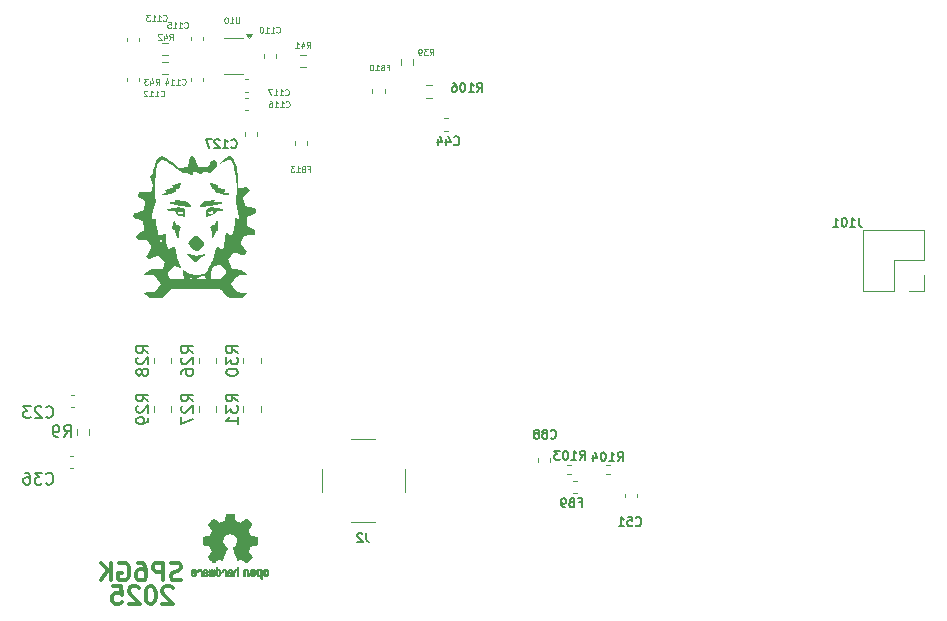
<source format=gbr>
%TF.GenerationSoftware,KiCad,Pcbnew,8.0.9-8.0.9-0~ubuntu22.04.1*%
%TF.CreationDate,2025-06-08T18:36:03+02:00*%
%TF.ProjectId,LO_synth_ADF4351_module,4c4f5f73-796e-4746-985f-414446343335,rev?*%
%TF.SameCoordinates,Original*%
%TF.FileFunction,Legend,Bot*%
%TF.FilePolarity,Positive*%
%FSLAX46Y46*%
G04 Gerber Fmt 4.6, Leading zero omitted, Abs format (unit mm)*
G04 Created by KiCad (PCBNEW 8.0.9-8.0.9-0~ubuntu22.04.1) date 2025-06-08 18:36:03*
%MOMM*%
%LPD*%
G01*
G04 APERTURE LIST*
%ADD10C,0.375000*%
%ADD11C,0.150000*%
%ADD12C,0.125000*%
%ADD13C,0.120000*%
%ADD14C,0.000000*%
%ADD15C,0.010000*%
G04 APERTURE END LIST*
D10*
X81067575Y-84125500D02*
X80853290Y-84196928D01*
X80853290Y-84196928D02*
X80496147Y-84196928D01*
X80496147Y-84196928D02*
X80353290Y-84125500D01*
X80353290Y-84125500D02*
X80281861Y-84054071D01*
X80281861Y-84054071D02*
X80210432Y-83911214D01*
X80210432Y-83911214D02*
X80210432Y-83768357D01*
X80210432Y-83768357D02*
X80281861Y-83625500D01*
X80281861Y-83625500D02*
X80353290Y-83554071D01*
X80353290Y-83554071D02*
X80496147Y-83482642D01*
X80496147Y-83482642D02*
X80781861Y-83411214D01*
X80781861Y-83411214D02*
X80924718Y-83339785D01*
X80924718Y-83339785D02*
X80996147Y-83268357D01*
X80996147Y-83268357D02*
X81067575Y-83125500D01*
X81067575Y-83125500D02*
X81067575Y-82982642D01*
X81067575Y-82982642D02*
X80996147Y-82839785D01*
X80996147Y-82839785D02*
X80924718Y-82768357D01*
X80924718Y-82768357D02*
X80781861Y-82696928D01*
X80781861Y-82696928D02*
X80424718Y-82696928D01*
X80424718Y-82696928D02*
X80210432Y-82768357D01*
X79567576Y-84196928D02*
X79567576Y-82696928D01*
X79567576Y-82696928D02*
X78996147Y-82696928D01*
X78996147Y-82696928D02*
X78853290Y-82768357D01*
X78853290Y-82768357D02*
X78781861Y-82839785D01*
X78781861Y-82839785D02*
X78710433Y-82982642D01*
X78710433Y-82982642D02*
X78710433Y-83196928D01*
X78710433Y-83196928D02*
X78781861Y-83339785D01*
X78781861Y-83339785D02*
X78853290Y-83411214D01*
X78853290Y-83411214D02*
X78996147Y-83482642D01*
X78996147Y-83482642D02*
X79567576Y-83482642D01*
X77424719Y-82696928D02*
X77710433Y-82696928D01*
X77710433Y-82696928D02*
X77853290Y-82768357D01*
X77853290Y-82768357D02*
X77924719Y-82839785D01*
X77924719Y-82839785D02*
X78067576Y-83054071D01*
X78067576Y-83054071D02*
X78139004Y-83339785D01*
X78139004Y-83339785D02*
X78139004Y-83911214D01*
X78139004Y-83911214D02*
X78067576Y-84054071D01*
X78067576Y-84054071D02*
X77996147Y-84125500D01*
X77996147Y-84125500D02*
X77853290Y-84196928D01*
X77853290Y-84196928D02*
X77567576Y-84196928D01*
X77567576Y-84196928D02*
X77424719Y-84125500D01*
X77424719Y-84125500D02*
X77353290Y-84054071D01*
X77353290Y-84054071D02*
X77281861Y-83911214D01*
X77281861Y-83911214D02*
X77281861Y-83554071D01*
X77281861Y-83554071D02*
X77353290Y-83411214D01*
X77353290Y-83411214D02*
X77424719Y-83339785D01*
X77424719Y-83339785D02*
X77567576Y-83268357D01*
X77567576Y-83268357D02*
X77853290Y-83268357D01*
X77853290Y-83268357D02*
X77996147Y-83339785D01*
X77996147Y-83339785D02*
X78067576Y-83411214D01*
X78067576Y-83411214D02*
X78139004Y-83554071D01*
X75853290Y-82768357D02*
X75996148Y-82696928D01*
X75996148Y-82696928D02*
X76210433Y-82696928D01*
X76210433Y-82696928D02*
X76424719Y-82768357D01*
X76424719Y-82768357D02*
X76567576Y-82911214D01*
X76567576Y-82911214D02*
X76639005Y-83054071D01*
X76639005Y-83054071D02*
X76710433Y-83339785D01*
X76710433Y-83339785D02*
X76710433Y-83554071D01*
X76710433Y-83554071D02*
X76639005Y-83839785D01*
X76639005Y-83839785D02*
X76567576Y-83982642D01*
X76567576Y-83982642D02*
X76424719Y-84125500D01*
X76424719Y-84125500D02*
X76210433Y-84196928D01*
X76210433Y-84196928D02*
X76067576Y-84196928D01*
X76067576Y-84196928D02*
X75853290Y-84125500D01*
X75853290Y-84125500D02*
X75781862Y-84054071D01*
X75781862Y-84054071D02*
X75781862Y-83554071D01*
X75781862Y-83554071D02*
X76067576Y-83554071D01*
X75139005Y-84196928D02*
X75139005Y-82696928D01*
X74281862Y-84196928D02*
X74924719Y-83339785D01*
X74281862Y-82696928D02*
X75139005Y-83554071D01*
X80367575Y-84839785D02*
X80296147Y-84768357D01*
X80296147Y-84768357D02*
X80153290Y-84696928D01*
X80153290Y-84696928D02*
X79796147Y-84696928D01*
X79796147Y-84696928D02*
X79653290Y-84768357D01*
X79653290Y-84768357D02*
X79581861Y-84839785D01*
X79581861Y-84839785D02*
X79510432Y-84982642D01*
X79510432Y-84982642D02*
X79510432Y-85125500D01*
X79510432Y-85125500D02*
X79581861Y-85339785D01*
X79581861Y-85339785D02*
X80439004Y-86196928D01*
X80439004Y-86196928D02*
X79510432Y-86196928D01*
X78581861Y-84696928D02*
X78439004Y-84696928D01*
X78439004Y-84696928D02*
X78296147Y-84768357D01*
X78296147Y-84768357D02*
X78224719Y-84839785D01*
X78224719Y-84839785D02*
X78153290Y-84982642D01*
X78153290Y-84982642D02*
X78081861Y-85268357D01*
X78081861Y-85268357D02*
X78081861Y-85625500D01*
X78081861Y-85625500D02*
X78153290Y-85911214D01*
X78153290Y-85911214D02*
X78224719Y-86054071D01*
X78224719Y-86054071D02*
X78296147Y-86125500D01*
X78296147Y-86125500D02*
X78439004Y-86196928D01*
X78439004Y-86196928D02*
X78581861Y-86196928D01*
X78581861Y-86196928D02*
X78724719Y-86125500D01*
X78724719Y-86125500D02*
X78796147Y-86054071D01*
X78796147Y-86054071D02*
X78867576Y-85911214D01*
X78867576Y-85911214D02*
X78939004Y-85625500D01*
X78939004Y-85625500D02*
X78939004Y-85268357D01*
X78939004Y-85268357D02*
X78867576Y-84982642D01*
X78867576Y-84982642D02*
X78796147Y-84839785D01*
X78796147Y-84839785D02*
X78724719Y-84768357D01*
X78724719Y-84768357D02*
X78581861Y-84696928D01*
X77510433Y-84839785D02*
X77439005Y-84768357D01*
X77439005Y-84768357D02*
X77296148Y-84696928D01*
X77296148Y-84696928D02*
X76939005Y-84696928D01*
X76939005Y-84696928D02*
X76796148Y-84768357D01*
X76796148Y-84768357D02*
X76724719Y-84839785D01*
X76724719Y-84839785D02*
X76653290Y-84982642D01*
X76653290Y-84982642D02*
X76653290Y-85125500D01*
X76653290Y-85125500D02*
X76724719Y-85339785D01*
X76724719Y-85339785D02*
X77581862Y-86196928D01*
X77581862Y-86196928D02*
X76653290Y-86196928D01*
X75296148Y-84696928D02*
X76010434Y-84696928D01*
X76010434Y-84696928D02*
X76081862Y-85411214D01*
X76081862Y-85411214D02*
X76010434Y-85339785D01*
X76010434Y-85339785D02*
X75867577Y-85268357D01*
X75867577Y-85268357D02*
X75510434Y-85268357D01*
X75510434Y-85268357D02*
X75367577Y-85339785D01*
X75367577Y-85339785D02*
X75296148Y-85411214D01*
X75296148Y-85411214D02*
X75224719Y-85554071D01*
X75224719Y-85554071D02*
X75224719Y-85911214D01*
X75224719Y-85911214D02*
X75296148Y-86054071D01*
X75296148Y-86054071D02*
X75367577Y-86125500D01*
X75367577Y-86125500D02*
X75510434Y-86196928D01*
X75510434Y-86196928D02*
X75867577Y-86196928D01*
X75867577Y-86196928D02*
X76010434Y-86125500D01*
X76010434Y-86125500D02*
X76081862Y-86054071D01*
D11*
X85904819Y-69044642D02*
X85428628Y-68711309D01*
X85904819Y-68473214D02*
X84904819Y-68473214D01*
X84904819Y-68473214D02*
X84904819Y-68854166D01*
X84904819Y-68854166D02*
X84952438Y-68949404D01*
X84952438Y-68949404D02*
X85000057Y-68997023D01*
X85000057Y-68997023D02*
X85095295Y-69044642D01*
X85095295Y-69044642D02*
X85238152Y-69044642D01*
X85238152Y-69044642D02*
X85333390Y-68997023D01*
X85333390Y-68997023D02*
X85381009Y-68949404D01*
X85381009Y-68949404D02*
X85428628Y-68854166D01*
X85428628Y-68854166D02*
X85428628Y-68473214D01*
X84904819Y-69377976D02*
X84904819Y-69997023D01*
X84904819Y-69997023D02*
X85285771Y-69663690D01*
X85285771Y-69663690D02*
X85285771Y-69806547D01*
X85285771Y-69806547D02*
X85333390Y-69901785D01*
X85333390Y-69901785D02*
X85381009Y-69949404D01*
X85381009Y-69949404D02*
X85476247Y-69997023D01*
X85476247Y-69997023D02*
X85714342Y-69997023D01*
X85714342Y-69997023D02*
X85809580Y-69949404D01*
X85809580Y-69949404D02*
X85857200Y-69901785D01*
X85857200Y-69901785D02*
X85904819Y-69806547D01*
X85904819Y-69806547D02*
X85904819Y-69520833D01*
X85904819Y-69520833D02*
X85857200Y-69425595D01*
X85857200Y-69425595D02*
X85809580Y-69377976D01*
X85904819Y-70949404D02*
X85904819Y-70377976D01*
X85904819Y-70663690D02*
X84904819Y-70663690D01*
X84904819Y-70663690D02*
X85047676Y-70568452D01*
X85047676Y-70568452D02*
X85142914Y-70473214D01*
X85142914Y-70473214D02*
X85190533Y-70377976D01*
D12*
X89159523Y-37777190D02*
X89183332Y-37801000D01*
X89183332Y-37801000D02*
X89254761Y-37824809D01*
X89254761Y-37824809D02*
X89302380Y-37824809D01*
X89302380Y-37824809D02*
X89373808Y-37801000D01*
X89373808Y-37801000D02*
X89421427Y-37753380D01*
X89421427Y-37753380D02*
X89445237Y-37705761D01*
X89445237Y-37705761D02*
X89469046Y-37610523D01*
X89469046Y-37610523D02*
X89469046Y-37539095D01*
X89469046Y-37539095D02*
X89445237Y-37443857D01*
X89445237Y-37443857D02*
X89421427Y-37396238D01*
X89421427Y-37396238D02*
X89373808Y-37348619D01*
X89373808Y-37348619D02*
X89302380Y-37324809D01*
X89302380Y-37324809D02*
X89254761Y-37324809D01*
X89254761Y-37324809D02*
X89183332Y-37348619D01*
X89183332Y-37348619D02*
X89159523Y-37372428D01*
X88683332Y-37824809D02*
X88969046Y-37824809D01*
X88826189Y-37824809D02*
X88826189Y-37324809D01*
X88826189Y-37324809D02*
X88873808Y-37396238D01*
X88873808Y-37396238D02*
X88921427Y-37443857D01*
X88921427Y-37443857D02*
X88969046Y-37467666D01*
X88207142Y-37824809D02*
X88492856Y-37824809D01*
X88349999Y-37824809D02*
X88349999Y-37324809D01*
X88349999Y-37324809D02*
X88397618Y-37396238D01*
X88397618Y-37396238D02*
X88445237Y-37443857D01*
X88445237Y-37443857D02*
X88492856Y-37467666D01*
X87897619Y-37324809D02*
X87850000Y-37324809D01*
X87850000Y-37324809D02*
X87802381Y-37348619D01*
X87802381Y-37348619D02*
X87778571Y-37372428D01*
X87778571Y-37372428D02*
X87754762Y-37420047D01*
X87754762Y-37420047D02*
X87730952Y-37515285D01*
X87730952Y-37515285D02*
X87730952Y-37634333D01*
X87730952Y-37634333D02*
X87754762Y-37729571D01*
X87754762Y-37729571D02*
X87778571Y-37777190D01*
X87778571Y-37777190D02*
X87802381Y-37801000D01*
X87802381Y-37801000D02*
X87850000Y-37824809D01*
X87850000Y-37824809D02*
X87897619Y-37824809D01*
X87897619Y-37824809D02*
X87945238Y-37801000D01*
X87945238Y-37801000D02*
X87969047Y-37777190D01*
X87969047Y-37777190D02*
X87992857Y-37729571D01*
X87992857Y-37729571D02*
X88016666Y-37634333D01*
X88016666Y-37634333D02*
X88016666Y-37515285D01*
X88016666Y-37515285D02*
X87992857Y-37420047D01*
X87992857Y-37420047D02*
X87969047Y-37372428D01*
X87969047Y-37372428D02*
X87945238Y-37348619D01*
X87945238Y-37348619D02*
X87897619Y-37324809D01*
X91721428Y-39124809D02*
X91888094Y-38886714D01*
X92007142Y-39124809D02*
X92007142Y-38624809D01*
X92007142Y-38624809D02*
X91816666Y-38624809D01*
X91816666Y-38624809D02*
X91769047Y-38648619D01*
X91769047Y-38648619D02*
X91745237Y-38672428D01*
X91745237Y-38672428D02*
X91721428Y-38720047D01*
X91721428Y-38720047D02*
X91721428Y-38791476D01*
X91721428Y-38791476D02*
X91745237Y-38839095D01*
X91745237Y-38839095D02*
X91769047Y-38862904D01*
X91769047Y-38862904D02*
X91816666Y-38886714D01*
X91816666Y-38886714D02*
X92007142Y-38886714D01*
X91292856Y-38791476D02*
X91292856Y-39124809D01*
X91411904Y-38601000D02*
X91530951Y-38958142D01*
X91530951Y-38958142D02*
X91221428Y-38958142D01*
X90769047Y-39124809D02*
X91054761Y-39124809D01*
X90911904Y-39124809D02*
X90911904Y-38624809D01*
X90911904Y-38624809D02*
X90959523Y-38696238D01*
X90959523Y-38696238D02*
X91007142Y-38743857D01*
X91007142Y-38743857D02*
X91054761Y-38767666D01*
D11*
X82104819Y-69044642D02*
X81628628Y-68711309D01*
X82104819Y-68473214D02*
X81104819Y-68473214D01*
X81104819Y-68473214D02*
X81104819Y-68854166D01*
X81104819Y-68854166D02*
X81152438Y-68949404D01*
X81152438Y-68949404D02*
X81200057Y-68997023D01*
X81200057Y-68997023D02*
X81295295Y-69044642D01*
X81295295Y-69044642D02*
X81438152Y-69044642D01*
X81438152Y-69044642D02*
X81533390Y-68997023D01*
X81533390Y-68997023D02*
X81581009Y-68949404D01*
X81581009Y-68949404D02*
X81628628Y-68854166D01*
X81628628Y-68854166D02*
X81628628Y-68473214D01*
X81200057Y-69425595D02*
X81152438Y-69473214D01*
X81152438Y-69473214D02*
X81104819Y-69568452D01*
X81104819Y-69568452D02*
X81104819Y-69806547D01*
X81104819Y-69806547D02*
X81152438Y-69901785D01*
X81152438Y-69901785D02*
X81200057Y-69949404D01*
X81200057Y-69949404D02*
X81295295Y-69997023D01*
X81295295Y-69997023D02*
X81390533Y-69997023D01*
X81390533Y-69997023D02*
X81533390Y-69949404D01*
X81533390Y-69949404D02*
X82104819Y-69377976D01*
X82104819Y-69377976D02*
X82104819Y-69997023D01*
X81104819Y-70330357D02*
X81104819Y-70997023D01*
X81104819Y-70997023D02*
X82104819Y-70568452D01*
D12*
X102121428Y-39724809D02*
X102288094Y-39486714D01*
X102407142Y-39724809D02*
X102407142Y-39224809D01*
X102407142Y-39224809D02*
X102216666Y-39224809D01*
X102216666Y-39224809D02*
X102169047Y-39248619D01*
X102169047Y-39248619D02*
X102145237Y-39272428D01*
X102145237Y-39272428D02*
X102121428Y-39320047D01*
X102121428Y-39320047D02*
X102121428Y-39391476D01*
X102121428Y-39391476D02*
X102145237Y-39439095D01*
X102145237Y-39439095D02*
X102169047Y-39462904D01*
X102169047Y-39462904D02*
X102216666Y-39486714D01*
X102216666Y-39486714D02*
X102407142Y-39486714D01*
X101954761Y-39224809D02*
X101645237Y-39224809D01*
X101645237Y-39224809D02*
X101811904Y-39415285D01*
X101811904Y-39415285D02*
X101740475Y-39415285D01*
X101740475Y-39415285D02*
X101692856Y-39439095D01*
X101692856Y-39439095D02*
X101669047Y-39462904D01*
X101669047Y-39462904D02*
X101645237Y-39510523D01*
X101645237Y-39510523D02*
X101645237Y-39629571D01*
X101645237Y-39629571D02*
X101669047Y-39677190D01*
X101669047Y-39677190D02*
X101692856Y-39701000D01*
X101692856Y-39701000D02*
X101740475Y-39724809D01*
X101740475Y-39724809D02*
X101883332Y-39724809D01*
X101883332Y-39724809D02*
X101930951Y-39701000D01*
X101930951Y-39701000D02*
X101954761Y-39677190D01*
X101407142Y-39724809D02*
X101311904Y-39724809D01*
X101311904Y-39724809D02*
X101264285Y-39701000D01*
X101264285Y-39701000D02*
X101240476Y-39677190D01*
X101240476Y-39677190D02*
X101192857Y-39605761D01*
X101192857Y-39605761D02*
X101169047Y-39510523D01*
X101169047Y-39510523D02*
X101169047Y-39320047D01*
X101169047Y-39320047D02*
X101192857Y-39272428D01*
X101192857Y-39272428D02*
X101216666Y-39248619D01*
X101216666Y-39248619D02*
X101264285Y-39224809D01*
X101264285Y-39224809D02*
X101359523Y-39224809D01*
X101359523Y-39224809D02*
X101407142Y-39248619D01*
X101407142Y-39248619D02*
X101430952Y-39272428D01*
X101430952Y-39272428D02*
X101454761Y-39320047D01*
X101454761Y-39320047D02*
X101454761Y-39439095D01*
X101454761Y-39439095D02*
X101430952Y-39486714D01*
X101430952Y-39486714D02*
X101407142Y-39510523D01*
X101407142Y-39510523D02*
X101359523Y-39534333D01*
X101359523Y-39534333D02*
X101264285Y-39534333D01*
X101264285Y-39534333D02*
X101216666Y-39510523D01*
X101216666Y-39510523D02*
X101192857Y-39486714D01*
X101192857Y-39486714D02*
X101169047Y-39439095D01*
D11*
X69642857Y-70359580D02*
X69690476Y-70407200D01*
X69690476Y-70407200D02*
X69833333Y-70454819D01*
X69833333Y-70454819D02*
X69928571Y-70454819D01*
X69928571Y-70454819D02*
X70071428Y-70407200D01*
X70071428Y-70407200D02*
X70166666Y-70311961D01*
X70166666Y-70311961D02*
X70214285Y-70216723D01*
X70214285Y-70216723D02*
X70261904Y-70026247D01*
X70261904Y-70026247D02*
X70261904Y-69883390D01*
X70261904Y-69883390D02*
X70214285Y-69692914D01*
X70214285Y-69692914D02*
X70166666Y-69597676D01*
X70166666Y-69597676D02*
X70071428Y-69502438D01*
X70071428Y-69502438D02*
X69928571Y-69454819D01*
X69928571Y-69454819D02*
X69833333Y-69454819D01*
X69833333Y-69454819D02*
X69690476Y-69502438D01*
X69690476Y-69502438D02*
X69642857Y-69550057D01*
X69261904Y-69550057D02*
X69214285Y-69502438D01*
X69214285Y-69502438D02*
X69119047Y-69454819D01*
X69119047Y-69454819D02*
X68880952Y-69454819D01*
X68880952Y-69454819D02*
X68785714Y-69502438D01*
X68785714Y-69502438D02*
X68738095Y-69550057D01*
X68738095Y-69550057D02*
X68690476Y-69645295D01*
X68690476Y-69645295D02*
X68690476Y-69740533D01*
X68690476Y-69740533D02*
X68738095Y-69883390D01*
X68738095Y-69883390D02*
X69309523Y-70454819D01*
X69309523Y-70454819D02*
X68690476Y-70454819D01*
X68357142Y-69454819D02*
X67738095Y-69454819D01*
X67738095Y-69454819D02*
X68071428Y-69835771D01*
X68071428Y-69835771D02*
X67928571Y-69835771D01*
X67928571Y-69835771D02*
X67833333Y-69883390D01*
X67833333Y-69883390D02*
X67785714Y-69931009D01*
X67785714Y-69931009D02*
X67738095Y-70026247D01*
X67738095Y-70026247D02*
X67738095Y-70264342D01*
X67738095Y-70264342D02*
X67785714Y-70359580D01*
X67785714Y-70359580D02*
X67833333Y-70407200D01*
X67833333Y-70407200D02*
X67928571Y-70454819D01*
X67928571Y-70454819D02*
X68214285Y-70454819D01*
X68214285Y-70454819D02*
X68309523Y-70407200D01*
X68309523Y-70407200D02*
X68357142Y-70359580D01*
X71166666Y-72054819D02*
X71499999Y-71578628D01*
X71738094Y-72054819D02*
X71738094Y-71054819D01*
X71738094Y-71054819D02*
X71357142Y-71054819D01*
X71357142Y-71054819D02*
X71261904Y-71102438D01*
X71261904Y-71102438D02*
X71214285Y-71150057D01*
X71214285Y-71150057D02*
X71166666Y-71245295D01*
X71166666Y-71245295D02*
X71166666Y-71388152D01*
X71166666Y-71388152D02*
X71214285Y-71483390D01*
X71214285Y-71483390D02*
X71261904Y-71531009D01*
X71261904Y-71531009D02*
X71357142Y-71578628D01*
X71357142Y-71578628D02*
X71738094Y-71578628D01*
X70690475Y-72054819D02*
X70499999Y-72054819D01*
X70499999Y-72054819D02*
X70404761Y-72007200D01*
X70404761Y-72007200D02*
X70357142Y-71959580D01*
X70357142Y-71959580D02*
X70261904Y-71816723D01*
X70261904Y-71816723D02*
X70214285Y-71626247D01*
X70214285Y-71626247D02*
X70214285Y-71245295D01*
X70214285Y-71245295D02*
X70261904Y-71150057D01*
X70261904Y-71150057D02*
X70309523Y-71102438D01*
X70309523Y-71102438D02*
X70404761Y-71054819D01*
X70404761Y-71054819D02*
X70595237Y-71054819D01*
X70595237Y-71054819D02*
X70690475Y-71102438D01*
X70690475Y-71102438D02*
X70738094Y-71150057D01*
X70738094Y-71150057D02*
X70785713Y-71245295D01*
X70785713Y-71245295D02*
X70785713Y-71483390D01*
X70785713Y-71483390D02*
X70738094Y-71578628D01*
X70738094Y-71578628D02*
X70690475Y-71626247D01*
X70690475Y-71626247D02*
X70595237Y-71673866D01*
X70595237Y-71673866D02*
X70404761Y-71673866D01*
X70404761Y-71673866D02*
X70309523Y-71626247D01*
X70309523Y-71626247D02*
X70261904Y-71578628D01*
X70261904Y-71578628D02*
X70214285Y-71483390D01*
X85904819Y-64957142D02*
X85428628Y-64623809D01*
X85904819Y-64385714D02*
X84904819Y-64385714D01*
X84904819Y-64385714D02*
X84904819Y-64766666D01*
X84904819Y-64766666D02*
X84952438Y-64861904D01*
X84952438Y-64861904D02*
X85000057Y-64909523D01*
X85000057Y-64909523D02*
X85095295Y-64957142D01*
X85095295Y-64957142D02*
X85238152Y-64957142D01*
X85238152Y-64957142D02*
X85333390Y-64909523D01*
X85333390Y-64909523D02*
X85381009Y-64861904D01*
X85381009Y-64861904D02*
X85428628Y-64766666D01*
X85428628Y-64766666D02*
X85428628Y-64385714D01*
X84904819Y-65290476D02*
X84904819Y-65909523D01*
X84904819Y-65909523D02*
X85285771Y-65576190D01*
X85285771Y-65576190D02*
X85285771Y-65719047D01*
X85285771Y-65719047D02*
X85333390Y-65814285D01*
X85333390Y-65814285D02*
X85381009Y-65861904D01*
X85381009Y-65861904D02*
X85476247Y-65909523D01*
X85476247Y-65909523D02*
X85714342Y-65909523D01*
X85714342Y-65909523D02*
X85809580Y-65861904D01*
X85809580Y-65861904D02*
X85857200Y-65814285D01*
X85857200Y-65814285D02*
X85904819Y-65719047D01*
X85904819Y-65719047D02*
X85904819Y-65433333D01*
X85904819Y-65433333D02*
X85857200Y-65338095D01*
X85857200Y-65338095D02*
X85809580Y-65290476D01*
X84904819Y-66528571D02*
X84904819Y-66623809D01*
X84904819Y-66623809D02*
X84952438Y-66719047D01*
X84952438Y-66719047D02*
X85000057Y-66766666D01*
X85000057Y-66766666D02*
X85095295Y-66814285D01*
X85095295Y-66814285D02*
X85285771Y-66861904D01*
X85285771Y-66861904D02*
X85523866Y-66861904D01*
X85523866Y-66861904D02*
X85714342Y-66814285D01*
X85714342Y-66814285D02*
X85809580Y-66766666D01*
X85809580Y-66766666D02*
X85857200Y-66719047D01*
X85857200Y-66719047D02*
X85904819Y-66623809D01*
X85904819Y-66623809D02*
X85904819Y-66528571D01*
X85904819Y-66528571D02*
X85857200Y-66433333D01*
X85857200Y-66433333D02*
X85809580Y-66385714D01*
X85809580Y-66385714D02*
X85714342Y-66338095D01*
X85714342Y-66338095D02*
X85523866Y-66290476D01*
X85523866Y-66290476D02*
X85285771Y-66290476D01*
X85285771Y-66290476D02*
X85095295Y-66338095D01*
X85095295Y-66338095D02*
X85000057Y-66385714D01*
X85000057Y-66385714D02*
X84952438Y-66433333D01*
X84952438Y-66433333D02*
X84904819Y-66528571D01*
D12*
X86019047Y-36524809D02*
X86019047Y-36929571D01*
X86019047Y-36929571D02*
X85995237Y-36977190D01*
X85995237Y-36977190D02*
X85971428Y-37001000D01*
X85971428Y-37001000D02*
X85923809Y-37024809D01*
X85923809Y-37024809D02*
X85828571Y-37024809D01*
X85828571Y-37024809D02*
X85780952Y-37001000D01*
X85780952Y-37001000D02*
X85757142Y-36977190D01*
X85757142Y-36977190D02*
X85733333Y-36929571D01*
X85733333Y-36929571D02*
X85733333Y-36524809D01*
X85233332Y-37024809D02*
X85519046Y-37024809D01*
X85376189Y-37024809D02*
X85376189Y-36524809D01*
X85376189Y-36524809D02*
X85423808Y-36596238D01*
X85423808Y-36596238D02*
X85471427Y-36643857D01*
X85471427Y-36643857D02*
X85519046Y-36667666D01*
X84923809Y-36524809D02*
X84876190Y-36524809D01*
X84876190Y-36524809D02*
X84828571Y-36548619D01*
X84828571Y-36548619D02*
X84804761Y-36572428D01*
X84804761Y-36572428D02*
X84780952Y-36620047D01*
X84780952Y-36620047D02*
X84757142Y-36715285D01*
X84757142Y-36715285D02*
X84757142Y-36834333D01*
X84757142Y-36834333D02*
X84780952Y-36929571D01*
X84780952Y-36929571D02*
X84804761Y-36977190D01*
X84804761Y-36977190D02*
X84828571Y-37001000D01*
X84828571Y-37001000D02*
X84876190Y-37024809D01*
X84876190Y-37024809D02*
X84923809Y-37024809D01*
X84923809Y-37024809D02*
X84971428Y-37001000D01*
X84971428Y-37001000D02*
X84995237Y-36977190D01*
X84995237Y-36977190D02*
X85019047Y-36929571D01*
X85019047Y-36929571D02*
X85042856Y-36834333D01*
X85042856Y-36834333D02*
X85042856Y-36715285D01*
X85042856Y-36715285D02*
X85019047Y-36620047D01*
X85019047Y-36620047D02*
X84995237Y-36572428D01*
X84995237Y-36572428D02*
X84971428Y-36548619D01*
X84971428Y-36548619D02*
X84923809Y-36524809D01*
D11*
X119582143Y-79517735D02*
X119617857Y-79553450D01*
X119617857Y-79553450D02*
X119725000Y-79589164D01*
X119725000Y-79589164D02*
X119796428Y-79589164D01*
X119796428Y-79589164D02*
X119903571Y-79553450D01*
X119903571Y-79553450D02*
X119975000Y-79482021D01*
X119975000Y-79482021D02*
X120010714Y-79410592D01*
X120010714Y-79410592D02*
X120046428Y-79267735D01*
X120046428Y-79267735D02*
X120046428Y-79160592D01*
X120046428Y-79160592D02*
X120010714Y-79017735D01*
X120010714Y-79017735D02*
X119975000Y-78946307D01*
X119975000Y-78946307D02*
X119903571Y-78874878D01*
X119903571Y-78874878D02*
X119796428Y-78839164D01*
X119796428Y-78839164D02*
X119725000Y-78839164D01*
X119725000Y-78839164D02*
X119617857Y-78874878D01*
X119617857Y-78874878D02*
X119582143Y-78910592D01*
X118903571Y-78839164D02*
X119260714Y-78839164D01*
X119260714Y-78839164D02*
X119296428Y-79196307D01*
X119296428Y-79196307D02*
X119260714Y-79160592D01*
X119260714Y-79160592D02*
X119189286Y-79124878D01*
X119189286Y-79124878D02*
X119010714Y-79124878D01*
X119010714Y-79124878D02*
X118939286Y-79160592D01*
X118939286Y-79160592D02*
X118903571Y-79196307D01*
X118903571Y-79196307D02*
X118867857Y-79267735D01*
X118867857Y-79267735D02*
X118867857Y-79446307D01*
X118867857Y-79446307D02*
X118903571Y-79517735D01*
X118903571Y-79517735D02*
X118939286Y-79553450D01*
X118939286Y-79553450D02*
X119010714Y-79589164D01*
X119010714Y-79589164D02*
X119189286Y-79589164D01*
X119189286Y-79589164D02*
X119260714Y-79553450D01*
X119260714Y-79553450D02*
X119296428Y-79517735D01*
X118153571Y-79589164D02*
X118582142Y-79589164D01*
X118367857Y-79589164D02*
X118367857Y-78839164D01*
X118367857Y-78839164D02*
X118439285Y-78946307D01*
X118439285Y-78946307D02*
X118510714Y-79017735D01*
X118510714Y-79017735D02*
X118582142Y-79053450D01*
X112382143Y-72117735D02*
X112417857Y-72153450D01*
X112417857Y-72153450D02*
X112525000Y-72189164D01*
X112525000Y-72189164D02*
X112596428Y-72189164D01*
X112596428Y-72189164D02*
X112703571Y-72153450D01*
X112703571Y-72153450D02*
X112775000Y-72082021D01*
X112775000Y-72082021D02*
X112810714Y-72010592D01*
X112810714Y-72010592D02*
X112846428Y-71867735D01*
X112846428Y-71867735D02*
X112846428Y-71760592D01*
X112846428Y-71760592D02*
X112810714Y-71617735D01*
X112810714Y-71617735D02*
X112775000Y-71546307D01*
X112775000Y-71546307D02*
X112703571Y-71474878D01*
X112703571Y-71474878D02*
X112596428Y-71439164D01*
X112596428Y-71439164D02*
X112525000Y-71439164D01*
X112525000Y-71439164D02*
X112417857Y-71474878D01*
X112417857Y-71474878D02*
X112382143Y-71510592D01*
X111953571Y-71760592D02*
X112025000Y-71724878D01*
X112025000Y-71724878D02*
X112060714Y-71689164D01*
X112060714Y-71689164D02*
X112096428Y-71617735D01*
X112096428Y-71617735D02*
X112096428Y-71582021D01*
X112096428Y-71582021D02*
X112060714Y-71510592D01*
X112060714Y-71510592D02*
X112025000Y-71474878D01*
X112025000Y-71474878D02*
X111953571Y-71439164D01*
X111953571Y-71439164D02*
X111810714Y-71439164D01*
X111810714Y-71439164D02*
X111739286Y-71474878D01*
X111739286Y-71474878D02*
X111703571Y-71510592D01*
X111703571Y-71510592D02*
X111667857Y-71582021D01*
X111667857Y-71582021D02*
X111667857Y-71617735D01*
X111667857Y-71617735D02*
X111703571Y-71689164D01*
X111703571Y-71689164D02*
X111739286Y-71724878D01*
X111739286Y-71724878D02*
X111810714Y-71760592D01*
X111810714Y-71760592D02*
X111953571Y-71760592D01*
X111953571Y-71760592D02*
X112025000Y-71796307D01*
X112025000Y-71796307D02*
X112060714Y-71832021D01*
X112060714Y-71832021D02*
X112096428Y-71903450D01*
X112096428Y-71903450D02*
X112096428Y-72046307D01*
X112096428Y-72046307D02*
X112060714Y-72117735D01*
X112060714Y-72117735D02*
X112025000Y-72153450D01*
X112025000Y-72153450D02*
X111953571Y-72189164D01*
X111953571Y-72189164D02*
X111810714Y-72189164D01*
X111810714Y-72189164D02*
X111739286Y-72153450D01*
X111739286Y-72153450D02*
X111703571Y-72117735D01*
X111703571Y-72117735D02*
X111667857Y-72046307D01*
X111667857Y-72046307D02*
X111667857Y-71903450D01*
X111667857Y-71903450D02*
X111703571Y-71832021D01*
X111703571Y-71832021D02*
X111739286Y-71796307D01*
X111739286Y-71796307D02*
X111810714Y-71760592D01*
X111239285Y-71760592D02*
X111310714Y-71724878D01*
X111310714Y-71724878D02*
X111346428Y-71689164D01*
X111346428Y-71689164D02*
X111382142Y-71617735D01*
X111382142Y-71617735D02*
X111382142Y-71582021D01*
X111382142Y-71582021D02*
X111346428Y-71510592D01*
X111346428Y-71510592D02*
X111310714Y-71474878D01*
X111310714Y-71474878D02*
X111239285Y-71439164D01*
X111239285Y-71439164D02*
X111096428Y-71439164D01*
X111096428Y-71439164D02*
X111025000Y-71474878D01*
X111025000Y-71474878D02*
X110989285Y-71510592D01*
X110989285Y-71510592D02*
X110953571Y-71582021D01*
X110953571Y-71582021D02*
X110953571Y-71617735D01*
X110953571Y-71617735D02*
X110989285Y-71689164D01*
X110989285Y-71689164D02*
X111025000Y-71724878D01*
X111025000Y-71724878D02*
X111096428Y-71760592D01*
X111096428Y-71760592D02*
X111239285Y-71760592D01*
X111239285Y-71760592D02*
X111310714Y-71796307D01*
X111310714Y-71796307D02*
X111346428Y-71832021D01*
X111346428Y-71832021D02*
X111382142Y-71903450D01*
X111382142Y-71903450D02*
X111382142Y-72046307D01*
X111382142Y-72046307D02*
X111346428Y-72117735D01*
X111346428Y-72117735D02*
X111310714Y-72153450D01*
X111310714Y-72153450D02*
X111239285Y-72189164D01*
X111239285Y-72189164D02*
X111096428Y-72189164D01*
X111096428Y-72189164D02*
X111025000Y-72153450D01*
X111025000Y-72153450D02*
X110989285Y-72117735D01*
X110989285Y-72117735D02*
X110953571Y-72046307D01*
X110953571Y-72046307D02*
X110953571Y-71903450D01*
X110953571Y-71903450D02*
X110989285Y-71832021D01*
X110989285Y-71832021D02*
X111025000Y-71796307D01*
X111025000Y-71796307D02*
X111096428Y-71760592D01*
D12*
X89959523Y-44077190D02*
X89983332Y-44101000D01*
X89983332Y-44101000D02*
X90054761Y-44124809D01*
X90054761Y-44124809D02*
X90102380Y-44124809D01*
X90102380Y-44124809D02*
X90173808Y-44101000D01*
X90173808Y-44101000D02*
X90221427Y-44053380D01*
X90221427Y-44053380D02*
X90245237Y-44005761D01*
X90245237Y-44005761D02*
X90269046Y-43910523D01*
X90269046Y-43910523D02*
X90269046Y-43839095D01*
X90269046Y-43839095D02*
X90245237Y-43743857D01*
X90245237Y-43743857D02*
X90221427Y-43696238D01*
X90221427Y-43696238D02*
X90173808Y-43648619D01*
X90173808Y-43648619D02*
X90102380Y-43624809D01*
X90102380Y-43624809D02*
X90054761Y-43624809D01*
X90054761Y-43624809D02*
X89983332Y-43648619D01*
X89983332Y-43648619D02*
X89959523Y-43672428D01*
X89483332Y-44124809D02*
X89769046Y-44124809D01*
X89626189Y-44124809D02*
X89626189Y-43624809D01*
X89626189Y-43624809D02*
X89673808Y-43696238D01*
X89673808Y-43696238D02*
X89721427Y-43743857D01*
X89721427Y-43743857D02*
X89769046Y-43767666D01*
X89007142Y-44124809D02*
X89292856Y-44124809D01*
X89149999Y-44124809D02*
X89149999Y-43624809D01*
X89149999Y-43624809D02*
X89197618Y-43696238D01*
X89197618Y-43696238D02*
X89245237Y-43743857D01*
X89245237Y-43743857D02*
X89292856Y-43767666D01*
X88578571Y-43624809D02*
X88673809Y-43624809D01*
X88673809Y-43624809D02*
X88721428Y-43648619D01*
X88721428Y-43648619D02*
X88745238Y-43672428D01*
X88745238Y-43672428D02*
X88792857Y-43743857D01*
X88792857Y-43743857D02*
X88816666Y-43839095D01*
X88816666Y-43839095D02*
X88816666Y-44029571D01*
X88816666Y-44029571D02*
X88792857Y-44077190D01*
X88792857Y-44077190D02*
X88769047Y-44101000D01*
X88769047Y-44101000D02*
X88721428Y-44124809D01*
X88721428Y-44124809D02*
X88626190Y-44124809D01*
X88626190Y-44124809D02*
X88578571Y-44101000D01*
X88578571Y-44101000D02*
X88554762Y-44077190D01*
X88554762Y-44077190D02*
X88530952Y-44029571D01*
X88530952Y-44029571D02*
X88530952Y-43910523D01*
X88530952Y-43910523D02*
X88554762Y-43862904D01*
X88554762Y-43862904D02*
X88578571Y-43839095D01*
X88578571Y-43839095D02*
X88626190Y-43815285D01*
X88626190Y-43815285D02*
X88721428Y-43815285D01*
X88721428Y-43815285D02*
X88769047Y-43839095D01*
X88769047Y-43839095D02*
X88792857Y-43862904D01*
X88792857Y-43862904D02*
X88816666Y-43910523D01*
X81159523Y-42177190D02*
X81183332Y-42201000D01*
X81183332Y-42201000D02*
X81254761Y-42224809D01*
X81254761Y-42224809D02*
X81302380Y-42224809D01*
X81302380Y-42224809D02*
X81373808Y-42201000D01*
X81373808Y-42201000D02*
X81421427Y-42153380D01*
X81421427Y-42153380D02*
X81445237Y-42105761D01*
X81445237Y-42105761D02*
X81469046Y-42010523D01*
X81469046Y-42010523D02*
X81469046Y-41939095D01*
X81469046Y-41939095D02*
X81445237Y-41843857D01*
X81445237Y-41843857D02*
X81421427Y-41796238D01*
X81421427Y-41796238D02*
X81373808Y-41748619D01*
X81373808Y-41748619D02*
X81302380Y-41724809D01*
X81302380Y-41724809D02*
X81254761Y-41724809D01*
X81254761Y-41724809D02*
X81183332Y-41748619D01*
X81183332Y-41748619D02*
X81159523Y-41772428D01*
X80683332Y-42224809D02*
X80969046Y-42224809D01*
X80826189Y-42224809D02*
X80826189Y-41724809D01*
X80826189Y-41724809D02*
X80873808Y-41796238D01*
X80873808Y-41796238D02*
X80921427Y-41843857D01*
X80921427Y-41843857D02*
X80969046Y-41867666D01*
X80207142Y-42224809D02*
X80492856Y-42224809D01*
X80349999Y-42224809D02*
X80349999Y-41724809D01*
X80349999Y-41724809D02*
X80397618Y-41796238D01*
X80397618Y-41796238D02*
X80445237Y-41843857D01*
X80445237Y-41843857D02*
X80492856Y-41867666D01*
X79778571Y-41891476D02*
X79778571Y-42224809D01*
X79897619Y-41701000D02*
X80016666Y-42058142D01*
X80016666Y-42058142D02*
X79707143Y-42058142D01*
D11*
X85339286Y-47530235D02*
X85375000Y-47565950D01*
X85375000Y-47565950D02*
X85482143Y-47601664D01*
X85482143Y-47601664D02*
X85553571Y-47601664D01*
X85553571Y-47601664D02*
X85660714Y-47565950D01*
X85660714Y-47565950D02*
X85732143Y-47494521D01*
X85732143Y-47494521D02*
X85767857Y-47423092D01*
X85767857Y-47423092D02*
X85803571Y-47280235D01*
X85803571Y-47280235D02*
X85803571Y-47173092D01*
X85803571Y-47173092D02*
X85767857Y-47030235D01*
X85767857Y-47030235D02*
X85732143Y-46958807D01*
X85732143Y-46958807D02*
X85660714Y-46887378D01*
X85660714Y-46887378D02*
X85553571Y-46851664D01*
X85553571Y-46851664D02*
X85482143Y-46851664D01*
X85482143Y-46851664D02*
X85375000Y-46887378D01*
X85375000Y-46887378D02*
X85339286Y-46923092D01*
X84625000Y-47601664D02*
X85053571Y-47601664D01*
X84839286Y-47601664D02*
X84839286Y-46851664D01*
X84839286Y-46851664D02*
X84910714Y-46958807D01*
X84910714Y-46958807D02*
X84982143Y-47030235D01*
X84982143Y-47030235D02*
X85053571Y-47065950D01*
X84339285Y-46923092D02*
X84303571Y-46887378D01*
X84303571Y-46887378D02*
X84232143Y-46851664D01*
X84232143Y-46851664D02*
X84053571Y-46851664D01*
X84053571Y-46851664D02*
X83982143Y-46887378D01*
X83982143Y-46887378D02*
X83946428Y-46923092D01*
X83946428Y-46923092D02*
X83910714Y-46994521D01*
X83910714Y-46994521D02*
X83910714Y-47065950D01*
X83910714Y-47065950D02*
X83946428Y-47173092D01*
X83946428Y-47173092D02*
X84375000Y-47601664D01*
X84375000Y-47601664D02*
X83910714Y-47601664D01*
X83660714Y-46851664D02*
X83160714Y-46851664D01*
X83160714Y-46851664D02*
X83482142Y-47601664D01*
X69642857Y-75989580D02*
X69690476Y-76037200D01*
X69690476Y-76037200D02*
X69833333Y-76084819D01*
X69833333Y-76084819D02*
X69928571Y-76084819D01*
X69928571Y-76084819D02*
X70071428Y-76037200D01*
X70071428Y-76037200D02*
X70166666Y-75941961D01*
X70166666Y-75941961D02*
X70214285Y-75846723D01*
X70214285Y-75846723D02*
X70261904Y-75656247D01*
X70261904Y-75656247D02*
X70261904Y-75513390D01*
X70261904Y-75513390D02*
X70214285Y-75322914D01*
X70214285Y-75322914D02*
X70166666Y-75227676D01*
X70166666Y-75227676D02*
X70071428Y-75132438D01*
X70071428Y-75132438D02*
X69928571Y-75084819D01*
X69928571Y-75084819D02*
X69833333Y-75084819D01*
X69833333Y-75084819D02*
X69690476Y-75132438D01*
X69690476Y-75132438D02*
X69642857Y-75180057D01*
X69309523Y-75084819D02*
X68690476Y-75084819D01*
X68690476Y-75084819D02*
X69023809Y-75465771D01*
X69023809Y-75465771D02*
X68880952Y-75465771D01*
X68880952Y-75465771D02*
X68785714Y-75513390D01*
X68785714Y-75513390D02*
X68738095Y-75561009D01*
X68738095Y-75561009D02*
X68690476Y-75656247D01*
X68690476Y-75656247D02*
X68690476Y-75894342D01*
X68690476Y-75894342D02*
X68738095Y-75989580D01*
X68738095Y-75989580D02*
X68785714Y-76037200D01*
X68785714Y-76037200D02*
X68880952Y-76084819D01*
X68880952Y-76084819D02*
X69166666Y-76084819D01*
X69166666Y-76084819D02*
X69261904Y-76037200D01*
X69261904Y-76037200D02*
X69309523Y-75989580D01*
X67833333Y-75084819D02*
X68023809Y-75084819D01*
X68023809Y-75084819D02*
X68119047Y-75132438D01*
X68119047Y-75132438D02*
X68166666Y-75180057D01*
X68166666Y-75180057D02*
X68261904Y-75322914D01*
X68261904Y-75322914D02*
X68309523Y-75513390D01*
X68309523Y-75513390D02*
X68309523Y-75894342D01*
X68309523Y-75894342D02*
X68261904Y-75989580D01*
X68261904Y-75989580D02*
X68214285Y-76037200D01*
X68214285Y-76037200D02*
X68119047Y-76084819D01*
X68119047Y-76084819D02*
X67928571Y-76084819D01*
X67928571Y-76084819D02*
X67833333Y-76037200D01*
X67833333Y-76037200D02*
X67785714Y-75989580D01*
X67785714Y-75989580D02*
X67738095Y-75894342D01*
X67738095Y-75894342D02*
X67738095Y-75656247D01*
X67738095Y-75656247D02*
X67785714Y-75561009D01*
X67785714Y-75561009D02*
X67833333Y-75513390D01*
X67833333Y-75513390D02*
X67928571Y-75465771D01*
X67928571Y-75465771D02*
X68119047Y-75465771D01*
X68119047Y-75465771D02*
X68214285Y-75513390D01*
X68214285Y-75513390D02*
X68261904Y-75561009D01*
X68261904Y-75561009D02*
X68309523Y-75656247D01*
X78304819Y-64957142D02*
X77828628Y-64623809D01*
X78304819Y-64385714D02*
X77304819Y-64385714D01*
X77304819Y-64385714D02*
X77304819Y-64766666D01*
X77304819Y-64766666D02*
X77352438Y-64861904D01*
X77352438Y-64861904D02*
X77400057Y-64909523D01*
X77400057Y-64909523D02*
X77495295Y-64957142D01*
X77495295Y-64957142D02*
X77638152Y-64957142D01*
X77638152Y-64957142D02*
X77733390Y-64909523D01*
X77733390Y-64909523D02*
X77781009Y-64861904D01*
X77781009Y-64861904D02*
X77828628Y-64766666D01*
X77828628Y-64766666D02*
X77828628Y-64385714D01*
X77400057Y-65338095D02*
X77352438Y-65385714D01*
X77352438Y-65385714D02*
X77304819Y-65480952D01*
X77304819Y-65480952D02*
X77304819Y-65719047D01*
X77304819Y-65719047D02*
X77352438Y-65814285D01*
X77352438Y-65814285D02*
X77400057Y-65861904D01*
X77400057Y-65861904D02*
X77495295Y-65909523D01*
X77495295Y-65909523D02*
X77590533Y-65909523D01*
X77590533Y-65909523D02*
X77733390Y-65861904D01*
X77733390Y-65861904D02*
X78304819Y-65290476D01*
X78304819Y-65290476D02*
X78304819Y-65909523D01*
X77733390Y-66480952D02*
X77685771Y-66385714D01*
X77685771Y-66385714D02*
X77638152Y-66338095D01*
X77638152Y-66338095D02*
X77542914Y-66290476D01*
X77542914Y-66290476D02*
X77495295Y-66290476D01*
X77495295Y-66290476D02*
X77400057Y-66338095D01*
X77400057Y-66338095D02*
X77352438Y-66385714D01*
X77352438Y-66385714D02*
X77304819Y-66480952D01*
X77304819Y-66480952D02*
X77304819Y-66671428D01*
X77304819Y-66671428D02*
X77352438Y-66766666D01*
X77352438Y-66766666D02*
X77400057Y-66814285D01*
X77400057Y-66814285D02*
X77495295Y-66861904D01*
X77495295Y-66861904D02*
X77542914Y-66861904D01*
X77542914Y-66861904D02*
X77638152Y-66814285D01*
X77638152Y-66814285D02*
X77685771Y-66766666D01*
X77685771Y-66766666D02*
X77733390Y-66671428D01*
X77733390Y-66671428D02*
X77733390Y-66480952D01*
X77733390Y-66480952D02*
X77781009Y-66385714D01*
X77781009Y-66385714D02*
X77828628Y-66338095D01*
X77828628Y-66338095D02*
X77923866Y-66290476D01*
X77923866Y-66290476D02*
X78114342Y-66290476D01*
X78114342Y-66290476D02*
X78209580Y-66338095D01*
X78209580Y-66338095D02*
X78257200Y-66385714D01*
X78257200Y-66385714D02*
X78304819Y-66480952D01*
X78304819Y-66480952D02*
X78304819Y-66671428D01*
X78304819Y-66671428D02*
X78257200Y-66766666D01*
X78257200Y-66766666D02*
X78209580Y-66814285D01*
X78209580Y-66814285D02*
X78114342Y-66861904D01*
X78114342Y-66861904D02*
X77923866Y-66861904D01*
X77923866Y-66861904D02*
X77828628Y-66814285D01*
X77828628Y-66814285D02*
X77781009Y-66766666D01*
X77781009Y-66766666D02*
X77733390Y-66671428D01*
X106139286Y-42839164D02*
X106389286Y-42482021D01*
X106567857Y-42839164D02*
X106567857Y-42089164D01*
X106567857Y-42089164D02*
X106282143Y-42089164D01*
X106282143Y-42089164D02*
X106210714Y-42124878D01*
X106210714Y-42124878D02*
X106175000Y-42160592D01*
X106175000Y-42160592D02*
X106139286Y-42232021D01*
X106139286Y-42232021D02*
X106139286Y-42339164D01*
X106139286Y-42339164D02*
X106175000Y-42410592D01*
X106175000Y-42410592D02*
X106210714Y-42446307D01*
X106210714Y-42446307D02*
X106282143Y-42482021D01*
X106282143Y-42482021D02*
X106567857Y-42482021D01*
X105425000Y-42839164D02*
X105853571Y-42839164D01*
X105639286Y-42839164D02*
X105639286Y-42089164D01*
X105639286Y-42089164D02*
X105710714Y-42196307D01*
X105710714Y-42196307D02*
X105782143Y-42267735D01*
X105782143Y-42267735D02*
X105853571Y-42303450D01*
X104960714Y-42089164D02*
X104889285Y-42089164D01*
X104889285Y-42089164D02*
X104817857Y-42124878D01*
X104817857Y-42124878D02*
X104782143Y-42160592D01*
X104782143Y-42160592D02*
X104746428Y-42232021D01*
X104746428Y-42232021D02*
X104710714Y-42374878D01*
X104710714Y-42374878D02*
X104710714Y-42553450D01*
X104710714Y-42553450D02*
X104746428Y-42696307D01*
X104746428Y-42696307D02*
X104782143Y-42767735D01*
X104782143Y-42767735D02*
X104817857Y-42803450D01*
X104817857Y-42803450D02*
X104889285Y-42839164D01*
X104889285Y-42839164D02*
X104960714Y-42839164D01*
X104960714Y-42839164D02*
X105032143Y-42803450D01*
X105032143Y-42803450D02*
X105067857Y-42767735D01*
X105067857Y-42767735D02*
X105103571Y-42696307D01*
X105103571Y-42696307D02*
X105139285Y-42553450D01*
X105139285Y-42553450D02*
X105139285Y-42374878D01*
X105139285Y-42374878D02*
X105103571Y-42232021D01*
X105103571Y-42232021D02*
X105067857Y-42160592D01*
X105067857Y-42160592D02*
X105032143Y-42124878D01*
X105032143Y-42124878D02*
X104960714Y-42089164D01*
X104067857Y-42089164D02*
X104210714Y-42089164D01*
X104210714Y-42089164D02*
X104282142Y-42124878D01*
X104282142Y-42124878D02*
X104317857Y-42160592D01*
X104317857Y-42160592D02*
X104389285Y-42267735D01*
X104389285Y-42267735D02*
X104424999Y-42410592D01*
X104424999Y-42410592D02*
X104424999Y-42696307D01*
X104424999Y-42696307D02*
X104389285Y-42767735D01*
X104389285Y-42767735D02*
X104353571Y-42803450D01*
X104353571Y-42803450D02*
X104282142Y-42839164D01*
X104282142Y-42839164D02*
X104139285Y-42839164D01*
X104139285Y-42839164D02*
X104067857Y-42803450D01*
X104067857Y-42803450D02*
X104032142Y-42767735D01*
X104032142Y-42767735D02*
X103996428Y-42696307D01*
X103996428Y-42696307D02*
X103996428Y-42517735D01*
X103996428Y-42517735D02*
X104032142Y-42446307D01*
X104032142Y-42446307D02*
X104067857Y-42410592D01*
X104067857Y-42410592D02*
X104139285Y-42374878D01*
X104139285Y-42374878D02*
X104282142Y-42374878D01*
X104282142Y-42374878D02*
X104353571Y-42410592D01*
X104353571Y-42410592D02*
X104389285Y-42446307D01*
X104389285Y-42446307D02*
X104424999Y-42517735D01*
X78304819Y-69044642D02*
X77828628Y-68711309D01*
X78304819Y-68473214D02*
X77304819Y-68473214D01*
X77304819Y-68473214D02*
X77304819Y-68854166D01*
X77304819Y-68854166D02*
X77352438Y-68949404D01*
X77352438Y-68949404D02*
X77400057Y-68997023D01*
X77400057Y-68997023D02*
X77495295Y-69044642D01*
X77495295Y-69044642D02*
X77638152Y-69044642D01*
X77638152Y-69044642D02*
X77733390Y-68997023D01*
X77733390Y-68997023D02*
X77781009Y-68949404D01*
X77781009Y-68949404D02*
X77828628Y-68854166D01*
X77828628Y-68854166D02*
X77828628Y-68473214D01*
X77400057Y-69425595D02*
X77352438Y-69473214D01*
X77352438Y-69473214D02*
X77304819Y-69568452D01*
X77304819Y-69568452D02*
X77304819Y-69806547D01*
X77304819Y-69806547D02*
X77352438Y-69901785D01*
X77352438Y-69901785D02*
X77400057Y-69949404D01*
X77400057Y-69949404D02*
X77495295Y-69997023D01*
X77495295Y-69997023D02*
X77590533Y-69997023D01*
X77590533Y-69997023D02*
X77733390Y-69949404D01*
X77733390Y-69949404D02*
X78304819Y-69377976D01*
X78304819Y-69377976D02*
X78304819Y-69997023D01*
X78304819Y-70473214D02*
X78304819Y-70663690D01*
X78304819Y-70663690D02*
X78257200Y-70758928D01*
X78257200Y-70758928D02*
X78209580Y-70806547D01*
X78209580Y-70806547D02*
X78066723Y-70901785D01*
X78066723Y-70901785D02*
X77876247Y-70949404D01*
X77876247Y-70949404D02*
X77495295Y-70949404D01*
X77495295Y-70949404D02*
X77400057Y-70901785D01*
X77400057Y-70901785D02*
X77352438Y-70854166D01*
X77352438Y-70854166D02*
X77304819Y-70758928D01*
X77304819Y-70758928D02*
X77304819Y-70568452D01*
X77304819Y-70568452D02*
X77352438Y-70473214D01*
X77352438Y-70473214D02*
X77400057Y-70425595D01*
X77400057Y-70425595D02*
X77495295Y-70377976D01*
X77495295Y-70377976D02*
X77733390Y-70377976D01*
X77733390Y-70377976D02*
X77828628Y-70425595D01*
X77828628Y-70425595D02*
X77876247Y-70473214D01*
X77876247Y-70473214D02*
X77923866Y-70568452D01*
X77923866Y-70568452D02*
X77923866Y-70758928D01*
X77923866Y-70758928D02*
X77876247Y-70854166D01*
X77876247Y-70854166D02*
X77828628Y-70901785D01*
X77828628Y-70901785D02*
X77733390Y-70949404D01*
X138464285Y-53489164D02*
X138464285Y-54024878D01*
X138464285Y-54024878D02*
X138500000Y-54132021D01*
X138500000Y-54132021D02*
X138571428Y-54203450D01*
X138571428Y-54203450D02*
X138678571Y-54239164D01*
X138678571Y-54239164D02*
X138750000Y-54239164D01*
X137714285Y-54239164D02*
X138142856Y-54239164D01*
X137928571Y-54239164D02*
X137928571Y-53489164D01*
X137928571Y-53489164D02*
X137999999Y-53596307D01*
X137999999Y-53596307D02*
X138071428Y-53667735D01*
X138071428Y-53667735D02*
X138142856Y-53703450D01*
X137249999Y-53489164D02*
X137178570Y-53489164D01*
X137178570Y-53489164D02*
X137107142Y-53524878D01*
X137107142Y-53524878D02*
X137071428Y-53560592D01*
X137071428Y-53560592D02*
X137035713Y-53632021D01*
X137035713Y-53632021D02*
X136999999Y-53774878D01*
X136999999Y-53774878D02*
X136999999Y-53953450D01*
X136999999Y-53953450D02*
X137035713Y-54096307D01*
X137035713Y-54096307D02*
X137071428Y-54167735D01*
X137071428Y-54167735D02*
X137107142Y-54203450D01*
X137107142Y-54203450D02*
X137178570Y-54239164D01*
X137178570Y-54239164D02*
X137249999Y-54239164D01*
X137249999Y-54239164D02*
X137321428Y-54203450D01*
X137321428Y-54203450D02*
X137357142Y-54167735D01*
X137357142Y-54167735D02*
X137392856Y-54096307D01*
X137392856Y-54096307D02*
X137428570Y-53953450D01*
X137428570Y-53953450D02*
X137428570Y-53774878D01*
X137428570Y-53774878D02*
X137392856Y-53632021D01*
X137392856Y-53632021D02*
X137357142Y-53560592D01*
X137357142Y-53560592D02*
X137321428Y-53524878D01*
X137321428Y-53524878D02*
X137249999Y-53489164D01*
X136285713Y-54239164D02*
X136714284Y-54239164D01*
X136499999Y-54239164D02*
X136499999Y-53489164D01*
X136499999Y-53489164D02*
X136571427Y-53596307D01*
X136571427Y-53596307D02*
X136642856Y-53667735D01*
X136642856Y-53667735D02*
X136714284Y-53703450D01*
D12*
X91854760Y-49362904D02*
X92021427Y-49362904D01*
X92021427Y-49624809D02*
X92021427Y-49124809D01*
X92021427Y-49124809D02*
X91783332Y-49124809D01*
X91426189Y-49362904D02*
X91354761Y-49386714D01*
X91354761Y-49386714D02*
X91330951Y-49410523D01*
X91330951Y-49410523D02*
X91307142Y-49458142D01*
X91307142Y-49458142D02*
X91307142Y-49529571D01*
X91307142Y-49529571D02*
X91330951Y-49577190D01*
X91330951Y-49577190D02*
X91354761Y-49601000D01*
X91354761Y-49601000D02*
X91402380Y-49624809D01*
X91402380Y-49624809D02*
X91592856Y-49624809D01*
X91592856Y-49624809D02*
X91592856Y-49124809D01*
X91592856Y-49124809D02*
X91426189Y-49124809D01*
X91426189Y-49124809D02*
X91378570Y-49148619D01*
X91378570Y-49148619D02*
X91354761Y-49172428D01*
X91354761Y-49172428D02*
X91330951Y-49220047D01*
X91330951Y-49220047D02*
X91330951Y-49267666D01*
X91330951Y-49267666D02*
X91354761Y-49315285D01*
X91354761Y-49315285D02*
X91378570Y-49339095D01*
X91378570Y-49339095D02*
X91426189Y-49362904D01*
X91426189Y-49362904D02*
X91592856Y-49362904D01*
X90830951Y-49624809D02*
X91116665Y-49624809D01*
X90973808Y-49624809D02*
X90973808Y-49124809D01*
X90973808Y-49124809D02*
X91021427Y-49196238D01*
X91021427Y-49196238D02*
X91069046Y-49243857D01*
X91069046Y-49243857D02*
X91116665Y-49267666D01*
X90664285Y-49124809D02*
X90354761Y-49124809D01*
X90354761Y-49124809D02*
X90521428Y-49315285D01*
X90521428Y-49315285D02*
X90449999Y-49315285D01*
X90449999Y-49315285D02*
X90402380Y-49339095D01*
X90402380Y-49339095D02*
X90378571Y-49362904D01*
X90378571Y-49362904D02*
X90354761Y-49410523D01*
X90354761Y-49410523D02*
X90354761Y-49529571D01*
X90354761Y-49529571D02*
X90378571Y-49577190D01*
X90378571Y-49577190D02*
X90402380Y-49601000D01*
X90402380Y-49601000D02*
X90449999Y-49624809D01*
X90449999Y-49624809D02*
X90592856Y-49624809D01*
X90592856Y-49624809D02*
X90640475Y-49601000D01*
X90640475Y-49601000D02*
X90664285Y-49577190D01*
X78921428Y-42224809D02*
X79088094Y-41986714D01*
X79207142Y-42224809D02*
X79207142Y-41724809D01*
X79207142Y-41724809D02*
X79016666Y-41724809D01*
X79016666Y-41724809D02*
X78969047Y-41748619D01*
X78969047Y-41748619D02*
X78945237Y-41772428D01*
X78945237Y-41772428D02*
X78921428Y-41820047D01*
X78921428Y-41820047D02*
X78921428Y-41891476D01*
X78921428Y-41891476D02*
X78945237Y-41939095D01*
X78945237Y-41939095D02*
X78969047Y-41962904D01*
X78969047Y-41962904D02*
X79016666Y-41986714D01*
X79016666Y-41986714D02*
X79207142Y-41986714D01*
X78492856Y-41891476D02*
X78492856Y-42224809D01*
X78611904Y-41701000D02*
X78730951Y-42058142D01*
X78730951Y-42058142D02*
X78421428Y-42058142D01*
X78278571Y-41724809D02*
X77969047Y-41724809D01*
X77969047Y-41724809D02*
X78135714Y-41915285D01*
X78135714Y-41915285D02*
X78064285Y-41915285D01*
X78064285Y-41915285D02*
X78016666Y-41939095D01*
X78016666Y-41939095D02*
X77992857Y-41962904D01*
X77992857Y-41962904D02*
X77969047Y-42010523D01*
X77969047Y-42010523D02*
X77969047Y-42129571D01*
X77969047Y-42129571D02*
X77992857Y-42177190D01*
X77992857Y-42177190D02*
X78016666Y-42201000D01*
X78016666Y-42201000D02*
X78064285Y-42224809D01*
X78064285Y-42224809D02*
X78207142Y-42224809D01*
X78207142Y-42224809D02*
X78254761Y-42201000D01*
X78254761Y-42201000D02*
X78278571Y-42177190D01*
X79559523Y-36777190D02*
X79583332Y-36801000D01*
X79583332Y-36801000D02*
X79654761Y-36824809D01*
X79654761Y-36824809D02*
X79702380Y-36824809D01*
X79702380Y-36824809D02*
X79773808Y-36801000D01*
X79773808Y-36801000D02*
X79821427Y-36753380D01*
X79821427Y-36753380D02*
X79845237Y-36705761D01*
X79845237Y-36705761D02*
X79869046Y-36610523D01*
X79869046Y-36610523D02*
X79869046Y-36539095D01*
X79869046Y-36539095D02*
X79845237Y-36443857D01*
X79845237Y-36443857D02*
X79821427Y-36396238D01*
X79821427Y-36396238D02*
X79773808Y-36348619D01*
X79773808Y-36348619D02*
X79702380Y-36324809D01*
X79702380Y-36324809D02*
X79654761Y-36324809D01*
X79654761Y-36324809D02*
X79583332Y-36348619D01*
X79583332Y-36348619D02*
X79559523Y-36372428D01*
X79083332Y-36824809D02*
X79369046Y-36824809D01*
X79226189Y-36824809D02*
X79226189Y-36324809D01*
X79226189Y-36324809D02*
X79273808Y-36396238D01*
X79273808Y-36396238D02*
X79321427Y-36443857D01*
X79321427Y-36443857D02*
X79369046Y-36467666D01*
X78607142Y-36824809D02*
X78892856Y-36824809D01*
X78749999Y-36824809D02*
X78749999Y-36324809D01*
X78749999Y-36324809D02*
X78797618Y-36396238D01*
X78797618Y-36396238D02*
X78845237Y-36443857D01*
X78845237Y-36443857D02*
X78892856Y-36467666D01*
X78440476Y-36324809D02*
X78130952Y-36324809D01*
X78130952Y-36324809D02*
X78297619Y-36515285D01*
X78297619Y-36515285D02*
X78226190Y-36515285D01*
X78226190Y-36515285D02*
X78178571Y-36539095D01*
X78178571Y-36539095D02*
X78154762Y-36562904D01*
X78154762Y-36562904D02*
X78130952Y-36610523D01*
X78130952Y-36610523D02*
X78130952Y-36729571D01*
X78130952Y-36729571D02*
X78154762Y-36777190D01*
X78154762Y-36777190D02*
X78178571Y-36801000D01*
X78178571Y-36801000D02*
X78226190Y-36824809D01*
X78226190Y-36824809D02*
X78369047Y-36824809D01*
X78369047Y-36824809D02*
X78416666Y-36801000D01*
X78416666Y-36801000D02*
X78440476Y-36777190D01*
D11*
X82104819Y-64957142D02*
X81628628Y-64623809D01*
X82104819Y-64385714D02*
X81104819Y-64385714D01*
X81104819Y-64385714D02*
X81104819Y-64766666D01*
X81104819Y-64766666D02*
X81152438Y-64861904D01*
X81152438Y-64861904D02*
X81200057Y-64909523D01*
X81200057Y-64909523D02*
X81295295Y-64957142D01*
X81295295Y-64957142D02*
X81438152Y-64957142D01*
X81438152Y-64957142D02*
X81533390Y-64909523D01*
X81533390Y-64909523D02*
X81581009Y-64861904D01*
X81581009Y-64861904D02*
X81628628Y-64766666D01*
X81628628Y-64766666D02*
X81628628Y-64385714D01*
X81200057Y-65338095D02*
X81152438Y-65385714D01*
X81152438Y-65385714D02*
X81104819Y-65480952D01*
X81104819Y-65480952D02*
X81104819Y-65719047D01*
X81104819Y-65719047D02*
X81152438Y-65814285D01*
X81152438Y-65814285D02*
X81200057Y-65861904D01*
X81200057Y-65861904D02*
X81295295Y-65909523D01*
X81295295Y-65909523D02*
X81390533Y-65909523D01*
X81390533Y-65909523D02*
X81533390Y-65861904D01*
X81533390Y-65861904D02*
X82104819Y-65290476D01*
X82104819Y-65290476D02*
X82104819Y-65909523D01*
X81104819Y-66766666D02*
X81104819Y-66576190D01*
X81104819Y-66576190D02*
X81152438Y-66480952D01*
X81152438Y-66480952D02*
X81200057Y-66433333D01*
X81200057Y-66433333D02*
X81342914Y-66338095D01*
X81342914Y-66338095D02*
X81533390Y-66290476D01*
X81533390Y-66290476D02*
X81914342Y-66290476D01*
X81914342Y-66290476D02*
X82009580Y-66338095D01*
X82009580Y-66338095D02*
X82057200Y-66385714D01*
X82057200Y-66385714D02*
X82104819Y-66480952D01*
X82104819Y-66480952D02*
X82104819Y-66671428D01*
X82104819Y-66671428D02*
X82057200Y-66766666D01*
X82057200Y-66766666D02*
X82009580Y-66814285D01*
X82009580Y-66814285D02*
X81914342Y-66861904D01*
X81914342Y-66861904D02*
X81676247Y-66861904D01*
X81676247Y-66861904D02*
X81581009Y-66814285D01*
X81581009Y-66814285D02*
X81533390Y-66766666D01*
X81533390Y-66766666D02*
X81485771Y-66671428D01*
X81485771Y-66671428D02*
X81485771Y-66480952D01*
X81485771Y-66480952D02*
X81533390Y-66385714D01*
X81533390Y-66385714D02*
X81581009Y-66338095D01*
X81581009Y-66338095D02*
X81676247Y-66290476D01*
D12*
X98554760Y-40762904D02*
X98721427Y-40762904D01*
X98721427Y-41024809D02*
X98721427Y-40524809D01*
X98721427Y-40524809D02*
X98483332Y-40524809D01*
X98126189Y-40762904D02*
X98054761Y-40786714D01*
X98054761Y-40786714D02*
X98030951Y-40810523D01*
X98030951Y-40810523D02*
X98007142Y-40858142D01*
X98007142Y-40858142D02*
X98007142Y-40929571D01*
X98007142Y-40929571D02*
X98030951Y-40977190D01*
X98030951Y-40977190D02*
X98054761Y-41001000D01*
X98054761Y-41001000D02*
X98102380Y-41024809D01*
X98102380Y-41024809D02*
X98292856Y-41024809D01*
X98292856Y-41024809D02*
X98292856Y-40524809D01*
X98292856Y-40524809D02*
X98126189Y-40524809D01*
X98126189Y-40524809D02*
X98078570Y-40548619D01*
X98078570Y-40548619D02*
X98054761Y-40572428D01*
X98054761Y-40572428D02*
X98030951Y-40620047D01*
X98030951Y-40620047D02*
X98030951Y-40667666D01*
X98030951Y-40667666D02*
X98054761Y-40715285D01*
X98054761Y-40715285D02*
X98078570Y-40739095D01*
X98078570Y-40739095D02*
X98126189Y-40762904D01*
X98126189Y-40762904D02*
X98292856Y-40762904D01*
X97530951Y-41024809D02*
X97816665Y-41024809D01*
X97673808Y-41024809D02*
X97673808Y-40524809D01*
X97673808Y-40524809D02*
X97721427Y-40596238D01*
X97721427Y-40596238D02*
X97769046Y-40643857D01*
X97769046Y-40643857D02*
X97816665Y-40667666D01*
X97221428Y-40524809D02*
X97173809Y-40524809D01*
X97173809Y-40524809D02*
X97126190Y-40548619D01*
X97126190Y-40548619D02*
X97102380Y-40572428D01*
X97102380Y-40572428D02*
X97078571Y-40620047D01*
X97078571Y-40620047D02*
X97054761Y-40715285D01*
X97054761Y-40715285D02*
X97054761Y-40834333D01*
X97054761Y-40834333D02*
X97078571Y-40929571D01*
X97078571Y-40929571D02*
X97102380Y-40977190D01*
X97102380Y-40977190D02*
X97126190Y-41001000D01*
X97126190Y-41001000D02*
X97173809Y-41024809D01*
X97173809Y-41024809D02*
X97221428Y-41024809D01*
X97221428Y-41024809D02*
X97269047Y-41001000D01*
X97269047Y-41001000D02*
X97292856Y-40977190D01*
X97292856Y-40977190D02*
X97316666Y-40929571D01*
X97316666Y-40929571D02*
X97340475Y-40834333D01*
X97340475Y-40834333D02*
X97340475Y-40715285D01*
X97340475Y-40715285D02*
X97316666Y-40620047D01*
X97316666Y-40620047D02*
X97292856Y-40572428D01*
X97292856Y-40572428D02*
X97269047Y-40548619D01*
X97269047Y-40548619D02*
X97221428Y-40524809D01*
D11*
X96749999Y-80189164D02*
X96749999Y-80724878D01*
X96749999Y-80724878D02*
X96785714Y-80832021D01*
X96785714Y-80832021D02*
X96857142Y-80903450D01*
X96857142Y-80903450D02*
X96964285Y-80939164D01*
X96964285Y-80939164D02*
X97035714Y-80939164D01*
X96428570Y-80260592D02*
X96392856Y-80224878D01*
X96392856Y-80224878D02*
X96321428Y-80189164D01*
X96321428Y-80189164D02*
X96142856Y-80189164D01*
X96142856Y-80189164D02*
X96071428Y-80224878D01*
X96071428Y-80224878D02*
X96035713Y-80260592D01*
X96035713Y-80260592D02*
X95999999Y-80332021D01*
X95999999Y-80332021D02*
X95999999Y-80403450D01*
X95999999Y-80403450D02*
X96035713Y-80510592D01*
X96035713Y-80510592D02*
X96464285Y-80939164D01*
X96464285Y-80939164D02*
X95999999Y-80939164D01*
D12*
X80096428Y-38424809D02*
X80263094Y-38186714D01*
X80382142Y-38424809D02*
X80382142Y-37924809D01*
X80382142Y-37924809D02*
X80191666Y-37924809D01*
X80191666Y-37924809D02*
X80144047Y-37948619D01*
X80144047Y-37948619D02*
X80120237Y-37972428D01*
X80120237Y-37972428D02*
X80096428Y-38020047D01*
X80096428Y-38020047D02*
X80096428Y-38091476D01*
X80096428Y-38091476D02*
X80120237Y-38139095D01*
X80120237Y-38139095D02*
X80144047Y-38162904D01*
X80144047Y-38162904D02*
X80191666Y-38186714D01*
X80191666Y-38186714D02*
X80382142Y-38186714D01*
X79667856Y-38091476D02*
X79667856Y-38424809D01*
X79786904Y-37901000D02*
X79905951Y-38258142D01*
X79905951Y-38258142D02*
X79596428Y-38258142D01*
X79429761Y-37972428D02*
X79405952Y-37948619D01*
X79405952Y-37948619D02*
X79358333Y-37924809D01*
X79358333Y-37924809D02*
X79239285Y-37924809D01*
X79239285Y-37924809D02*
X79191666Y-37948619D01*
X79191666Y-37948619D02*
X79167857Y-37972428D01*
X79167857Y-37972428D02*
X79144047Y-38020047D01*
X79144047Y-38020047D02*
X79144047Y-38067666D01*
X79144047Y-38067666D02*
X79167857Y-38139095D01*
X79167857Y-38139095D02*
X79453571Y-38424809D01*
X79453571Y-38424809D02*
X79144047Y-38424809D01*
X89897023Y-43077190D02*
X89920832Y-43101000D01*
X89920832Y-43101000D02*
X89992261Y-43124809D01*
X89992261Y-43124809D02*
X90039880Y-43124809D01*
X90039880Y-43124809D02*
X90111308Y-43101000D01*
X90111308Y-43101000D02*
X90158927Y-43053380D01*
X90158927Y-43053380D02*
X90182737Y-43005761D01*
X90182737Y-43005761D02*
X90206546Y-42910523D01*
X90206546Y-42910523D02*
X90206546Y-42839095D01*
X90206546Y-42839095D02*
X90182737Y-42743857D01*
X90182737Y-42743857D02*
X90158927Y-42696238D01*
X90158927Y-42696238D02*
X90111308Y-42648619D01*
X90111308Y-42648619D02*
X90039880Y-42624809D01*
X90039880Y-42624809D02*
X89992261Y-42624809D01*
X89992261Y-42624809D02*
X89920832Y-42648619D01*
X89920832Y-42648619D02*
X89897023Y-42672428D01*
X89420832Y-43124809D02*
X89706546Y-43124809D01*
X89563689Y-43124809D02*
X89563689Y-42624809D01*
X89563689Y-42624809D02*
X89611308Y-42696238D01*
X89611308Y-42696238D02*
X89658927Y-42743857D01*
X89658927Y-42743857D02*
X89706546Y-42767666D01*
X88944642Y-43124809D02*
X89230356Y-43124809D01*
X89087499Y-43124809D02*
X89087499Y-42624809D01*
X89087499Y-42624809D02*
X89135118Y-42696238D01*
X89135118Y-42696238D02*
X89182737Y-42743857D01*
X89182737Y-42743857D02*
X89230356Y-42767666D01*
X88777976Y-42624809D02*
X88444643Y-42624809D01*
X88444643Y-42624809D02*
X88658928Y-43124809D01*
D11*
X118039286Y-74089164D02*
X118289286Y-73732021D01*
X118467857Y-74089164D02*
X118467857Y-73339164D01*
X118467857Y-73339164D02*
X118182143Y-73339164D01*
X118182143Y-73339164D02*
X118110714Y-73374878D01*
X118110714Y-73374878D02*
X118075000Y-73410592D01*
X118075000Y-73410592D02*
X118039286Y-73482021D01*
X118039286Y-73482021D02*
X118039286Y-73589164D01*
X118039286Y-73589164D02*
X118075000Y-73660592D01*
X118075000Y-73660592D02*
X118110714Y-73696307D01*
X118110714Y-73696307D02*
X118182143Y-73732021D01*
X118182143Y-73732021D02*
X118467857Y-73732021D01*
X117325000Y-74089164D02*
X117753571Y-74089164D01*
X117539286Y-74089164D02*
X117539286Y-73339164D01*
X117539286Y-73339164D02*
X117610714Y-73446307D01*
X117610714Y-73446307D02*
X117682143Y-73517735D01*
X117682143Y-73517735D02*
X117753571Y-73553450D01*
X116860714Y-73339164D02*
X116789285Y-73339164D01*
X116789285Y-73339164D02*
X116717857Y-73374878D01*
X116717857Y-73374878D02*
X116682143Y-73410592D01*
X116682143Y-73410592D02*
X116646428Y-73482021D01*
X116646428Y-73482021D02*
X116610714Y-73624878D01*
X116610714Y-73624878D02*
X116610714Y-73803450D01*
X116610714Y-73803450D02*
X116646428Y-73946307D01*
X116646428Y-73946307D02*
X116682143Y-74017735D01*
X116682143Y-74017735D02*
X116717857Y-74053450D01*
X116717857Y-74053450D02*
X116789285Y-74089164D01*
X116789285Y-74089164D02*
X116860714Y-74089164D01*
X116860714Y-74089164D02*
X116932143Y-74053450D01*
X116932143Y-74053450D02*
X116967857Y-74017735D01*
X116967857Y-74017735D02*
X117003571Y-73946307D01*
X117003571Y-73946307D02*
X117039285Y-73803450D01*
X117039285Y-73803450D02*
X117039285Y-73624878D01*
X117039285Y-73624878D02*
X117003571Y-73482021D01*
X117003571Y-73482021D02*
X116967857Y-73410592D01*
X116967857Y-73410592D02*
X116932143Y-73374878D01*
X116932143Y-73374878D02*
X116860714Y-73339164D01*
X115967857Y-73589164D02*
X115967857Y-74089164D01*
X116146428Y-73303450D02*
X116324999Y-73839164D01*
X116324999Y-73839164D02*
X115860714Y-73839164D01*
X104182143Y-47267735D02*
X104217857Y-47303450D01*
X104217857Y-47303450D02*
X104325000Y-47339164D01*
X104325000Y-47339164D02*
X104396428Y-47339164D01*
X104396428Y-47339164D02*
X104503571Y-47303450D01*
X104503571Y-47303450D02*
X104575000Y-47232021D01*
X104575000Y-47232021D02*
X104610714Y-47160592D01*
X104610714Y-47160592D02*
X104646428Y-47017735D01*
X104646428Y-47017735D02*
X104646428Y-46910592D01*
X104646428Y-46910592D02*
X104610714Y-46767735D01*
X104610714Y-46767735D02*
X104575000Y-46696307D01*
X104575000Y-46696307D02*
X104503571Y-46624878D01*
X104503571Y-46624878D02*
X104396428Y-46589164D01*
X104396428Y-46589164D02*
X104325000Y-46589164D01*
X104325000Y-46589164D02*
X104217857Y-46624878D01*
X104217857Y-46624878D02*
X104182143Y-46660592D01*
X103539286Y-46839164D02*
X103539286Y-47339164D01*
X103717857Y-46553450D02*
X103896428Y-47089164D01*
X103896428Y-47089164D02*
X103432143Y-47089164D01*
X102825000Y-46839164D02*
X102825000Y-47339164D01*
X103003571Y-46553450D02*
X103182142Y-47089164D01*
X103182142Y-47089164D02*
X102717857Y-47089164D01*
D12*
X79359523Y-43177190D02*
X79383332Y-43201000D01*
X79383332Y-43201000D02*
X79454761Y-43224809D01*
X79454761Y-43224809D02*
X79502380Y-43224809D01*
X79502380Y-43224809D02*
X79573808Y-43201000D01*
X79573808Y-43201000D02*
X79621427Y-43153380D01*
X79621427Y-43153380D02*
X79645237Y-43105761D01*
X79645237Y-43105761D02*
X79669046Y-43010523D01*
X79669046Y-43010523D02*
X79669046Y-42939095D01*
X79669046Y-42939095D02*
X79645237Y-42843857D01*
X79645237Y-42843857D02*
X79621427Y-42796238D01*
X79621427Y-42796238D02*
X79573808Y-42748619D01*
X79573808Y-42748619D02*
X79502380Y-42724809D01*
X79502380Y-42724809D02*
X79454761Y-42724809D01*
X79454761Y-42724809D02*
X79383332Y-42748619D01*
X79383332Y-42748619D02*
X79359523Y-42772428D01*
X78883332Y-43224809D02*
X79169046Y-43224809D01*
X79026189Y-43224809D02*
X79026189Y-42724809D01*
X79026189Y-42724809D02*
X79073808Y-42796238D01*
X79073808Y-42796238D02*
X79121427Y-42843857D01*
X79121427Y-42843857D02*
X79169046Y-42867666D01*
X78407142Y-43224809D02*
X78692856Y-43224809D01*
X78549999Y-43224809D02*
X78549999Y-42724809D01*
X78549999Y-42724809D02*
X78597618Y-42796238D01*
X78597618Y-42796238D02*
X78645237Y-42843857D01*
X78645237Y-42843857D02*
X78692856Y-42867666D01*
X78216666Y-42772428D02*
X78192857Y-42748619D01*
X78192857Y-42748619D02*
X78145238Y-42724809D01*
X78145238Y-42724809D02*
X78026190Y-42724809D01*
X78026190Y-42724809D02*
X77978571Y-42748619D01*
X77978571Y-42748619D02*
X77954762Y-42772428D01*
X77954762Y-42772428D02*
X77930952Y-42820047D01*
X77930952Y-42820047D02*
X77930952Y-42867666D01*
X77930952Y-42867666D02*
X77954762Y-42939095D01*
X77954762Y-42939095D02*
X78240476Y-43224809D01*
X78240476Y-43224809D02*
X77930952Y-43224809D01*
D11*
X114839286Y-73969164D02*
X115089286Y-73612021D01*
X115267857Y-73969164D02*
X115267857Y-73219164D01*
X115267857Y-73219164D02*
X114982143Y-73219164D01*
X114982143Y-73219164D02*
X114910714Y-73254878D01*
X114910714Y-73254878D02*
X114875000Y-73290592D01*
X114875000Y-73290592D02*
X114839286Y-73362021D01*
X114839286Y-73362021D02*
X114839286Y-73469164D01*
X114839286Y-73469164D02*
X114875000Y-73540592D01*
X114875000Y-73540592D02*
X114910714Y-73576307D01*
X114910714Y-73576307D02*
X114982143Y-73612021D01*
X114982143Y-73612021D02*
X115267857Y-73612021D01*
X114125000Y-73969164D02*
X114553571Y-73969164D01*
X114339286Y-73969164D02*
X114339286Y-73219164D01*
X114339286Y-73219164D02*
X114410714Y-73326307D01*
X114410714Y-73326307D02*
X114482143Y-73397735D01*
X114482143Y-73397735D02*
X114553571Y-73433450D01*
X113660714Y-73219164D02*
X113589285Y-73219164D01*
X113589285Y-73219164D02*
X113517857Y-73254878D01*
X113517857Y-73254878D02*
X113482143Y-73290592D01*
X113482143Y-73290592D02*
X113446428Y-73362021D01*
X113446428Y-73362021D02*
X113410714Y-73504878D01*
X113410714Y-73504878D02*
X113410714Y-73683450D01*
X113410714Y-73683450D02*
X113446428Y-73826307D01*
X113446428Y-73826307D02*
X113482143Y-73897735D01*
X113482143Y-73897735D02*
X113517857Y-73933450D01*
X113517857Y-73933450D02*
X113589285Y-73969164D01*
X113589285Y-73969164D02*
X113660714Y-73969164D01*
X113660714Y-73969164D02*
X113732143Y-73933450D01*
X113732143Y-73933450D02*
X113767857Y-73897735D01*
X113767857Y-73897735D02*
X113803571Y-73826307D01*
X113803571Y-73826307D02*
X113839285Y-73683450D01*
X113839285Y-73683450D02*
X113839285Y-73504878D01*
X113839285Y-73504878D02*
X113803571Y-73362021D01*
X113803571Y-73362021D02*
X113767857Y-73290592D01*
X113767857Y-73290592D02*
X113732143Y-73254878D01*
X113732143Y-73254878D02*
X113660714Y-73219164D01*
X113160714Y-73219164D02*
X112696428Y-73219164D01*
X112696428Y-73219164D02*
X112946428Y-73504878D01*
X112946428Y-73504878D02*
X112839285Y-73504878D01*
X112839285Y-73504878D02*
X112767857Y-73540592D01*
X112767857Y-73540592D02*
X112732142Y-73576307D01*
X112732142Y-73576307D02*
X112696428Y-73647735D01*
X112696428Y-73647735D02*
X112696428Y-73826307D01*
X112696428Y-73826307D02*
X112732142Y-73897735D01*
X112732142Y-73897735D02*
X112767857Y-73933450D01*
X112767857Y-73933450D02*
X112839285Y-73969164D01*
X112839285Y-73969164D02*
X113053571Y-73969164D01*
X113053571Y-73969164D02*
X113124999Y-73933450D01*
X113124999Y-73933450D02*
X113160714Y-73897735D01*
X114774999Y-77596307D02*
X115024999Y-77596307D01*
X115024999Y-77989164D02*
X115024999Y-77239164D01*
X115024999Y-77239164D02*
X114667856Y-77239164D01*
X114132142Y-77596307D02*
X114024999Y-77632021D01*
X114024999Y-77632021D02*
X113989285Y-77667735D01*
X113989285Y-77667735D02*
X113953571Y-77739164D01*
X113953571Y-77739164D02*
X113953571Y-77846307D01*
X113953571Y-77846307D02*
X113989285Y-77917735D01*
X113989285Y-77917735D02*
X114024999Y-77953450D01*
X114024999Y-77953450D02*
X114096428Y-77989164D01*
X114096428Y-77989164D02*
X114382142Y-77989164D01*
X114382142Y-77989164D02*
X114382142Y-77239164D01*
X114382142Y-77239164D02*
X114132142Y-77239164D01*
X114132142Y-77239164D02*
X114060714Y-77274878D01*
X114060714Y-77274878D02*
X114024999Y-77310592D01*
X114024999Y-77310592D02*
X113989285Y-77382021D01*
X113989285Y-77382021D02*
X113989285Y-77453450D01*
X113989285Y-77453450D02*
X114024999Y-77524878D01*
X114024999Y-77524878D02*
X114060714Y-77560592D01*
X114060714Y-77560592D02*
X114132142Y-77596307D01*
X114132142Y-77596307D02*
X114382142Y-77596307D01*
X113596428Y-77989164D02*
X113453571Y-77989164D01*
X113453571Y-77989164D02*
X113382142Y-77953450D01*
X113382142Y-77953450D02*
X113346428Y-77917735D01*
X113346428Y-77917735D02*
X113274999Y-77810592D01*
X113274999Y-77810592D02*
X113239285Y-77667735D01*
X113239285Y-77667735D02*
X113239285Y-77382021D01*
X113239285Y-77382021D02*
X113274999Y-77310592D01*
X113274999Y-77310592D02*
X113310714Y-77274878D01*
X113310714Y-77274878D02*
X113382142Y-77239164D01*
X113382142Y-77239164D02*
X113524999Y-77239164D01*
X113524999Y-77239164D02*
X113596428Y-77274878D01*
X113596428Y-77274878D02*
X113632142Y-77310592D01*
X113632142Y-77310592D02*
X113667856Y-77382021D01*
X113667856Y-77382021D02*
X113667856Y-77560592D01*
X113667856Y-77560592D02*
X113632142Y-77632021D01*
X113632142Y-77632021D02*
X113596428Y-77667735D01*
X113596428Y-77667735D02*
X113524999Y-77703450D01*
X113524999Y-77703450D02*
X113382142Y-77703450D01*
X113382142Y-77703450D02*
X113310714Y-77667735D01*
X113310714Y-77667735D02*
X113274999Y-77632021D01*
X113274999Y-77632021D02*
X113239285Y-77560592D01*
D12*
X81359523Y-37377190D02*
X81383332Y-37401000D01*
X81383332Y-37401000D02*
X81454761Y-37424809D01*
X81454761Y-37424809D02*
X81502380Y-37424809D01*
X81502380Y-37424809D02*
X81573808Y-37401000D01*
X81573808Y-37401000D02*
X81621427Y-37353380D01*
X81621427Y-37353380D02*
X81645237Y-37305761D01*
X81645237Y-37305761D02*
X81669046Y-37210523D01*
X81669046Y-37210523D02*
X81669046Y-37139095D01*
X81669046Y-37139095D02*
X81645237Y-37043857D01*
X81645237Y-37043857D02*
X81621427Y-36996238D01*
X81621427Y-36996238D02*
X81573808Y-36948619D01*
X81573808Y-36948619D02*
X81502380Y-36924809D01*
X81502380Y-36924809D02*
X81454761Y-36924809D01*
X81454761Y-36924809D02*
X81383332Y-36948619D01*
X81383332Y-36948619D02*
X81359523Y-36972428D01*
X80883332Y-37424809D02*
X81169046Y-37424809D01*
X81026189Y-37424809D02*
X81026189Y-36924809D01*
X81026189Y-36924809D02*
X81073808Y-36996238D01*
X81073808Y-36996238D02*
X81121427Y-37043857D01*
X81121427Y-37043857D02*
X81169046Y-37067666D01*
X80407142Y-37424809D02*
X80692856Y-37424809D01*
X80549999Y-37424809D02*
X80549999Y-36924809D01*
X80549999Y-36924809D02*
X80597618Y-36996238D01*
X80597618Y-36996238D02*
X80645237Y-37043857D01*
X80645237Y-37043857D02*
X80692856Y-37067666D01*
X79954762Y-36924809D02*
X80192857Y-36924809D01*
X80192857Y-36924809D02*
X80216666Y-37162904D01*
X80216666Y-37162904D02*
X80192857Y-37139095D01*
X80192857Y-37139095D02*
X80145238Y-37115285D01*
X80145238Y-37115285D02*
X80026190Y-37115285D01*
X80026190Y-37115285D02*
X79978571Y-37139095D01*
X79978571Y-37139095D02*
X79954762Y-37162904D01*
X79954762Y-37162904D02*
X79930952Y-37210523D01*
X79930952Y-37210523D02*
X79930952Y-37329571D01*
X79930952Y-37329571D02*
X79954762Y-37377190D01*
X79954762Y-37377190D02*
X79978571Y-37401000D01*
X79978571Y-37401000D02*
X80026190Y-37424809D01*
X80026190Y-37424809D02*
X80145238Y-37424809D01*
X80145238Y-37424809D02*
X80192857Y-37401000D01*
X80192857Y-37401000D02*
X80216666Y-37377190D01*
D13*
%TO.C,R31*%
X86365000Y-69914564D02*
X86365000Y-69460436D01*
X87835000Y-69914564D02*
X87835000Y-69460436D01*
%TO.C,C110*%
X88090000Y-39653733D02*
X88090000Y-39946267D01*
X89110000Y-39653733D02*
X89110000Y-39946267D01*
%TO.C,R41*%
X91654724Y-39677500D02*
X91145276Y-39677500D01*
X91654724Y-40722500D02*
X91145276Y-40722500D01*
%TO.C,R27*%
X82565000Y-69914564D02*
X82565000Y-69460436D01*
X84035000Y-69914564D02*
X84035000Y-69460436D01*
%TO.C,R39*%
X99677500Y-40554724D02*
X99677500Y-40045276D01*
X100722500Y-40554724D02*
X100722500Y-40045276D01*
D14*
%TO.C,G\u002A\u002A\u002A*%
G36*
X82406725Y-55072463D02*
G01*
X82602150Y-55145008D01*
X82787476Y-55270150D01*
X82935263Y-55429357D01*
X83018070Y-55604093D01*
X83024072Y-55651339D01*
X82983803Y-55816112D01*
X82860678Y-55992039D01*
X82664175Y-56164122D01*
X82606782Y-56203766D01*
X82491967Y-56273397D01*
X82422333Y-56301893D01*
X82418960Y-56301899D01*
X82328808Y-56270391D01*
X82194219Y-56192680D01*
X82043589Y-56088350D01*
X81905318Y-55976980D01*
X81807804Y-55878153D01*
X81802991Y-55871920D01*
X81729115Y-55741544D01*
X81698620Y-55620801D01*
X81698644Y-55618779D01*
X81738260Y-55512298D01*
X81836255Y-55378179D01*
X81967460Y-55242524D01*
X82106704Y-55131433D01*
X82228816Y-55071007D01*
X82406725Y-55072463D01*
G37*
G36*
X80578534Y-53746640D02*
G01*
X80605950Y-53884908D01*
X80624899Y-54005104D01*
X80676524Y-54070490D01*
X80789861Y-54105158D01*
X80923706Y-54141001D01*
X81033316Y-54210848D01*
X81056655Y-54315111D01*
X81001472Y-54467043D01*
X80956146Y-54572940D01*
X80924349Y-54737745D01*
X80928482Y-54952941D01*
X80933408Y-55022576D01*
X80936186Y-55158921D01*
X80920151Y-55220113D01*
X80882289Y-55223843D01*
X80844035Y-55197067D01*
X80762845Y-55092516D01*
X80682460Y-54945965D01*
X80620967Y-54792605D01*
X80596450Y-54667629D01*
X80595672Y-54636707D01*
X80571768Y-54570097D01*
X80497922Y-54575013D01*
X80430713Y-54573904D01*
X80371875Y-54494342D01*
X80350560Y-54329888D01*
X80368127Y-54085666D01*
X80380585Y-54006393D01*
X80425260Y-53834772D01*
X80479161Y-53729192D01*
X80533262Y-53697275D01*
X80578534Y-53746640D01*
G37*
G36*
X81838302Y-56565678D02*
G01*
X81974162Y-56630481D01*
X82002398Y-56644973D01*
X82168000Y-56686783D01*
X82384228Y-56698809D01*
X82614738Y-56680940D01*
X82823189Y-56633066D01*
X82900355Y-56607719D01*
X83029792Y-56569488D01*
X83101559Y-56554438D01*
X83108421Y-56554644D01*
X83139860Y-56582250D01*
X83097059Y-56648019D01*
X82990966Y-56740066D01*
X82832527Y-56846505D01*
X82716827Y-56921738D01*
X82547889Y-57047194D01*
X82421888Y-57158921D01*
X82411209Y-57170022D01*
X82320027Y-57254989D01*
X82264653Y-57272640D01*
X82219530Y-57232233D01*
X82105635Y-57079196D01*
X82018855Y-56972308D01*
X81962130Y-56919377D01*
X81921545Y-56905128D01*
X81899227Y-56899542D01*
X81813731Y-56840548D01*
X81714607Y-56743158D01*
X81632591Y-56639890D01*
X81598422Y-56563267D01*
X81622620Y-56533871D01*
X81711441Y-56531743D01*
X81838302Y-56565678D01*
G37*
G36*
X84153047Y-53773477D02*
G01*
X84172978Y-53807967D01*
X84209186Y-53938130D01*
X84232490Y-54113109D01*
X84240627Y-54297259D01*
X84231335Y-54454935D01*
X84202353Y-54550493D01*
X84155373Y-54595109D01*
X84120414Y-54563018D01*
X84109764Y-54540186D01*
X84061301Y-54499629D01*
X84020383Y-54542650D01*
X84003156Y-54656394D01*
X84000924Y-54691689D01*
X83963236Y-54847679D01*
X83893734Y-55007084D01*
X83860937Y-55062693D01*
X83771847Y-55177959D01*
X83710172Y-55198464D01*
X83680128Y-55125182D01*
X83685929Y-54959086D01*
X83688637Y-54734160D01*
X83629209Y-54536298D01*
X83579628Y-54419475D01*
X83557814Y-54294367D01*
X83603617Y-54204916D01*
X83727651Y-54135199D01*
X83940533Y-54069291D01*
X83947032Y-54066666D01*
X83987082Y-53999570D01*
X84003156Y-53875734D01*
X84003387Y-53854127D01*
X84022479Y-53731968D01*
X84072320Y-53705117D01*
X84153047Y-53773477D01*
G37*
G36*
X83950485Y-52004760D02*
G01*
X84028205Y-52045562D01*
X84025286Y-52076375D01*
X83956014Y-52095661D01*
X83894986Y-52104507D01*
X83852860Y-52141008D01*
X83882013Y-52158512D01*
X83986560Y-52168622D01*
X84140927Y-52163462D01*
X84224719Y-52158937D01*
X84394281Y-52165844D01*
X84507861Y-52193680D01*
X84550773Y-52237320D01*
X84508328Y-52291641D01*
X84449131Y-52316884D01*
X84299840Y-52356991D01*
X84100742Y-52397669D01*
X83881236Y-52434176D01*
X83670721Y-52461773D01*
X83498596Y-52475719D01*
X83394259Y-52471275D01*
X83311010Y-52463083D01*
X83205125Y-52517225D01*
X83145537Y-52563358D01*
X83049062Y-52545360D01*
X82992885Y-52523454D01*
X82926119Y-52546413D01*
X82925787Y-52546946D01*
X82847921Y-52593456D01*
X82748273Y-52580997D01*
X82680428Y-52516165D01*
X82676734Y-52501387D01*
X82711961Y-52400886D01*
X82837889Y-52261873D01*
X82844600Y-52255698D01*
X82971758Y-52152351D01*
X83074494Y-52110312D01*
X83190076Y-52113926D01*
X83197687Y-52115026D01*
X83361585Y-52110284D01*
X83526633Y-52067628D01*
X83643618Y-52028270D01*
X83811621Y-51999465D01*
X83950485Y-52004760D01*
G37*
G36*
X81072968Y-50571263D02*
G01*
X81097029Y-50645143D01*
X81049525Y-50716596D01*
X81031562Y-50735746D01*
X81027522Y-50813718D01*
X81030266Y-50826433D01*
X80996952Y-50905599D01*
X80908115Y-50993312D01*
X80794416Y-51064399D01*
X80686515Y-51093688D01*
X80620534Y-51111303D01*
X80618712Y-51185105D01*
X80624907Y-51231717D01*
X80595802Y-51287423D01*
X80511249Y-51343262D01*
X80357428Y-51407667D01*
X80120513Y-51489072D01*
X80066554Y-51506287D01*
X79821642Y-51570132D01*
X79640163Y-51591708D01*
X79531131Y-51570752D01*
X79503560Y-51507002D01*
X79545823Y-51444500D01*
X79670054Y-51402950D01*
X79716349Y-51396724D01*
X79842492Y-51357224D01*
X79877596Y-51297617D01*
X79817307Y-51223219D01*
X79787330Y-51200007D01*
X79748921Y-51151287D01*
X79776623Y-51113151D01*
X79881494Y-51077572D01*
X80074591Y-51036527D01*
X80271640Y-50992363D01*
X80397014Y-50945333D01*
X80438950Y-50894034D01*
X80406075Y-50833175D01*
X80353633Y-50763319D01*
X80372004Y-50710164D01*
X80483728Y-50692591D01*
X80615989Y-50672277D01*
X80764997Y-50617443D01*
X80891907Y-50565278D01*
X81002965Y-50542603D01*
X81072968Y-50571263D01*
G37*
G36*
X83687219Y-50575173D02*
G01*
X83874623Y-50625201D01*
X83945187Y-50644761D01*
X84122131Y-50701194D01*
X84216793Y-50750293D01*
X84241609Y-50800851D01*
X84209014Y-50861661D01*
X84204819Y-50866786D01*
X84175111Y-50921238D01*
X84201614Y-50958775D01*
X84298886Y-50987652D01*
X84481489Y-51016121D01*
X84512145Y-51020356D01*
X84707511Y-51056299D01*
X84812895Y-51099380D01*
X84837395Y-51155977D01*
X84790108Y-51232466D01*
X84767290Y-51259422D01*
X84733772Y-51337682D01*
X84788302Y-51380965D01*
X84935374Y-51394280D01*
X84999587Y-51398191D01*
X85107047Y-51431926D01*
X85145395Y-51488114D01*
X85099219Y-51551924D01*
X85045347Y-51570415D01*
X84906039Y-51572266D01*
X84722410Y-51545914D01*
X84518408Y-51498212D01*
X84317980Y-51436013D01*
X84145073Y-51366170D01*
X84023634Y-51295535D01*
X83977609Y-51230961D01*
X83976073Y-51218224D01*
X83919317Y-51135515D01*
X83802264Y-51055695D01*
X83785854Y-51047290D01*
X83659896Y-50952032D01*
X83611564Y-50830670D01*
X83587900Y-50736225D01*
X83548941Y-50692899D01*
X83527456Y-50684447D01*
X83502170Y-50617751D01*
X83503935Y-50579509D01*
X83521976Y-50552729D01*
X83576371Y-50551150D01*
X83687219Y-50575173D01*
G37*
G36*
X81433940Y-52958344D02*
G01*
X81446152Y-53154583D01*
X81417717Y-53318979D01*
X81401414Y-53352661D01*
X81337596Y-53395719D01*
X81270084Y-53343762D01*
X81230858Y-53316932D01*
X81134432Y-53315970D01*
X80931098Y-53328077D01*
X80765991Y-53251917D01*
X80652081Y-53092112D01*
X80597344Y-52962805D01*
X80805457Y-52962805D01*
X80836984Y-53070733D01*
X80902122Y-53155963D01*
X81021752Y-53202796D01*
X81148474Y-53174521D01*
X81248523Y-53071105D01*
X81276797Y-53013175D01*
X81285707Y-52933636D01*
X81227999Y-52858186D01*
X81181126Y-52814146D01*
X81150087Y-52804022D01*
X81156119Y-52872189D01*
X81146020Y-52948823D01*
X81059862Y-52988395D01*
X81048558Y-52989856D01*
X80968064Y-52975624D01*
X80947140Y-52889987D01*
X80945688Y-52834907D01*
X80925871Y-52805763D01*
X80863108Y-52859603D01*
X80841719Y-52882427D01*
X80805457Y-52962805D01*
X80597344Y-52962805D01*
X80571401Y-52901519D01*
X80195661Y-52886854D01*
X79819921Y-52872189D01*
X79995266Y-52789640D01*
X79997952Y-52788389D01*
X80138425Y-52738835D01*
X80335417Y-52688031D01*
X80547167Y-52646784D01*
X80866309Y-52616004D01*
X81122259Y-52636194D01*
X81302187Y-52707233D01*
X81400227Y-52827875D01*
X81427555Y-52933636D01*
X81433940Y-52958344D01*
G37*
G36*
X81742143Y-52225300D02*
G01*
X81854512Y-52343819D01*
X81899014Y-52473950D01*
X81879495Y-52564272D01*
X81802992Y-52596647D01*
X81747027Y-52586384D01*
X81685892Y-52534023D01*
X81653730Y-52497084D01*
X81586828Y-52535753D01*
X81577367Y-52543354D01*
X81504874Y-52572019D01*
X81428539Y-52519803D01*
X81371487Y-52479735D01*
X81243347Y-52472792D01*
X81140023Y-52483536D01*
X80977588Y-52473653D01*
X80780615Y-52447063D01*
X80571456Y-52408422D01*
X80372462Y-52362382D01*
X80205982Y-52313597D01*
X80094369Y-52266721D01*
X80059972Y-52226408D01*
X80078038Y-52207980D01*
X80172057Y-52175217D01*
X80314966Y-52155430D01*
X80356585Y-52152002D01*
X80386846Y-52145759D01*
X80621499Y-52145759D01*
X80639358Y-52165325D01*
X80724653Y-52195858D01*
X80756481Y-52190694D01*
X80796844Y-52145759D01*
X80776691Y-52116101D01*
X80693690Y-52095661D01*
X80636839Y-52106327D01*
X80621499Y-52145759D01*
X80386846Y-52145759D01*
X80509111Y-52120535D01*
X80579428Y-52067757D01*
X80608485Y-52031168D01*
X80718002Y-51999300D01*
X80880141Y-52013485D01*
X81071458Y-52073452D01*
X81230244Y-52118919D01*
X81405218Y-52119131D01*
X81440625Y-52114225D01*
X81593612Y-52141175D01*
X81601706Y-52145759D01*
X81742143Y-52225300D01*
G37*
G36*
X83978043Y-53065642D02*
G01*
X83884042Y-53206767D01*
X83726639Y-53302736D01*
X83520627Y-53311449D01*
X83516367Y-53310845D01*
X83398155Y-53311589D01*
X83329801Y-53343311D01*
X83287427Y-53390845D01*
X83230034Y-53387980D01*
X83185944Y-53311477D01*
X83162671Y-53177208D01*
X83167729Y-53001040D01*
X83169579Y-52991695D01*
X83332991Y-52991695D01*
X83381191Y-53088523D01*
X83422750Y-53134769D01*
X83541376Y-53191031D01*
X83665422Y-53181834D01*
X83763134Y-53114206D01*
X83802762Y-52995181D01*
X83781886Y-52924553D01*
X83709170Y-52828069D01*
X83655865Y-52782411D01*
X83627991Y-52783025D01*
X83639862Y-52870403D01*
X83645187Y-52902696D01*
X83634602Y-52978371D01*
X83561782Y-52997436D01*
X83499396Y-52981959D01*
X83443220Y-52914486D01*
X83439928Y-52898668D01*
X83416571Y-52858635D01*
X83365825Y-52905376D01*
X83357112Y-52916415D01*
X83332991Y-52991695D01*
X83169579Y-52991695D01*
X83182121Y-52928325D01*
X83278446Y-52755198D01*
X83441736Y-52639069D01*
X83651984Y-52596647D01*
X83659811Y-52596706D01*
X83818844Y-52609912D01*
X84032650Y-52641339D01*
X84262617Y-52683888D01*
X84470130Y-52730461D01*
X84616576Y-52773961D01*
X84636505Y-52782259D01*
X84687441Y-52825348D01*
X84650360Y-52862081D01*
X84535535Y-52887648D01*
X84353240Y-52897238D01*
X84342598Y-52897241D01*
X84180125Y-52900979D01*
X84085633Y-52921124D01*
X84028485Y-52971428D01*
X84015768Y-52995181D01*
X83978043Y-53065642D01*
G37*
G36*
X86265994Y-55362668D02*
G01*
X86193088Y-55526475D01*
X86149176Y-55656006D01*
X86143543Y-55724306D01*
X86146255Y-55728668D01*
X86199542Y-55799068D01*
X86297149Y-55918772D01*
X86420161Y-56064518D01*
X86665770Y-56351127D01*
X86576127Y-56502881D01*
X86560295Y-56529179D01*
X86504848Y-56603096D01*
X86438911Y-56640253D01*
X86341262Y-56642157D01*
X86190684Y-56610316D01*
X85965957Y-56546238D01*
X85599171Y-56437525D01*
X85339724Y-56697203D01*
X85080276Y-56956882D01*
X85232450Y-57394417D01*
X85384624Y-57831952D01*
X85714646Y-57839951D01*
X85824603Y-57845926D01*
X86047847Y-57879130D01*
X86213754Y-57933538D01*
X86255916Y-57955622D01*
X86278671Y-57969256D01*
X86418481Y-58053024D01*
X86563844Y-58156625D01*
X86668385Y-58248429D01*
X86708481Y-58310439D01*
X86705766Y-58316064D01*
X86639644Y-58337523D01*
X86503101Y-58352752D01*
X86320217Y-58358755D01*
X86283240Y-58358992D01*
X86095935Y-58365393D01*
X85951328Y-58378653D01*
X85878157Y-58396329D01*
X85873265Y-58399759D01*
X85778564Y-58484046D01*
X85658718Y-58612615D01*
X85532619Y-58762137D01*
X85419159Y-58909286D01*
X85337228Y-59030735D01*
X85305720Y-59103157D01*
X85309206Y-59121311D01*
X85360768Y-59216880D01*
X85461149Y-59352954D01*
X85593787Y-59506354D01*
X85881854Y-59816725D01*
X86266312Y-59826679D01*
X86303839Y-59827791D01*
X86485119Y-59837394D01*
X86619890Y-59851394D01*
X86681308Y-59867172D01*
X86679770Y-59888320D01*
X86625364Y-59959819D01*
X86522294Y-60056165D01*
X86459977Y-60108475D01*
X86348877Y-60202865D01*
X86282643Y-60260722D01*
X86246232Y-60274163D01*
X86123773Y-60291573D01*
X85940934Y-60303983D01*
X85721545Y-60309329D01*
X85662790Y-60309571D01*
X85446156Y-60307871D01*
X85296998Y-60297525D01*
X85188461Y-60273091D01*
X85093692Y-60229124D01*
X84985837Y-60160180D01*
X84911748Y-60104809D01*
X84760095Y-59962495D01*
X84650000Y-59822014D01*
X84624929Y-59781427D01*
X84535629Y-59654621D01*
X84461833Y-59572880D01*
X84460034Y-59571526D01*
X84412651Y-59555458D01*
X84315838Y-59542211D01*
X84162342Y-59531575D01*
X83944915Y-59523343D01*
X83656303Y-59517304D01*
X83289257Y-59513249D01*
X82836525Y-59510970D01*
X82290856Y-59510256D01*
X80196918Y-59510256D01*
X80076983Y-59700245D01*
X80041234Y-59753483D01*
X79920059Y-59899546D01*
X79748416Y-60063798D01*
X79508919Y-60263478D01*
X79503663Y-60266945D01*
X79413732Y-60289127D01*
X79255924Y-60303512D01*
X79058206Y-60310167D01*
X78848544Y-60309160D01*
X78654907Y-60300560D01*
X78505260Y-60284435D01*
X78427570Y-60260852D01*
X78393985Y-60234351D01*
X78288498Y-60156186D01*
X78154142Y-60060143D01*
X78075871Y-60001597D01*
X77979045Y-59915467D01*
X77941223Y-59860632D01*
X77943486Y-59854961D01*
X78009307Y-59831989D01*
X78152093Y-59816517D01*
X78352797Y-59810848D01*
X78764372Y-59810848D01*
X79054178Y-59498637D01*
X79099769Y-59448260D01*
X79224347Y-59295860D01*
X79311201Y-59166998D01*
X79343759Y-59085324D01*
X79340762Y-59067303D01*
X79291286Y-58967901D01*
X79193637Y-58827735D01*
X79064215Y-58671104D01*
X78784896Y-58357988D01*
X78358885Y-58357988D01*
X78280529Y-58357646D01*
X78082974Y-58349403D01*
X77979326Y-58324338D01*
X77964925Y-58274758D01*
X78035113Y-58192971D01*
X78185231Y-58071285D01*
X78307997Y-57983997D01*
X78472932Y-57895643D01*
X78649549Y-57843463D01*
X78859326Y-57824081D01*
X79123743Y-57834121D01*
X79464280Y-57870204D01*
X79479833Y-57871296D01*
X79535814Y-57848944D01*
X79580117Y-57767375D01*
X79624978Y-57606509D01*
X79627146Y-57597374D01*
X79672830Y-57385839D01*
X79683329Y-57240735D01*
X79649826Y-57132785D01*
X79563499Y-57032711D01*
X79415530Y-56911237D01*
X79136384Y-56693222D01*
X78797826Y-56849273D01*
X78774273Y-56860082D01*
X78607878Y-56933666D01*
X78479899Y-56985634D01*
X78416393Y-57005325D01*
X78351507Y-56975033D01*
X78258657Y-56896240D01*
X78176867Y-56803997D01*
X78141777Y-56733575D01*
X78141948Y-56731136D01*
X78171919Y-56660094D01*
X78243423Y-56534221D01*
X78342012Y-56379093D01*
X78347849Y-56370289D01*
X78445951Y-56211057D01*
X78515670Y-56077288D01*
X78542247Y-55997138D01*
X78541860Y-55989998D01*
X78511781Y-55892034D01*
X78446490Y-55748788D01*
X78364026Y-55594328D01*
X78282429Y-55462723D01*
X78237940Y-55409725D01*
X79302342Y-55409725D01*
X79332100Y-55485652D01*
X79410676Y-55543886D01*
X79421143Y-55545676D01*
X79481386Y-55530818D01*
X79485824Y-55444712D01*
X79456066Y-55368786D01*
X79377490Y-55310552D01*
X79367023Y-55308761D01*
X79306781Y-55323620D01*
X79302342Y-55409725D01*
X78237940Y-55409725D01*
X78219737Y-55388041D01*
X78212976Y-55384471D01*
X78125131Y-55371672D01*
X77971489Y-55370198D01*
X77780595Y-55380537D01*
X77394523Y-55412210D01*
X77323810Y-55244369D01*
X77282715Y-55128580D01*
X77290062Y-55049884D01*
X77353349Y-54965989D01*
X77388861Y-54930216D01*
X77514163Y-54823166D01*
X77659839Y-54715637D01*
X77728974Y-54667463D01*
X77842847Y-54581650D01*
X77904875Y-54525585D01*
X77917364Y-54491988D01*
X77924822Y-54373260D01*
X77915184Y-54210990D01*
X77892447Y-54040235D01*
X77860610Y-53896049D01*
X77823670Y-53813491D01*
X77820689Y-53810619D01*
X77739916Y-53763747D01*
X77595012Y-53701375D01*
X77415188Y-53636181D01*
X77302727Y-53598254D01*
X77167295Y-53545567D01*
X77094062Y-53496268D01*
X77061794Y-53433103D01*
X77049257Y-53338817D01*
X77045022Y-53273969D01*
X77057522Y-53188019D01*
X77117775Y-53133500D01*
X77249652Y-53079526D01*
X77285435Y-53066770D01*
X77486159Y-53001568D01*
X77676719Y-52947568D01*
X77771162Y-52920806D01*
X77858366Y-52873425D01*
X77913678Y-52788509D01*
X77964786Y-52636122D01*
X78018392Y-52437315D01*
X78037403Y-52273232D01*
X78003059Y-52147969D01*
X77906487Y-52032537D01*
X77738814Y-51897951D01*
X77624604Y-51810990D01*
X77508573Y-51708339D01*
X77455648Y-51623896D01*
X77453883Y-51534429D01*
X77491332Y-51416708D01*
X77542428Y-51282317D01*
X78014090Y-51317679D01*
X78485752Y-51353041D01*
X78595228Y-51138450D01*
X78641788Y-51023012D01*
X78682463Y-50752350D01*
X78648963Y-50468845D01*
X78543218Y-50207087D01*
X78437156Y-50027325D01*
X78569149Y-49889554D01*
X78595825Y-49858885D01*
X78673533Y-49728703D01*
X78746694Y-49534308D01*
X78822428Y-49257942D01*
X78855824Y-49124929D01*
X78912655Y-48910645D01*
X78962435Y-48736901D01*
X78997204Y-48632192D01*
X79025226Y-48574918D01*
X79133321Y-48434414D01*
X79266224Y-48329428D01*
X79391600Y-48288166D01*
X79462107Y-48301556D01*
X79617860Y-48367449D01*
X79811699Y-48477407D01*
X80020316Y-48619159D01*
X80031947Y-48627530D01*
X80169318Y-48705596D01*
X80293343Y-48747046D01*
X80343063Y-48763610D01*
X80470631Y-48858604D01*
X80618984Y-49024766D01*
X80726997Y-49151173D01*
X80842621Y-49262041D01*
X80927061Y-49316368D01*
X80967041Y-49322315D01*
X81101021Y-49313900D01*
X81270099Y-49282616D01*
X81440595Y-49236871D01*
X81578830Y-49185072D01*
X81651127Y-49135625D01*
X81659263Y-49119288D01*
X81691472Y-49014305D01*
X81720552Y-48869916D01*
X81723571Y-48851414D01*
X81762486Y-48657915D01*
X81808928Y-48476035D01*
X81854134Y-48355651D01*
X81915814Y-48300313D01*
X82024582Y-48288166D01*
X82084451Y-48291695D01*
X82151558Y-48315410D01*
X82210591Y-48374540D01*
X82271419Y-48484020D01*
X82343908Y-48658784D01*
X82437925Y-48913765D01*
X82475361Y-49012500D01*
X82532179Y-49116692D01*
X82606576Y-49169493D01*
X82726975Y-49198945D01*
X82800242Y-49211704D01*
X83016384Y-49241165D01*
X83168138Y-49235804D01*
X83281639Y-49185983D01*
X83383021Y-49082061D01*
X83498420Y-48914398D01*
X83574449Y-48799622D01*
X83675048Y-48669706D01*
X83760149Y-48607272D01*
X83850718Y-48599834D01*
X83967719Y-48634906D01*
X84023116Y-48663737D01*
X84084336Y-48746424D01*
X84118578Y-48897924D01*
X84129806Y-49001934D01*
X84121175Y-49084133D01*
X84078598Y-49162407D01*
X83988809Y-49260676D01*
X83838542Y-49402860D01*
X83797743Y-49440483D01*
X83622030Y-49589686D01*
X83493670Y-49669221D01*
X83398991Y-49685530D01*
X83324320Y-49645050D01*
X83320399Y-49641667D01*
X83234493Y-49606227D01*
X83103698Y-49582427D01*
X83007721Y-49578368D01*
X82935244Y-49606582D01*
X82898869Y-49690927D01*
X82892347Y-49714619D01*
X82859146Y-49778189D01*
X82798452Y-49795119D01*
X82689937Y-49765286D01*
X82513268Y-49688565D01*
X82320921Y-49611505D01*
X82190850Y-49591830D01*
X82120517Y-49634560D01*
X82099408Y-49741025D01*
X82099407Y-49742616D01*
X82093288Y-49847695D01*
X82078817Y-49891321D01*
X82033617Y-49880223D01*
X81918247Y-49840370D01*
X81768022Y-49783414D01*
X81615038Y-49721966D01*
X81491390Y-49668637D01*
X81429173Y-49636040D01*
X81385373Y-49624532D01*
X81294493Y-49654539D01*
X81257623Y-49671385D01*
X81121075Y-49662666D01*
X80953100Y-49565177D01*
X80759134Y-49381688D01*
X80680181Y-49304233D01*
X80530992Y-49178386D01*
X80352523Y-49041970D01*
X80166046Y-48909901D01*
X79992833Y-48797098D01*
X79854156Y-48718476D01*
X79771287Y-48688954D01*
X79742219Y-48685208D01*
X79669625Y-48638856D01*
X79608617Y-48604462D01*
X79493873Y-48588757D01*
X79375605Y-48614529D01*
X79259329Y-48707840D01*
X79158435Y-48874407D01*
X79071066Y-49119581D01*
X78995362Y-49448713D01*
X78929464Y-49867155D01*
X78871513Y-50380258D01*
X78845682Y-50727555D01*
X78836589Y-51220283D01*
X78861213Y-51669157D01*
X78918829Y-52048673D01*
X78928014Y-52175526D01*
X78879561Y-52389138D01*
X78817702Y-52563210D01*
X78725485Y-52924873D01*
X78660458Y-53329330D01*
X78645582Y-53471011D01*
X78645726Y-53562772D01*
X78669656Y-53594575D01*
X78722451Y-53587567D01*
X78779166Y-53571519D01*
X78875050Y-53550206D01*
X78933284Y-53563543D01*
X78965482Y-53627822D01*
X78983258Y-53759330D01*
X78998227Y-53974359D01*
X79000569Y-54008994D01*
X79022605Y-54271791D01*
X79050143Y-54467405D01*
X79088560Y-54625550D01*
X79143229Y-54775937D01*
X79169166Y-54841714D01*
X79215240Y-54970626D01*
X79225131Y-54998555D01*
X79262259Y-55037264D01*
X79332504Y-54995675D01*
X79439672Y-54918503D01*
X79597191Y-54833336D01*
X79719044Y-54800986D01*
X79750238Y-54811063D01*
X79777441Y-54865534D01*
X79791116Y-54983590D01*
X79794872Y-55183438D01*
X79795321Y-55244315D01*
X79810056Y-55444712D01*
X79820485Y-55586544D01*
X79886594Y-55852235D01*
X79996962Y-56055699D01*
X80088766Y-56177407D01*
X80208066Y-56065330D01*
X80323390Y-55986438D01*
X80434927Y-55953254D01*
X80490245Y-55962760D01*
X80535215Y-56003252D01*
X80575822Y-56091597D01*
X80619752Y-56244655D01*
X80674691Y-56479290D01*
X80709508Y-56608956D01*
X80773832Y-56813421D01*
X80853541Y-57047089D01*
X80937579Y-57278672D01*
X81014887Y-57476878D01*
X81074409Y-57610419D01*
X81084072Y-57629542D01*
X81127731Y-57733272D01*
X81134877Y-57786162D01*
X81083329Y-57782057D01*
X80963117Y-57751238D01*
X80801121Y-57700266D01*
X80487411Y-57594324D01*
X80272461Y-57805282D01*
X80245804Y-57831538D01*
X80087764Y-57996811D01*
X79999279Y-58122073D01*
X79974439Y-58229374D01*
X80007335Y-58340761D01*
X80092056Y-58478281D01*
X80250573Y-58708678D01*
X80777645Y-58708678D01*
X81304716Y-58708678D01*
X81298662Y-58636487D01*
X81798817Y-58636487D01*
X81831390Y-58687005D01*
X81949113Y-58708678D01*
X81973769Y-58708318D01*
X82077735Y-58689093D01*
X82082922Y-58658580D01*
X82400000Y-58658580D01*
X82413807Y-58671229D01*
X82500697Y-58690305D01*
X82642278Y-58703113D01*
X82809084Y-58708933D01*
X82971647Y-58707046D01*
X83100502Y-58696734D01*
X83166181Y-58677277D01*
X83173320Y-58665271D01*
X83162976Y-58587103D01*
X83111219Y-58484825D01*
X83099065Y-58469519D01*
X83645606Y-58469519D01*
X83654776Y-58605418D01*
X83674477Y-58665271D01*
X83676144Y-58670337D01*
X83735464Y-58687366D01*
X83869742Y-58701993D01*
X84043007Y-58707911D01*
X84070392Y-58707989D01*
X84205388Y-58705976D01*
X84306615Y-58690578D01*
X84393740Y-58649148D01*
X84486428Y-58569038D01*
X84604346Y-58437600D01*
X84767160Y-58242186D01*
X84848222Y-58139765D01*
X84925266Y-58030007D01*
X84955030Y-57969256D01*
X84953156Y-57962723D01*
X84901253Y-57901575D01*
X84792607Y-57802569D01*
X84646654Y-57683703D01*
X84338278Y-57444228D01*
X84057995Y-57557637D01*
X83931285Y-57611401D01*
X83798700Y-57674117D01*
X83727614Y-57716302D01*
X83700400Y-57781596D01*
X83676031Y-57918679D01*
X83657759Y-58097876D01*
X83647109Y-58290913D01*
X83645606Y-58469519D01*
X83099065Y-58469519D01*
X83040646Y-58395949D01*
X82973852Y-58357988D01*
X82944235Y-58363208D01*
X82835208Y-58407840D01*
X82700592Y-58483235D01*
X82639307Y-58520458D01*
X82521108Y-58583541D01*
X82451094Y-58608481D01*
X82438259Y-58610092D01*
X82413127Y-58641943D01*
X82400000Y-58658580D01*
X82082922Y-58658580D01*
X82085750Y-58641943D01*
X81997173Y-58568736D01*
X81919692Y-58534258D01*
X81832023Y-58547672D01*
X81798817Y-58636487D01*
X81298662Y-58636487D01*
X81270053Y-58295365D01*
X81235389Y-57882051D01*
X81379331Y-58014103D01*
X81383801Y-58018187D01*
X81628681Y-58194932D01*
X81903676Y-58299344D01*
X82225373Y-58335370D01*
X82610358Y-58306956D01*
X82625731Y-58304784D01*
X82814423Y-58276306D01*
X82967533Y-58250111D01*
X83053184Y-58231621D01*
X83054814Y-58231070D01*
X83123140Y-58173779D01*
X83222944Y-58051705D01*
X83338945Y-57887604D01*
X83455861Y-57704235D01*
X83558410Y-57524351D01*
X83631311Y-57370712D01*
X83643133Y-57341222D01*
X83704365Y-57192682D01*
X83753058Y-57080473D01*
X83759500Y-57065179D01*
X83798364Y-56951759D01*
X83850328Y-56779596D01*
X83905990Y-56579487D01*
X83918872Y-56531568D01*
X83974374Y-56332506D01*
X84023565Y-56166680D01*
X84057062Y-56065976D01*
X84069016Y-56040271D01*
X84155876Y-55964553D01*
X84273373Y-55970558D01*
X84398156Y-56058780D01*
X84482598Y-56121913D01*
X84554550Y-56128408D01*
X84596316Y-56091342D01*
X84678470Y-55950983D01*
X84747668Y-55745100D01*
X84796990Y-55497138D01*
X84809249Y-55352071D01*
X85155424Y-55352071D01*
X85156880Y-55364046D01*
X85205523Y-55402169D01*
X85217498Y-55400714D01*
X85255621Y-55352071D01*
X85254166Y-55340096D01*
X85205523Y-55301972D01*
X85193548Y-55303428D01*
X85155424Y-55352071D01*
X84809249Y-55352071D01*
X84819518Y-55230543D01*
X84832149Y-55013013D01*
X84864345Y-54866075D01*
X84923549Y-54803598D01*
X85017714Y-54817758D01*
X85154793Y-54900734D01*
X85177728Y-54916378D01*
X85284129Y-54971591D01*
X85351242Y-54979160D01*
X85403857Y-54907856D01*
X85463828Y-54758919D01*
X85522167Y-54558735D01*
X85572586Y-54332156D01*
X85608797Y-54104032D01*
X85624511Y-53899211D01*
X85626226Y-53817064D01*
X85633586Y-53658373D01*
X85649656Y-53572822D01*
X85680345Y-53540720D01*
X85731558Y-53542374D01*
X85822030Y-53558110D01*
X85925983Y-53563109D01*
X85967116Y-53529459D01*
X85967609Y-53448323D01*
X85957677Y-53375058D01*
X85924859Y-53178995D01*
X85880053Y-52941252D01*
X85830284Y-52696973D01*
X85782575Y-52481300D01*
X85743952Y-52329378D01*
X85739734Y-52314413D01*
X85715345Y-52165815D01*
X85717777Y-51979298D01*
X85747186Y-51725595D01*
X85750418Y-51702847D01*
X85778900Y-51464874D01*
X85799057Y-51230238D01*
X85806706Y-51046667D01*
X85806683Y-51034923D01*
X85795021Y-50747924D01*
X85764499Y-50421581D01*
X85718743Y-50075798D01*
X85661382Y-49730479D01*
X85596045Y-49405527D01*
X85526357Y-49120848D01*
X85455949Y-48896344D01*
X85388447Y-48751920D01*
X85381534Y-48741659D01*
X85294367Y-48643642D01*
X85191827Y-48598767D01*
X85057097Y-48607908D01*
X84873356Y-48671943D01*
X84623785Y-48791747D01*
X84228600Y-48994738D01*
X84447221Y-48771516D01*
X84550009Y-48674424D01*
X84710620Y-48544393D01*
X84848010Y-48455804D01*
X84887142Y-48435269D01*
X84995291Y-48370279D01*
X85046877Y-48325739D01*
X85094680Y-48300302D01*
X85200965Y-48288166D01*
X85286935Y-48300370D01*
X85434726Y-48391194D01*
X85564760Y-48573009D01*
X85678775Y-48848621D01*
X85778508Y-49220835D01*
X85788202Y-49266138D01*
X85835445Y-49529964D01*
X85876172Y-49824819D01*
X85907966Y-50124806D01*
X85928411Y-50404029D01*
X85935089Y-50636590D01*
X85925583Y-50796593D01*
X85919478Y-50839890D01*
X85921872Y-50960209D01*
X85974495Y-51017691D01*
X86090700Y-51018799D01*
X86283840Y-50969997D01*
X86343400Y-50952318D01*
X86535494Y-50906208D01*
X86664421Y-50903807D01*
X86753267Y-50948207D01*
X86825115Y-51042500D01*
X86913254Y-51191707D01*
X86612570Y-51514919D01*
X86311887Y-51838132D01*
X86416553Y-52154766D01*
X86472351Y-52314402D01*
X86524654Y-52446754D01*
X86558658Y-52512900D01*
X86561610Y-52515508D01*
X86636314Y-52542385D01*
X86779386Y-52572722D01*
X86962768Y-52600440D01*
X86985645Y-52603377D01*
X87165187Y-52631105D01*
X87300700Y-52659975D01*
X87364373Y-52684187D01*
X87365794Y-52685820D01*
X87399985Y-52761075D01*
X87433446Y-52883950D01*
X87435021Y-52891439D01*
X87446848Y-52968479D01*
X87432924Y-53025639D01*
X87377135Y-53078795D01*
X87263368Y-53143820D01*
X87075509Y-53236590D01*
X86683432Y-53427173D01*
X86646483Y-53750865D01*
X86631252Y-53911556D01*
X86624297Y-54053559D01*
X86629006Y-54128371D01*
X86634967Y-54137411D01*
X86706401Y-54194140D01*
X86838566Y-54277019D01*
X87008730Y-54371493D01*
X87368981Y-54560800D01*
X87334855Y-54743516D01*
X87329429Y-54771606D01*
X87302493Y-54888257D01*
X87281765Y-54945490D01*
X87273393Y-54948967D01*
X87190585Y-54962777D01*
X87040593Y-54979268D01*
X86848096Y-54995588D01*
X86433390Y-55026430D01*
X86272962Y-55348566D01*
X86271230Y-55352071D01*
X86265994Y-55362668D01*
G37*
D13*
%TO.C,C23*%
X72033767Y-68490000D02*
X71741233Y-68490000D01*
X72033767Y-69510000D02*
X71741233Y-69510000D01*
%TO.C,R9*%
X72265000Y-71854724D02*
X72265000Y-71345276D01*
X73310000Y-71854724D02*
X73310000Y-71345276D01*
%TO.C,R30*%
X86365000Y-65827064D02*
X86365000Y-65372936D01*
X87835000Y-65827064D02*
X87835000Y-65372936D01*
%TO.C,U10*%
X84737500Y-38240000D02*
X85537500Y-38240000D01*
X84737500Y-41360000D02*
X85537500Y-41360000D01*
X86337500Y-38240000D02*
X85537500Y-38240000D01*
X86337500Y-41360000D02*
X85537500Y-41360000D01*
X86837500Y-38290000D02*
X86597500Y-37960000D01*
X87077500Y-37960000D01*
X86837500Y-38290000D01*
G36*
X86837500Y-38290000D02*
G01*
X86597500Y-37960000D01*
X87077500Y-37960000D01*
X86837500Y-38290000D01*
G37*
%TO.C,C51*%
X118640000Y-76853733D02*
X118640000Y-77146267D01*
X119660000Y-76853733D02*
X119660000Y-77146267D01*
%TO.C,C88*%
X111290000Y-74146267D02*
X111290000Y-73853733D01*
X112310000Y-74146267D02*
X112310000Y-73853733D01*
%TO.C,C116*%
X86453733Y-43390000D02*
X86746267Y-43390000D01*
X86453733Y-44410000D02*
X86746267Y-44410000D01*
%TO.C,C114*%
X81890000Y-41653733D02*
X81890000Y-41946267D01*
X82910000Y-41653733D02*
X82910000Y-41946267D01*
%TO.C,C127*%
X86490000Y-46253733D02*
X86490000Y-46546267D01*
X87510000Y-46253733D02*
X87510000Y-46546267D01*
%TO.C,C36*%
X71933767Y-73690000D02*
X71641233Y-73690000D01*
X71933767Y-74710000D02*
X71641233Y-74710000D01*
%TO.C,R28*%
X78765000Y-65827064D02*
X78765000Y-65372936D01*
X80235000Y-65827064D02*
X80235000Y-65372936D01*
%TO.C,R106*%
X101845276Y-42277500D02*
X102354724Y-42277500D01*
X101845276Y-43322500D02*
X102354724Y-43322500D01*
%TO.C,R29*%
X78765000Y-69914564D02*
X78765000Y-69460436D01*
X80235000Y-69914564D02*
X80235000Y-69460436D01*
%TO.C,J101*%
X138805000Y-54505000D02*
X138805000Y-59705000D01*
X138805000Y-54505000D02*
X144005000Y-54505000D01*
X138805000Y-59705000D02*
X141405000Y-59705000D01*
X141405000Y-57105000D02*
X141405000Y-59705000D01*
X144005000Y-54505000D02*
X144005000Y-57105000D01*
X144005000Y-57105000D02*
X141405000Y-57105000D01*
X144005000Y-58375000D02*
X144005000Y-59705000D01*
X144005000Y-59705000D02*
X142675000Y-59705000D01*
%TO.C,FB13*%
X90690000Y-47371267D02*
X90690000Y-47028733D01*
X91710000Y-47371267D02*
X91710000Y-47028733D01*
%TO.C,R43*%
X79967224Y-40277500D02*
X79457776Y-40277500D01*
X79967224Y-41322500D02*
X79457776Y-41322500D01*
%TO.C,C113*%
X76490000Y-38546267D02*
X76490000Y-38253733D01*
X77510000Y-38546267D02*
X77510000Y-38253733D01*
%TO.C,R26*%
X82565000Y-65827064D02*
X82565000Y-65372936D01*
X84035000Y-65827064D02*
X84035000Y-65372936D01*
%TO.C,FB10*%
X97290000Y-42971267D02*
X97290000Y-42628733D01*
X98310000Y-42971267D02*
X98310000Y-42628733D01*
%TO.C,J2*%
X92994800Y-76750000D02*
X92994800Y-74750000D01*
X95500000Y-72244800D02*
X97500000Y-72244800D01*
X97500000Y-79255200D02*
X95500000Y-79255200D01*
X100005200Y-74750000D02*
X100005200Y-76750000D01*
%TO.C,R42*%
X79967224Y-38677500D02*
X79457776Y-38677500D01*
X79967224Y-39722500D02*
X79457776Y-39722500D01*
%TO.C,C117*%
X86453733Y-41790000D02*
X86746267Y-41790000D01*
X86453733Y-42810000D02*
X86746267Y-42810000D01*
%TO.C,R104*%
X117032379Y-74420000D02*
X117367621Y-74420000D01*
X117032379Y-75180000D02*
X117367621Y-75180000D01*
%TO.C,C44*%
X103353733Y-45090000D02*
X103646267Y-45090000D01*
X103353733Y-46110000D02*
X103646267Y-46110000D01*
%TO.C,C112*%
X76490000Y-41653733D02*
X76490000Y-41946267D01*
X77510000Y-41653733D02*
X77510000Y-41946267D01*
%TO.C,R103*%
X113732379Y-74420000D02*
X114067621Y-74420000D01*
X113732379Y-75180000D02*
X114067621Y-75180000D01*
%TO.C,FB9*%
X114228733Y-75790000D02*
X114571267Y-75790000D01*
X114228733Y-76810000D02*
X114571267Y-76810000D01*
%TO.C,C115*%
X81890000Y-38483767D02*
X81890000Y-38191233D01*
X82910000Y-38483767D02*
X82910000Y-38191233D01*
D15*
%TO.C,REF\u002A\u002A*%
X82682829Y-83251097D02*
X82742753Y-83273355D01*
X82767673Y-83290080D01*
X82792910Y-83314043D01*
X82810912Y-83344526D01*
X82822858Y-83386023D01*
X82829930Y-83443032D01*
X82833308Y-83520047D01*
X82834171Y-83621565D01*
X82834002Y-83674027D01*
X82833153Y-83745715D01*
X82831711Y-83802925D01*
X82829814Y-83840809D01*
X82827597Y-83854514D01*
X82813172Y-83849981D01*
X82784054Y-83837670D01*
X82783181Y-83837272D01*
X82768060Y-83829356D01*
X82757891Y-83818495D01*
X82751691Y-83799471D01*
X82748478Y-83767069D01*
X82747270Y-83716071D01*
X82747086Y-83641261D01*
X82746714Y-83593804D01*
X82742750Y-83504615D01*
X82733673Y-83439287D01*
X82718524Y-83394393D01*
X82696345Y-83366507D01*
X82666175Y-83352203D01*
X82661990Y-83351206D01*
X82605480Y-83350427D01*
X82561410Y-83375744D01*
X82530972Y-83426502D01*
X82525544Y-83441175D01*
X82513171Y-83473649D01*
X82506905Y-83488572D01*
X82494036Y-83486516D01*
X82465933Y-83475357D01*
X82439721Y-83456927D01*
X82427771Y-83422098D01*
X82431336Y-83397151D01*
X82453235Y-83346547D01*
X82488644Y-83299128D01*
X82530052Y-83266334D01*
X82547400Y-83258752D01*
X82613089Y-83246076D01*
X82682829Y-83251097D01*
G36*
X82682829Y-83251097D02*
G01*
X82742753Y-83273355D01*
X82767673Y-83290080D01*
X82792910Y-83314043D01*
X82810912Y-83344526D01*
X82822858Y-83386023D01*
X82829930Y-83443032D01*
X82833308Y-83520047D01*
X82834171Y-83621565D01*
X82834002Y-83674027D01*
X82833153Y-83745715D01*
X82831711Y-83802925D01*
X82829814Y-83840809D01*
X82827597Y-83854514D01*
X82813172Y-83849981D01*
X82784054Y-83837670D01*
X82783181Y-83837272D01*
X82768060Y-83829356D01*
X82757891Y-83818495D01*
X82751691Y-83799471D01*
X82748478Y-83767069D01*
X82747270Y-83716071D01*
X82747086Y-83641261D01*
X82746714Y-83593804D01*
X82742750Y-83504615D01*
X82733673Y-83439287D01*
X82718524Y-83394393D01*
X82696345Y-83366507D01*
X82666175Y-83352203D01*
X82661990Y-83351206D01*
X82605480Y-83350427D01*
X82561410Y-83375744D01*
X82530972Y-83426502D01*
X82525544Y-83441175D01*
X82513171Y-83473649D01*
X82506905Y-83488572D01*
X82494036Y-83486516D01*
X82465933Y-83475357D01*
X82439721Y-83456927D01*
X82427771Y-83422098D01*
X82431336Y-83397151D01*
X82453235Y-83346547D01*
X82488644Y-83299128D01*
X82530052Y-83266334D01*
X82547400Y-83258752D01*
X82613089Y-83246076D01*
X82682829Y-83251097D01*
G37*
X86631020Y-83217822D02*
X86698810Y-83249680D01*
X86754366Y-83304770D01*
X86765881Y-83322016D01*
X86775432Y-83341562D01*
X86782206Y-83366198D01*
X86786819Y-83400711D01*
X86789888Y-83449889D01*
X86792029Y-83518519D01*
X86793859Y-83611389D01*
X86798404Y-83869007D01*
X86760225Y-83854491D01*
X86725268Y-83841156D01*
X86699097Y-83828323D01*
X86682013Y-83811780D01*
X86672086Y-83786465D01*
X86667386Y-83747316D01*
X86665982Y-83689268D01*
X86665943Y-83607261D01*
X86665744Y-83541895D01*
X86664559Y-83479173D01*
X86661729Y-83436334D01*
X86656609Y-83408220D01*
X86648553Y-83389675D01*
X86636914Y-83375543D01*
X86608303Y-83355600D01*
X86560239Y-83348083D01*
X86512688Y-83367079D01*
X86509550Y-83369511D01*
X86499769Y-83380748D01*
X86492553Y-83398770D01*
X86487299Y-83428026D01*
X86483402Y-83472962D01*
X86480256Y-83538028D01*
X86477257Y-83627670D01*
X86470000Y-83867697D01*
X86408314Y-83840044D01*
X86346629Y-83812391D01*
X86346629Y-83593246D01*
X86346884Y-83533711D01*
X86349086Y-83450892D01*
X86354661Y-83389227D01*
X86364941Y-83343748D01*
X86381258Y-83309484D01*
X86404943Y-83281466D01*
X86437328Y-83254723D01*
X86483907Y-83227780D01*
X86557287Y-83210191D01*
X86631020Y-83217822D01*
G36*
X86631020Y-83217822D02*
G01*
X86698810Y-83249680D01*
X86754366Y-83304770D01*
X86765881Y-83322016D01*
X86775432Y-83341562D01*
X86782206Y-83366198D01*
X86786819Y-83400711D01*
X86789888Y-83449889D01*
X86792029Y-83518519D01*
X86793859Y-83611389D01*
X86798404Y-83869007D01*
X86760225Y-83854491D01*
X86725268Y-83841156D01*
X86699097Y-83828323D01*
X86682013Y-83811780D01*
X86672086Y-83786465D01*
X86667386Y-83747316D01*
X86665982Y-83689268D01*
X86665943Y-83607261D01*
X86665744Y-83541895D01*
X86664559Y-83479173D01*
X86661729Y-83436334D01*
X86656609Y-83408220D01*
X86648553Y-83389675D01*
X86636914Y-83375543D01*
X86608303Y-83355600D01*
X86560239Y-83348083D01*
X86512688Y-83367079D01*
X86509550Y-83369511D01*
X86499769Y-83380748D01*
X86492553Y-83398770D01*
X86487299Y-83428026D01*
X86483402Y-83472962D01*
X86480256Y-83538028D01*
X86477257Y-83627670D01*
X86470000Y-83867697D01*
X86408314Y-83840044D01*
X86346629Y-83812391D01*
X86346629Y-83593246D01*
X86346884Y-83533711D01*
X86349086Y-83450892D01*
X86354661Y-83389227D01*
X86364941Y-83343748D01*
X86381258Y-83309484D01*
X86404943Y-83281466D01*
X86437328Y-83254723D01*
X86483907Y-83227780D01*
X86557287Y-83210191D01*
X86631020Y-83217822D01*
G37*
X84807691Y-83266467D02*
X84812273Y-83269003D01*
X84849704Y-83298057D01*
X84883170Y-83335410D01*
X84889007Y-83343852D01*
X84900165Y-83363553D01*
X84908136Y-83386935D01*
X84913618Y-83419067D01*
X84917307Y-83465019D01*
X84919899Y-83529859D01*
X84922092Y-83618657D01*
X84922402Y-83633669D01*
X84923400Y-83730999D01*
X84921994Y-83799934D01*
X84918164Y-83840948D01*
X84911889Y-83854514D01*
X84892898Y-83850452D01*
X84860638Y-83838144D01*
X84853041Y-83834545D01*
X84841176Y-83826398D01*
X84832994Y-83813004D01*
X84827643Y-83789608D01*
X84824269Y-83751455D01*
X84822019Y-83693790D01*
X84820040Y-83611857D01*
X84819498Y-83587907D01*
X84817403Y-83512266D01*
X84814683Y-83459328D01*
X84810515Y-83424075D01*
X84804079Y-83401487D01*
X84794550Y-83386544D01*
X84781106Y-83374227D01*
X84741305Y-83352634D01*
X84692341Y-83348476D01*
X84648529Y-83364999D01*
X84617008Y-83399210D01*
X84604914Y-83448114D01*
X84604578Y-83461407D01*
X84597972Y-83485472D01*
X84578470Y-83489144D01*
X84540283Y-83474813D01*
X84531438Y-83470217D01*
X84507534Y-83443186D01*
X84507061Y-83402994D01*
X84529836Y-83347409D01*
X84550727Y-83317117D01*
X84604142Y-83274084D01*
X84670074Y-83249755D01*
X84740574Y-83246443D01*
X84807691Y-83266467D01*
G36*
X84807691Y-83266467D02*
G01*
X84812273Y-83269003D01*
X84849704Y-83298057D01*
X84883170Y-83335410D01*
X84889007Y-83343852D01*
X84900165Y-83363553D01*
X84908136Y-83386935D01*
X84913618Y-83419067D01*
X84917307Y-83465019D01*
X84919899Y-83529859D01*
X84922092Y-83618657D01*
X84922402Y-83633669D01*
X84923400Y-83730999D01*
X84921994Y-83799934D01*
X84918164Y-83840948D01*
X84911889Y-83854514D01*
X84892898Y-83850452D01*
X84860638Y-83838144D01*
X84853041Y-83834545D01*
X84841176Y-83826398D01*
X84832994Y-83813004D01*
X84827643Y-83789608D01*
X84824269Y-83751455D01*
X84822019Y-83693790D01*
X84820040Y-83611857D01*
X84819498Y-83587907D01*
X84817403Y-83512266D01*
X84814683Y-83459328D01*
X84810515Y-83424075D01*
X84804079Y-83401487D01*
X84794550Y-83386544D01*
X84781106Y-83374227D01*
X84741305Y-83352634D01*
X84692341Y-83348476D01*
X84648529Y-83364999D01*
X84617008Y-83399210D01*
X84604914Y-83448114D01*
X84604578Y-83461407D01*
X84597972Y-83485472D01*
X84578470Y-83489144D01*
X84540283Y-83474813D01*
X84531438Y-83470217D01*
X84507534Y-83443186D01*
X84507061Y-83402994D01*
X84529836Y-83347409D01*
X84550727Y-83317117D01*
X84604142Y-83274084D01*
X84670074Y-83249755D01*
X84740574Y-83246443D01*
X84807691Y-83266467D01*
G37*
X83853941Y-83249282D02*
X83885774Y-83261758D01*
X83922743Y-83278602D01*
X83922743Y-83765196D01*
X83876812Y-83811127D01*
X83866320Y-83821427D01*
X83837255Y-83844320D01*
X83807943Y-83851735D01*
X83764326Y-83848321D01*
X83746568Y-83846114D01*
X83700767Y-83841445D01*
X83668743Y-83839585D01*
X83659244Y-83839869D01*
X83620274Y-83842948D01*
X83573160Y-83848321D01*
X83558085Y-83850168D01*
X83520110Y-83850893D01*
X83492325Y-83839429D01*
X83460674Y-83811127D01*
X83414743Y-83765196D01*
X83414743Y-83505055D01*
X83415101Y-83428180D01*
X83416216Y-83354886D01*
X83417952Y-83296850D01*
X83420167Y-83258663D01*
X83422721Y-83244914D01*
X83423256Y-83244951D01*
X83441808Y-83251793D01*
X83473153Y-83266868D01*
X83515608Y-83288822D01*
X83519604Y-83517240D01*
X83523600Y-83745657D01*
X83610686Y-83745657D01*
X83614657Y-83495286D01*
X83615916Y-83427227D01*
X83617718Y-83354482D01*
X83619671Y-83296730D01*
X83621612Y-83258648D01*
X83623377Y-83244914D01*
X83623885Y-83244962D01*
X83641482Y-83250015D01*
X83673834Y-83260849D01*
X83719543Y-83276783D01*
X83719765Y-83496706D01*
X83719988Y-83534909D01*
X83721531Y-83609146D01*
X83724292Y-83671145D01*
X83727977Y-83715308D01*
X83732292Y-83736041D01*
X83747732Y-83747131D01*
X83779241Y-83750556D01*
X83813886Y-83745657D01*
X83817857Y-83495286D01*
X83819278Y-83431663D01*
X83822225Y-83356356D01*
X83826079Y-83297286D01*
X83830542Y-83258718D01*
X83835317Y-83244914D01*
X83853941Y-83249282D01*
G36*
X83853941Y-83249282D02*
G01*
X83885774Y-83261758D01*
X83922743Y-83278602D01*
X83922743Y-83765196D01*
X83876812Y-83811127D01*
X83866320Y-83821427D01*
X83837255Y-83844320D01*
X83807943Y-83851735D01*
X83764326Y-83848321D01*
X83746568Y-83846114D01*
X83700767Y-83841445D01*
X83668743Y-83839585D01*
X83659244Y-83839869D01*
X83620274Y-83842948D01*
X83573160Y-83848321D01*
X83558085Y-83850168D01*
X83520110Y-83850893D01*
X83492325Y-83839429D01*
X83460674Y-83811127D01*
X83414743Y-83765196D01*
X83414743Y-83505055D01*
X83415101Y-83428180D01*
X83416216Y-83354886D01*
X83417952Y-83296850D01*
X83420167Y-83258663D01*
X83422721Y-83244914D01*
X83423256Y-83244951D01*
X83441808Y-83251793D01*
X83473153Y-83266868D01*
X83515608Y-83288822D01*
X83519604Y-83517240D01*
X83523600Y-83745657D01*
X83610686Y-83745657D01*
X83614657Y-83495286D01*
X83615916Y-83427227D01*
X83617718Y-83354482D01*
X83619671Y-83296730D01*
X83621612Y-83258648D01*
X83623377Y-83244914D01*
X83623885Y-83244962D01*
X83641482Y-83250015D01*
X83673834Y-83260849D01*
X83719543Y-83276783D01*
X83719765Y-83496706D01*
X83719988Y-83534909D01*
X83721531Y-83609146D01*
X83724292Y-83671145D01*
X83727977Y-83715308D01*
X83732292Y-83736041D01*
X83747732Y-83747131D01*
X83779241Y-83750556D01*
X83813886Y-83745657D01*
X83817857Y-83495286D01*
X83819278Y-83431663D01*
X83822225Y-83356356D01*
X83826079Y-83297286D01*
X83830542Y-83258718D01*
X83835317Y-83244914D01*
X83853941Y-83249282D01*
G37*
X85878543Y-83049444D02*
X85925714Y-83069342D01*
X85925714Y-83466509D01*
X85925519Y-83569498D01*
X85924998Y-83662141D01*
X85924199Y-83740700D01*
X85923172Y-83801439D01*
X85921963Y-83840623D01*
X85920623Y-83854514D01*
X85920099Y-83854468D01*
X85902287Y-83849420D01*
X85869823Y-83838580D01*
X85824114Y-83822646D01*
X85824114Y-83618173D01*
X85823824Y-83537832D01*
X85822474Y-83479562D01*
X85819369Y-83439909D01*
X85813812Y-83413618D01*
X85805107Y-83395436D01*
X85792556Y-83380107D01*
X85783999Y-83371955D01*
X85737728Y-83349375D01*
X85686728Y-83351375D01*
X85639993Y-83378073D01*
X85633189Y-83384698D01*
X85622293Y-83398456D01*
X85614836Y-83416642D01*
X85610169Y-83444177D01*
X85607642Y-83485981D01*
X85606602Y-83546973D01*
X85606400Y-83632073D01*
X85606303Y-83675234D01*
X85605674Y-83746224D01*
X85604556Y-83803076D01*
X85603063Y-83840828D01*
X85601309Y-83854514D01*
X85600785Y-83854468D01*
X85582973Y-83849420D01*
X85550509Y-83838580D01*
X85504800Y-83822646D01*
X85504823Y-83617237D01*
X85504857Y-83598951D01*
X85506778Y-83503626D01*
X85512678Y-83431543D01*
X85524001Y-83377813D01*
X85542187Y-83337549D01*
X85568679Y-83305861D01*
X85604918Y-83277861D01*
X85640263Y-83260333D01*
X85696773Y-83246785D01*
X85752356Y-83246015D01*
X85795086Y-83259195D01*
X85798298Y-83261015D01*
X85808205Y-83260820D01*
X85814975Y-83245572D01*
X85819861Y-83210613D01*
X85824114Y-83151289D01*
X85831371Y-83029547D01*
X85878543Y-83049444D01*
G36*
X85878543Y-83049444D02*
G01*
X85925714Y-83069342D01*
X85925714Y-83466509D01*
X85925519Y-83569498D01*
X85924998Y-83662141D01*
X85924199Y-83740700D01*
X85923172Y-83801439D01*
X85921963Y-83840623D01*
X85920623Y-83854514D01*
X85920099Y-83854468D01*
X85902287Y-83849420D01*
X85869823Y-83838580D01*
X85824114Y-83822646D01*
X85824114Y-83618173D01*
X85823824Y-83537832D01*
X85822474Y-83479562D01*
X85819369Y-83439909D01*
X85813812Y-83413618D01*
X85805107Y-83395436D01*
X85792556Y-83380107D01*
X85783999Y-83371955D01*
X85737728Y-83349375D01*
X85686728Y-83351375D01*
X85639993Y-83378073D01*
X85633189Y-83384698D01*
X85622293Y-83398456D01*
X85614836Y-83416642D01*
X85610169Y-83444177D01*
X85607642Y-83485981D01*
X85606602Y-83546973D01*
X85606400Y-83632073D01*
X85606303Y-83675234D01*
X85605674Y-83746224D01*
X85604556Y-83803076D01*
X85603063Y-83840828D01*
X85601309Y-83854514D01*
X85600785Y-83854468D01*
X85582973Y-83849420D01*
X85550509Y-83838580D01*
X85504800Y-83822646D01*
X85504823Y-83617237D01*
X85504857Y-83598951D01*
X85506778Y-83503626D01*
X85512678Y-83431543D01*
X85524001Y-83377813D01*
X85542187Y-83337549D01*
X85568679Y-83305861D01*
X85604918Y-83277861D01*
X85640263Y-83260333D01*
X85696773Y-83246785D01*
X85752356Y-83246015D01*
X85795086Y-83259195D01*
X85798298Y-83261015D01*
X85808205Y-83260820D01*
X85814975Y-83245572D01*
X85819861Y-83210613D01*
X85824114Y-83151289D01*
X85831371Y-83029547D01*
X85878543Y-83049444D01*
G37*
X88465714Y-83535200D02*
X88465701Y-83550935D01*
X88464914Y-83621119D01*
X88462210Y-83670022D01*
X88456606Y-83704178D01*
X88447119Y-83730124D01*
X88432768Y-83754397D01*
X88429237Y-83759433D01*
X88391878Y-83799143D01*
X88349311Y-83829092D01*
X88327452Y-83838810D01*
X88248908Y-83855020D01*
X88171231Y-83844535D01*
X88099645Y-83808707D01*
X88039374Y-83748887D01*
X88034286Y-83740873D01*
X88017730Y-83694342D01*
X88006573Y-83629552D01*
X88001160Y-83554727D01*
X88001768Y-83485513D01*
X88148248Y-83485513D01*
X88149402Y-83581399D01*
X88149866Y-83587569D01*
X88156629Y-83640478D01*
X88168671Y-83674029D01*
X88189005Y-83697016D01*
X88223097Y-83718548D01*
X88256814Y-83719680D01*
X88291543Y-83694857D01*
X88297584Y-83688325D01*
X88309417Y-83668779D01*
X88316404Y-83640386D01*
X88319727Y-83596430D01*
X88320571Y-83530192D01*
X88319125Y-83468150D01*
X88311907Y-83409042D01*
X88297006Y-83371686D01*
X88272636Y-83352152D01*
X88237008Y-83346514D01*
X88223440Y-83347635D01*
X88185430Y-83368194D01*
X88160312Y-83414299D01*
X88148248Y-83485513D01*
X88001768Y-83485513D01*
X88001833Y-83478096D01*
X88008937Y-83407882D01*
X88022815Y-83352312D01*
X88040649Y-83315301D01*
X88090855Y-83257733D01*
X88158885Y-83221962D01*
X88242158Y-83209665D01*
X88264398Y-83210331D01*
X88329891Y-83223947D01*
X88383687Y-83258249D01*
X88433057Y-83317338D01*
X88435995Y-83321722D01*
X88449287Y-83345299D01*
X88457932Y-83371949D01*
X88462904Y-83408159D01*
X88465174Y-83460413D01*
X88465678Y-83530192D01*
X88465714Y-83535200D01*
G36*
X88465714Y-83535200D02*
G01*
X88465701Y-83550935D01*
X88464914Y-83621119D01*
X88462210Y-83670022D01*
X88456606Y-83704178D01*
X88447119Y-83730124D01*
X88432768Y-83754397D01*
X88429237Y-83759433D01*
X88391878Y-83799143D01*
X88349311Y-83829092D01*
X88327452Y-83838810D01*
X88248908Y-83855020D01*
X88171231Y-83844535D01*
X88099645Y-83808707D01*
X88039374Y-83748887D01*
X88034286Y-83740873D01*
X88017730Y-83694342D01*
X88006573Y-83629552D01*
X88001160Y-83554727D01*
X88001768Y-83485513D01*
X88148248Y-83485513D01*
X88149402Y-83581399D01*
X88149866Y-83587569D01*
X88156629Y-83640478D01*
X88168671Y-83674029D01*
X88189005Y-83697016D01*
X88223097Y-83718548D01*
X88256814Y-83719680D01*
X88291543Y-83694857D01*
X88297584Y-83688325D01*
X88309417Y-83668779D01*
X88316404Y-83640386D01*
X88319727Y-83596430D01*
X88320571Y-83530192D01*
X88319125Y-83468150D01*
X88311907Y-83409042D01*
X88297006Y-83371686D01*
X88272636Y-83352152D01*
X88237008Y-83346514D01*
X88223440Y-83347635D01*
X88185430Y-83368194D01*
X88160312Y-83414299D01*
X88148248Y-83485513D01*
X88001768Y-83485513D01*
X88001833Y-83478096D01*
X88008937Y-83407882D01*
X88022815Y-83352312D01*
X88040649Y-83315301D01*
X88090855Y-83257733D01*
X88158885Y-83221962D01*
X88242158Y-83209665D01*
X88264398Y-83210331D01*
X88329891Y-83223947D01*
X88383687Y-83258249D01*
X88433057Y-83317338D01*
X88435995Y-83321722D01*
X88449287Y-83345299D01*
X88457932Y-83371949D01*
X88462904Y-83408159D01*
X88465174Y-83460413D01*
X88465678Y-83530192D01*
X88465714Y-83535200D01*
G37*
X82340590Y-83552622D02*
X82340307Y-83591305D01*
X82336762Y-83667521D01*
X82327483Y-83723294D01*
X82310375Y-83764613D01*
X82283344Y-83797467D01*
X82244292Y-83827846D01*
X82219445Y-83841660D01*
X82179615Y-83850965D01*
X82123665Y-83850230D01*
X82092385Y-83847283D01*
X82054653Y-83838283D01*
X82024494Y-83818720D01*
X81989408Y-83782267D01*
X81984720Y-83776943D01*
X81953177Y-83735969D01*
X81938128Y-83700283D01*
X81934286Y-83657966D01*
X81934286Y-83595779D01*
X81977742Y-83612182D01*
X82009424Y-83631356D01*
X82036962Y-83676347D01*
X82042711Y-83690752D01*
X82074855Y-83731546D01*
X82118611Y-83752081D01*
X82166254Y-83750235D01*
X82210057Y-83723886D01*
X82225111Y-83707455D01*
X82238763Y-83682667D01*
X82234493Y-83660144D01*
X82209916Y-83636964D01*
X82162651Y-83610202D01*
X82090314Y-83576934D01*
X81941543Y-83511816D01*
X81937595Y-83447308D01*
X81939079Y-83406220D01*
X82036010Y-83406220D01*
X82043368Y-83431657D01*
X82076848Y-83458814D01*
X82137614Y-83489714D01*
X82147669Y-83494190D01*
X82195751Y-83515017D01*
X82231726Y-83529665D01*
X82248444Y-83535200D01*
X82250977Y-83531126D01*
X82251993Y-83506247D01*
X82248369Y-83466257D01*
X82239242Y-83427152D01*
X82210773Y-83377884D01*
X82169678Y-83350122D01*
X82120590Y-83346364D01*
X82068144Y-83369109D01*
X82053609Y-83380481D01*
X82036010Y-83406220D01*
X81939079Y-83406220D01*
X81939338Y-83399064D01*
X81961281Y-83338096D01*
X81988979Y-83304497D01*
X82046405Y-83266966D01*
X82114527Y-83248006D01*
X82184947Y-83249507D01*
X82249267Y-83273355D01*
X82263426Y-83282513D01*
X82295904Y-83310849D01*
X82318116Y-83346695D01*
X82331804Y-83395384D01*
X82338715Y-83462249D01*
X82339628Y-83506247D01*
X82340590Y-83552622D01*
G36*
X82340590Y-83552622D02*
G01*
X82340307Y-83591305D01*
X82336762Y-83667521D01*
X82327483Y-83723294D01*
X82310375Y-83764613D01*
X82283344Y-83797467D01*
X82244292Y-83827846D01*
X82219445Y-83841660D01*
X82179615Y-83850965D01*
X82123665Y-83850230D01*
X82092385Y-83847283D01*
X82054653Y-83838283D01*
X82024494Y-83818720D01*
X81989408Y-83782267D01*
X81984720Y-83776943D01*
X81953177Y-83735969D01*
X81938128Y-83700283D01*
X81934286Y-83657966D01*
X81934286Y-83595779D01*
X81977742Y-83612182D01*
X82009424Y-83631356D01*
X82036962Y-83676347D01*
X82042711Y-83690752D01*
X82074855Y-83731546D01*
X82118611Y-83752081D01*
X82166254Y-83750235D01*
X82210057Y-83723886D01*
X82225111Y-83707455D01*
X82238763Y-83682667D01*
X82234493Y-83660144D01*
X82209916Y-83636964D01*
X82162651Y-83610202D01*
X82090314Y-83576934D01*
X81941543Y-83511816D01*
X81937595Y-83447308D01*
X81939079Y-83406220D01*
X82036010Y-83406220D01*
X82043368Y-83431657D01*
X82076848Y-83458814D01*
X82137614Y-83489714D01*
X82147669Y-83494190D01*
X82195751Y-83515017D01*
X82231726Y-83529665D01*
X82248444Y-83535200D01*
X82250977Y-83531126D01*
X82251993Y-83506247D01*
X82248369Y-83466257D01*
X82239242Y-83427152D01*
X82210773Y-83377884D01*
X82169678Y-83350122D01*
X82120590Y-83346364D01*
X82068144Y-83369109D01*
X82053609Y-83380481D01*
X82036010Y-83406220D01*
X81939079Y-83406220D01*
X81939338Y-83399064D01*
X81961281Y-83338096D01*
X81988979Y-83304497D01*
X82046405Y-83266966D01*
X82114527Y-83248006D01*
X82184947Y-83249507D01*
X82249267Y-83273355D01*
X82263426Y-83282513D01*
X82295904Y-83310849D01*
X82318116Y-83346695D01*
X82331804Y-83395384D01*
X82338715Y-83462249D01*
X82339628Y-83506247D01*
X82340590Y-83552622D01*
G37*
X84430698Y-83549714D02*
X84429537Y-83606313D01*
X84421345Y-83683462D01*
X84403519Y-83741276D01*
X84373975Y-83785422D01*
X84330625Y-83821568D01*
X84289332Y-83842463D01*
X84219987Y-83854090D01*
X84150736Y-83841377D01*
X84088145Y-83805945D01*
X84038779Y-83749418D01*
X84032818Y-83738995D01*
X84024945Y-83720733D01*
X84019106Y-83697429D01*
X84014999Y-83665085D01*
X84012325Y-83619704D01*
X84010781Y-83557287D01*
X84010734Y-83551748D01*
X84111429Y-83551748D01*
X84111772Y-83604577D01*
X84113942Y-83652362D01*
X84119307Y-83683209D01*
X84129217Y-83703935D01*
X84145021Y-83721356D01*
X84148724Y-83724705D01*
X84196299Y-83749419D01*
X84246635Y-83746890D01*
X84293517Y-83717288D01*
X84307477Y-83701953D01*
X84319160Y-83681622D01*
X84325686Y-83653514D01*
X84328524Y-83610550D01*
X84329143Y-83545647D01*
X84328837Y-83496122D01*
X84326722Y-83447782D01*
X84321390Y-83416587D01*
X84311460Y-83395647D01*
X84295550Y-83378073D01*
X84286204Y-83370159D01*
X84237776Y-83348843D01*
X84187040Y-83352198D01*
X84142987Y-83380107D01*
X84133504Y-83391173D01*
X84121939Y-83412009D01*
X84115252Y-83441106D01*
X84112173Y-83485381D01*
X84111429Y-83551748D01*
X84010734Y-83551748D01*
X84010067Y-83473837D01*
X84009883Y-83365358D01*
X84009829Y-83028601D01*
X84057000Y-83048362D01*
X84069472Y-83053770D01*
X84089324Y-83065985D01*
X84100687Y-83084482D01*
X84106933Y-83116829D01*
X84111429Y-83170593D01*
X84115535Y-83218866D01*
X84120963Y-83250557D01*
X84128739Y-83262383D01*
X84140457Y-83259212D01*
X84170318Y-83248067D01*
X84223684Y-83245304D01*
X84281093Y-83255625D01*
X84330625Y-83277861D01*
X84357876Y-83298443D01*
X84392865Y-83338600D01*
X84415274Y-83390086D01*
X84427190Y-83458568D01*
X84430542Y-83545647D01*
X84430698Y-83549714D01*
G36*
X84430698Y-83549714D02*
G01*
X84429537Y-83606313D01*
X84421345Y-83683462D01*
X84403519Y-83741276D01*
X84373975Y-83785422D01*
X84330625Y-83821568D01*
X84289332Y-83842463D01*
X84219987Y-83854090D01*
X84150736Y-83841377D01*
X84088145Y-83805945D01*
X84038779Y-83749418D01*
X84032818Y-83738995D01*
X84024945Y-83720733D01*
X84019106Y-83697429D01*
X84014999Y-83665085D01*
X84012325Y-83619704D01*
X84010781Y-83557287D01*
X84010734Y-83551748D01*
X84111429Y-83551748D01*
X84111772Y-83604577D01*
X84113942Y-83652362D01*
X84119307Y-83683209D01*
X84129217Y-83703935D01*
X84145021Y-83721356D01*
X84148724Y-83724705D01*
X84196299Y-83749419D01*
X84246635Y-83746890D01*
X84293517Y-83717288D01*
X84307477Y-83701953D01*
X84319160Y-83681622D01*
X84325686Y-83653514D01*
X84328524Y-83610550D01*
X84329143Y-83545647D01*
X84328837Y-83496122D01*
X84326722Y-83447782D01*
X84321390Y-83416587D01*
X84311460Y-83395647D01*
X84295550Y-83378073D01*
X84286204Y-83370159D01*
X84237776Y-83348843D01*
X84187040Y-83352198D01*
X84142987Y-83380107D01*
X84133504Y-83391173D01*
X84121939Y-83412009D01*
X84115252Y-83441106D01*
X84112173Y-83485381D01*
X84111429Y-83551748D01*
X84010734Y-83551748D01*
X84010067Y-83473837D01*
X84009883Y-83365358D01*
X84009829Y-83028601D01*
X84057000Y-83048362D01*
X84069472Y-83053770D01*
X84089324Y-83065985D01*
X84100687Y-83084482D01*
X84106933Y-83116829D01*
X84111429Y-83170593D01*
X84115535Y-83218866D01*
X84120963Y-83250557D01*
X84128739Y-83262383D01*
X84140457Y-83259212D01*
X84170318Y-83248067D01*
X84223684Y-83245304D01*
X84281093Y-83255625D01*
X84330625Y-83277861D01*
X84357876Y-83298443D01*
X84392865Y-83338600D01*
X84415274Y-83390086D01*
X84427190Y-83458568D01*
X84430542Y-83545647D01*
X84430698Y-83549714D01*
G37*
X87362299Y-83494055D02*
X87357684Y-83604078D01*
X87355078Y-83627387D01*
X87335660Y-83710352D01*
X87300573Y-83773448D01*
X87247212Y-83821808D01*
X87244196Y-83823804D01*
X87176362Y-83852185D01*
X87105535Y-83854711D01*
X87037289Y-83833097D01*
X86977196Y-83789062D01*
X86930829Y-83724322D01*
X86930050Y-83722761D01*
X86914643Y-83682558D01*
X86903357Y-83636866D01*
X86897370Y-83593972D01*
X86897861Y-83562160D01*
X86906007Y-83549714D01*
X86913244Y-83550471D01*
X86947851Y-83564235D01*
X86987078Y-83589546D01*
X87020448Y-83618845D01*
X87037483Y-83644572D01*
X87055192Y-83679471D01*
X87091485Y-83711212D01*
X87133630Y-83723886D01*
X87149077Y-83720221D01*
X87179569Y-83701774D01*
X87206128Y-83676166D01*
X87217486Y-83652934D01*
X87217482Y-83652848D01*
X87204596Y-83642179D01*
X87170241Y-83622933D01*
X87119593Y-83597813D01*
X87057829Y-83569524D01*
X87057489Y-83569374D01*
X86990388Y-83539498D01*
X86945411Y-83517973D01*
X86918145Y-83501437D01*
X86904178Y-83486531D01*
X86899097Y-83469893D01*
X86898490Y-83448162D01*
X86902712Y-83407013D01*
X87046000Y-83407013D01*
X87060791Y-83419949D01*
X87097644Y-83439333D01*
X87098725Y-83439881D01*
X87142205Y-83460587D01*
X87181102Y-83477105D01*
X87205778Y-83484093D01*
X87215676Y-83474753D01*
X87217486Y-83442748D01*
X87209966Y-83402915D01*
X87183897Y-83366717D01*
X87146154Y-83347950D01*
X87104077Y-83349845D01*
X87065005Y-83375632D01*
X87049647Y-83393451D01*
X87046000Y-83407013D01*
X86902712Y-83407013D01*
X86903833Y-83396086D01*
X86930251Y-83325335D01*
X86974473Y-83269735D01*
X87031697Y-83231239D01*
X87097120Y-83211797D01*
X87165937Y-83213359D01*
X87233347Y-83237878D01*
X87294544Y-83287302D01*
X87328450Y-83336212D01*
X87352806Y-83406027D01*
X87356767Y-83442748D01*
X87362299Y-83494055D01*
G36*
X87362299Y-83494055D02*
G01*
X87357684Y-83604078D01*
X87355078Y-83627387D01*
X87335660Y-83710352D01*
X87300573Y-83773448D01*
X87247212Y-83821808D01*
X87244196Y-83823804D01*
X87176362Y-83852185D01*
X87105535Y-83854711D01*
X87037289Y-83833097D01*
X86977196Y-83789062D01*
X86930829Y-83724322D01*
X86930050Y-83722761D01*
X86914643Y-83682558D01*
X86903357Y-83636866D01*
X86897370Y-83593972D01*
X86897861Y-83562160D01*
X86906007Y-83549714D01*
X86913244Y-83550471D01*
X86947851Y-83564235D01*
X86987078Y-83589546D01*
X87020448Y-83618845D01*
X87037483Y-83644572D01*
X87055192Y-83679471D01*
X87091485Y-83711212D01*
X87133630Y-83723886D01*
X87149077Y-83720221D01*
X87179569Y-83701774D01*
X87206128Y-83676166D01*
X87217486Y-83652934D01*
X87217482Y-83652848D01*
X87204596Y-83642179D01*
X87170241Y-83622933D01*
X87119593Y-83597813D01*
X87057829Y-83569524D01*
X87057489Y-83569374D01*
X86990388Y-83539498D01*
X86945411Y-83517973D01*
X86918145Y-83501437D01*
X86904178Y-83486531D01*
X86899097Y-83469893D01*
X86898490Y-83448162D01*
X86902712Y-83407013D01*
X87046000Y-83407013D01*
X87060791Y-83419949D01*
X87097644Y-83439333D01*
X87098725Y-83439881D01*
X87142205Y-83460587D01*
X87181102Y-83477105D01*
X87205778Y-83484093D01*
X87215676Y-83474753D01*
X87217486Y-83442748D01*
X87209966Y-83402915D01*
X87183897Y-83366717D01*
X87146154Y-83347950D01*
X87104077Y-83349845D01*
X87065005Y-83375632D01*
X87049647Y-83393451D01*
X87046000Y-83407013D01*
X86902712Y-83407013D01*
X86903833Y-83396086D01*
X86930251Y-83325335D01*
X86974473Y-83269735D01*
X87031697Y-83231239D01*
X87097120Y-83211797D01*
X87165937Y-83213359D01*
X87233347Y-83237878D01*
X87294544Y-83287302D01*
X87328450Y-83336212D01*
X87352806Y-83406027D01*
X87356767Y-83442748D01*
X87362299Y-83494055D01*
G37*
X85289483Y-83260569D02*
X85339376Y-83289661D01*
X85361325Y-83312327D01*
X85403504Y-83380082D01*
X85417714Y-83453950D01*
X85417714Y-83504770D01*
X85370999Y-83485128D01*
X85338692Y-83465308D01*
X85313231Y-83424160D01*
X85310616Y-83415675D01*
X85282478Y-83372451D01*
X85240067Y-83349103D01*
X85191370Y-83348100D01*
X85144373Y-83371914D01*
X85137357Y-83378056D01*
X85113893Y-83404745D01*
X85110019Y-83428014D01*
X85127768Y-83450862D01*
X85169179Y-83476287D01*
X85236286Y-83507288D01*
X85240824Y-83509252D01*
X85315322Y-83543990D01*
X85366203Y-83574763D01*
X85397525Y-83605488D01*
X85413343Y-83640082D01*
X85417714Y-83682462D01*
X85411986Y-83729446D01*
X85383062Y-83789585D01*
X85332178Y-83832788D01*
X85295374Y-83845759D01*
X85243434Y-83852856D01*
X85192999Y-83851340D01*
X85156983Y-83840632D01*
X85153158Y-83837966D01*
X85142998Y-83819337D01*
X85150048Y-83786505D01*
X85162297Y-83760735D01*
X85181939Y-83750006D01*
X85219191Y-83750539D01*
X85270908Y-83747462D01*
X85304701Y-83726212D01*
X85316114Y-83686877D01*
X85316104Y-83685747D01*
X85309187Y-83662913D01*
X85285659Y-83641963D01*
X85239914Y-83617815D01*
X85177704Y-83588741D01*
X85136499Y-83572925D01*
X85112712Y-83573944D01*
X85101597Y-83594837D01*
X85098408Y-83638641D01*
X85098400Y-83708393D01*
X85098044Y-83751452D01*
X85096413Y-83804626D01*
X85093761Y-83841022D01*
X85090422Y-83854514D01*
X85089530Y-83854423D01*
X85070237Y-83847110D01*
X85038284Y-83831678D01*
X84994124Y-83808842D01*
X84999371Y-83603078D01*
X84999736Y-83589432D01*
X85003904Y-83493651D01*
X85011268Y-83421462D01*
X85023330Y-83368058D01*
X85041593Y-83328633D01*
X85067560Y-83298380D01*
X85102733Y-83272493D01*
X85103384Y-83272087D01*
X85160256Y-83250968D01*
X85226033Y-83247400D01*
X85289483Y-83260569D01*
G36*
X85289483Y-83260569D02*
G01*
X85339376Y-83289661D01*
X85361325Y-83312327D01*
X85403504Y-83380082D01*
X85417714Y-83453950D01*
X85417714Y-83504770D01*
X85370999Y-83485128D01*
X85338692Y-83465308D01*
X85313231Y-83424160D01*
X85310616Y-83415675D01*
X85282478Y-83372451D01*
X85240067Y-83349103D01*
X85191370Y-83348100D01*
X85144373Y-83371914D01*
X85137357Y-83378056D01*
X85113893Y-83404745D01*
X85110019Y-83428014D01*
X85127768Y-83450862D01*
X85169179Y-83476287D01*
X85236286Y-83507288D01*
X85240824Y-83509252D01*
X85315322Y-83543990D01*
X85366203Y-83574763D01*
X85397525Y-83605488D01*
X85413343Y-83640082D01*
X85417714Y-83682462D01*
X85411986Y-83729446D01*
X85383062Y-83789585D01*
X85332178Y-83832788D01*
X85295374Y-83845759D01*
X85243434Y-83852856D01*
X85192999Y-83851340D01*
X85156983Y-83840632D01*
X85153158Y-83837966D01*
X85142998Y-83819337D01*
X85150048Y-83786505D01*
X85162297Y-83760735D01*
X85181939Y-83750006D01*
X85219191Y-83750539D01*
X85270908Y-83747462D01*
X85304701Y-83726212D01*
X85316114Y-83686877D01*
X85316104Y-83685747D01*
X85309187Y-83662913D01*
X85285659Y-83641963D01*
X85239914Y-83617815D01*
X85177704Y-83588741D01*
X85136499Y-83572925D01*
X85112712Y-83573944D01*
X85101597Y-83594837D01*
X85098408Y-83638641D01*
X85098400Y-83708393D01*
X85098044Y-83751452D01*
X85096413Y-83804626D01*
X85093761Y-83841022D01*
X85090422Y-83854514D01*
X85089530Y-83854423D01*
X85070237Y-83847110D01*
X85038284Y-83831678D01*
X84994124Y-83808842D01*
X84999371Y-83603078D01*
X84999736Y-83589432D01*
X85003904Y-83493651D01*
X85011268Y-83421462D01*
X85023330Y-83368058D01*
X85041593Y-83328633D01*
X85067560Y-83298380D01*
X85102733Y-83272493D01*
X85103384Y-83272087D01*
X85160256Y-83250968D01*
X85226033Y-83247400D01*
X85289483Y-83260569D01*
G37*
X83167495Y-83246220D02*
X83198599Y-83254121D01*
X83227559Y-83273817D01*
X83264831Y-83310484D01*
X83288801Y-83336378D01*
X83313770Y-83369997D01*
X83325031Y-83401506D01*
X83327657Y-83441485D01*
X83327657Y-83506917D01*
X83283035Y-83483842D01*
X83247673Y-83455724D01*
X83223451Y-83417848D01*
X83219291Y-83407551D01*
X83187594Y-83367637D01*
X83143554Y-83347624D01*
X83095531Y-83349572D01*
X83051886Y-83375543D01*
X83033420Y-83396635D01*
X83022663Y-83423619D01*
X83034178Y-83447634D01*
X83069981Y-83471791D01*
X83132090Y-83499199D01*
X83141515Y-83502985D01*
X83198058Y-83527759D01*
X83246580Y-83552189D01*
X83277451Y-83571486D01*
X83308371Y-83605953D01*
X83328927Y-83660957D01*
X83326744Y-83719983D01*
X83302424Y-83775845D01*
X83256568Y-83821355D01*
X83219438Y-83840727D01*
X83147711Y-83854292D01*
X83107852Y-83852462D01*
X83070953Y-83842568D01*
X83056797Y-83821806D01*
X83062091Y-83787613D01*
X83063631Y-83783092D01*
X83075842Y-83759116D01*
X83096174Y-83750042D01*
X83134908Y-83750649D01*
X83162257Y-83751474D01*
X83194257Y-83744392D01*
X83216182Y-83723219D01*
X83228670Y-83697152D01*
X83230062Y-83669845D01*
X83229998Y-83669685D01*
X83213807Y-83654930D01*
X83179155Y-83633457D01*
X83134321Y-83609458D01*
X83087582Y-83587125D01*
X83047217Y-83570652D01*
X83021504Y-83564229D01*
X83017679Y-83570518D01*
X83012864Y-83600115D01*
X83009566Y-83648447D01*
X83008343Y-83709372D01*
X83008058Y-83751542D01*
X83006718Y-83804653D01*
X83004528Y-83841025D01*
X83001769Y-83854514D01*
X82987344Y-83849981D01*
X82958226Y-83837670D01*
X82921257Y-83820826D01*
X82921257Y-83604721D01*
X82921493Y-83549327D01*
X82923729Y-83465207D01*
X82929423Y-83402800D01*
X82939903Y-83357358D01*
X82956497Y-83324133D01*
X82980531Y-83298378D01*
X83013333Y-83275344D01*
X83055124Y-83256335D01*
X83132287Y-83244914D01*
X83167495Y-83246220D01*
G36*
X83167495Y-83246220D02*
G01*
X83198599Y-83254121D01*
X83227559Y-83273817D01*
X83264831Y-83310484D01*
X83288801Y-83336378D01*
X83313770Y-83369997D01*
X83325031Y-83401506D01*
X83327657Y-83441485D01*
X83327657Y-83506917D01*
X83283035Y-83483842D01*
X83247673Y-83455724D01*
X83223451Y-83417848D01*
X83219291Y-83407551D01*
X83187594Y-83367637D01*
X83143554Y-83347624D01*
X83095531Y-83349572D01*
X83051886Y-83375543D01*
X83033420Y-83396635D01*
X83022663Y-83423619D01*
X83034178Y-83447634D01*
X83069981Y-83471791D01*
X83132090Y-83499199D01*
X83141515Y-83502985D01*
X83198058Y-83527759D01*
X83246580Y-83552189D01*
X83277451Y-83571486D01*
X83308371Y-83605953D01*
X83328927Y-83660957D01*
X83326744Y-83719983D01*
X83302424Y-83775845D01*
X83256568Y-83821355D01*
X83219438Y-83840727D01*
X83147711Y-83854292D01*
X83107852Y-83852462D01*
X83070953Y-83842568D01*
X83056797Y-83821806D01*
X83062091Y-83787613D01*
X83063631Y-83783092D01*
X83075842Y-83759116D01*
X83096174Y-83750042D01*
X83134908Y-83750649D01*
X83162257Y-83751474D01*
X83194257Y-83744392D01*
X83216182Y-83723219D01*
X83228670Y-83697152D01*
X83230062Y-83669845D01*
X83229998Y-83669685D01*
X83213807Y-83654930D01*
X83179155Y-83633457D01*
X83134321Y-83609458D01*
X83087582Y-83587125D01*
X83047217Y-83570652D01*
X83021504Y-83564229D01*
X83017679Y-83570518D01*
X83012864Y-83600115D01*
X83009566Y-83648447D01*
X83008343Y-83709372D01*
X83008058Y-83751542D01*
X83006718Y-83804653D01*
X83004528Y-83841025D01*
X83001769Y-83854514D01*
X82987344Y-83849981D01*
X82958226Y-83837670D01*
X82921257Y-83820826D01*
X82921257Y-83604721D01*
X82921493Y-83549327D01*
X82923729Y-83465207D01*
X82929423Y-83402800D01*
X82939903Y-83357358D01*
X82956497Y-83324133D01*
X82980531Y-83298378D01*
X83013333Y-83275344D01*
X83055124Y-83256335D01*
X83132287Y-83244914D01*
X83167495Y-83246220D01*
G37*
X87909815Y-83601524D02*
X87911252Y-83713000D01*
X87911651Y-83745339D01*
X87912929Y-83853455D01*
X87913185Y-83936186D01*
X87911634Y-83996426D01*
X87907490Y-84037073D01*
X87899964Y-84061023D01*
X87888271Y-84071171D01*
X87871624Y-84070414D01*
X87849236Y-84061648D01*
X87820321Y-84047769D01*
X87814142Y-84044808D01*
X87788413Y-84030311D01*
X87774976Y-84013065D01*
X87769834Y-83984308D01*
X87768990Y-83935283D01*
X87768952Y-83847257D01*
X87678276Y-83847257D01*
X87622498Y-83844815D01*
X87578640Y-83834908D01*
X87542218Y-83814886D01*
X87539503Y-83812929D01*
X87502546Y-83779869D01*
X87476826Y-83739931D01*
X87460606Y-83687657D01*
X87452148Y-83617588D01*
X87450083Y-83538430D01*
X87594857Y-83538430D01*
X87594882Y-83551697D01*
X87596261Y-83611584D01*
X87600687Y-83650732D01*
X87609461Y-83676153D01*
X87623886Y-83694857D01*
X87624784Y-83695750D01*
X87660237Y-83719952D01*
X87694596Y-83717567D01*
X87733403Y-83688260D01*
X87742895Y-83678244D01*
X87756876Y-83657708D01*
X87764760Y-83630997D01*
X87768245Y-83590499D01*
X87769029Y-83528603D01*
X87768350Y-83491130D01*
X87760983Y-83422980D01*
X87744168Y-83378330D01*
X87716234Y-83353926D01*
X87675509Y-83346514D01*
X87658350Y-83348094D01*
X87628660Y-83363766D01*
X87609031Y-83398691D01*
X87598188Y-83455901D01*
X87594857Y-83538430D01*
X87450083Y-83538430D01*
X87449714Y-83524267D01*
X87450253Y-83456169D01*
X87452707Y-83404587D01*
X87458158Y-83368816D01*
X87467686Y-83342015D01*
X87482371Y-83317338D01*
X87495852Y-83298480D01*
X87544799Y-83247568D01*
X87600256Y-83219918D01*
X87669928Y-83211165D01*
X87749664Y-83219890D01*
X87818595Y-83251185D01*
X87873113Y-83306381D01*
X87877223Y-83312224D01*
X87886808Y-83327753D01*
X87894151Y-83345498D01*
X87899612Y-83369290D01*
X87903550Y-83402958D01*
X87906323Y-83450333D01*
X87908292Y-83515245D01*
X87908528Y-83528603D01*
X87909815Y-83601524D01*
G36*
X87909815Y-83601524D02*
G01*
X87911252Y-83713000D01*
X87911651Y-83745339D01*
X87912929Y-83853455D01*
X87913185Y-83936186D01*
X87911634Y-83996426D01*
X87907490Y-84037073D01*
X87899964Y-84061023D01*
X87888271Y-84071171D01*
X87871624Y-84070414D01*
X87849236Y-84061648D01*
X87820321Y-84047769D01*
X87814142Y-84044808D01*
X87788413Y-84030311D01*
X87774976Y-84013065D01*
X87769834Y-83984308D01*
X87768990Y-83935283D01*
X87768952Y-83847257D01*
X87678276Y-83847257D01*
X87622498Y-83844815D01*
X87578640Y-83834908D01*
X87542218Y-83814886D01*
X87539503Y-83812929D01*
X87502546Y-83779869D01*
X87476826Y-83739931D01*
X87460606Y-83687657D01*
X87452148Y-83617588D01*
X87450083Y-83538430D01*
X87594857Y-83538430D01*
X87594882Y-83551697D01*
X87596261Y-83611584D01*
X87600687Y-83650732D01*
X87609461Y-83676153D01*
X87623886Y-83694857D01*
X87624784Y-83695750D01*
X87660237Y-83719952D01*
X87694596Y-83717567D01*
X87733403Y-83688260D01*
X87742895Y-83678244D01*
X87756876Y-83657708D01*
X87764760Y-83630997D01*
X87768245Y-83590499D01*
X87769029Y-83528603D01*
X87768350Y-83491130D01*
X87760983Y-83422980D01*
X87744168Y-83378330D01*
X87716234Y-83353926D01*
X87675509Y-83346514D01*
X87658350Y-83348094D01*
X87628660Y-83363766D01*
X87609031Y-83398691D01*
X87598188Y-83455901D01*
X87594857Y-83538430D01*
X87450083Y-83538430D01*
X87449714Y-83524267D01*
X87450253Y-83456169D01*
X87452707Y-83404587D01*
X87458158Y-83368816D01*
X87467686Y-83342015D01*
X87482371Y-83317338D01*
X87495852Y-83298480D01*
X87544799Y-83247568D01*
X87600256Y-83219918D01*
X87669928Y-83211165D01*
X87749664Y-83219890D01*
X87818595Y-83251185D01*
X87873113Y-83306381D01*
X87877223Y-83312224D01*
X87886808Y-83327753D01*
X87894151Y-83345498D01*
X87899612Y-83369290D01*
X87903550Y-83402958D01*
X87906323Y-83450333D01*
X87908292Y-83515245D01*
X87908528Y-83528603D01*
X87909815Y-83601524D01*
G37*
X85313933Y-78542371D02*
X85389856Y-78542865D01*
X85444491Y-78544135D01*
X85481500Y-78546547D01*
X85504547Y-78550467D01*
X85517296Y-78556262D01*
X85523411Y-78564299D01*
X85526556Y-78574943D01*
X85526646Y-78575325D01*
X85531814Y-78600347D01*
X85541209Y-78648681D01*
X85553867Y-78715260D01*
X85568825Y-78795014D01*
X85585119Y-78882875D01*
X85586448Y-78890064D01*
X85602691Y-78975340D01*
X85617805Y-79050242D01*
X85630808Y-79110219D01*
X85640715Y-79150717D01*
X85646544Y-79167184D01*
X85646575Y-79167210D01*
X85664943Y-79176320D01*
X85702640Y-79191457D01*
X85751543Y-79209358D01*
X85754297Y-79210330D01*
X85816817Y-79233959D01*
X85889543Y-79263595D01*
X85957294Y-79293062D01*
X86068703Y-79343626D01*
X86315399Y-79175160D01*
X86332775Y-79163311D01*
X86407202Y-79112947D01*
X86473614Y-79068612D01*
X86528039Y-79032916D01*
X86566506Y-79008471D01*
X86585042Y-78997889D01*
X86597743Y-79000315D01*
X86626579Y-79019110D01*
X86671143Y-79056330D01*
X86732670Y-79113020D01*
X86812398Y-79190227D01*
X86819532Y-79197255D01*
X86882796Y-79260222D01*
X86938990Y-79317268D01*
X86984677Y-79364817D01*
X87016414Y-79399297D01*
X87030764Y-79417131D01*
X87030810Y-79417217D01*
X87032633Y-79430795D01*
X87025910Y-79452820D01*
X87008946Y-79486304D01*
X86980044Y-79534261D01*
X86937508Y-79599704D01*
X86879644Y-79685645D01*
X86869783Y-79700151D01*
X86819913Y-79773635D01*
X86775905Y-79838687D01*
X86740380Y-79891417D01*
X86715959Y-79927936D01*
X86705264Y-79944356D01*
X86704458Y-79947834D01*
X86709518Y-79973785D01*
X86724677Y-80016159D01*
X86747463Y-80067728D01*
X86778429Y-80135170D01*
X86813004Y-80215195D01*
X86842366Y-80287629D01*
X86849645Y-80306377D01*
X86868710Y-80354246D01*
X86882715Y-80387596D01*
X86889041Y-80400114D01*
X86896025Y-80401050D01*
X86927413Y-80406461D01*
X86978787Y-80415806D01*
X87044802Y-80428069D01*
X87120113Y-80442232D01*
X87199375Y-80457280D01*
X87277243Y-80472195D01*
X87348370Y-80485961D01*
X87407412Y-80497562D01*
X87449022Y-80505980D01*
X87467857Y-80510199D01*
X87470980Y-80511389D01*
X87478591Y-80517805D01*
X87484254Y-80531465D01*
X87488251Y-80555999D01*
X87490866Y-80595038D01*
X87492384Y-80652213D01*
X87493086Y-80731154D01*
X87493257Y-80835492D01*
X87493257Y-81152799D01*
X87417057Y-81167839D01*
X87407840Y-81169642D01*
X87358891Y-81178980D01*
X87291205Y-81191669D01*
X87212478Y-81206273D01*
X87130400Y-81221355D01*
X87098078Y-81227422D01*
X87025855Y-81242181D01*
X86965666Y-81256137D01*
X86923040Y-81267952D01*
X86903510Y-81276287D01*
X86894660Y-81289905D01*
X86878548Y-81325938D01*
X86862065Y-81372572D01*
X86856263Y-81390034D01*
X86834906Y-81447358D01*
X86807359Y-81515201D01*
X86778107Y-81582355D01*
X86762463Y-81617430D01*
X86740174Y-81669822D01*
X86724857Y-81709058D01*
X86719162Y-81728563D01*
X86719478Y-81730036D01*
X86730281Y-81750729D01*
X86754638Y-81790665D01*
X86790081Y-81845972D01*
X86834136Y-81912781D01*
X86884332Y-81987220D01*
X87049501Y-82229623D01*
X86832503Y-82446983D01*
X86811516Y-82467899D01*
X86747342Y-82530505D01*
X86689990Y-82584495D01*
X86642820Y-82626826D01*
X86609192Y-82654457D01*
X86592467Y-82664343D01*
X86574303Y-82656821D01*
X86536265Y-82635227D01*
X86482726Y-82602151D01*
X86417884Y-82560191D01*
X86345940Y-82511943D01*
X86275275Y-82464291D01*
X86211526Y-82422328D01*
X86159513Y-82389165D01*
X86123279Y-82367378D01*
X86106867Y-82359543D01*
X86105905Y-82359614D01*
X86084103Y-82367338D01*
X86045440Y-82385323D01*
X85997612Y-82410013D01*
X85997110Y-82410284D01*
X85933587Y-82442099D01*
X85890060Y-82457642D01*
X85863052Y-82457685D01*
X85849090Y-82443000D01*
X85843180Y-82428544D01*
X85827229Y-82389831D01*
X85802660Y-82330316D01*
X85770779Y-82253165D01*
X85732893Y-82161541D01*
X85690310Y-82058607D01*
X85644337Y-81947526D01*
X85602667Y-81846472D01*
X85560268Y-81742780D01*
X85522756Y-81650119D01*
X85491388Y-81571642D01*
X85467425Y-81510500D01*
X85452123Y-81469843D01*
X85446743Y-81452825D01*
X85457018Y-81437219D01*
X85485563Y-81411162D01*
X85525971Y-81380887D01*
X85622979Y-81301684D01*
X85709793Y-81200475D01*
X85773322Y-81089116D01*
X85813177Y-80970893D01*
X85828965Y-80849095D01*
X85820296Y-80727010D01*
X85786778Y-80607925D01*
X85728021Y-80495129D01*
X85643632Y-80391911D01*
X85599631Y-80351713D01*
X85494211Y-80280638D01*
X85381410Y-80234301D01*
X85264525Y-80211599D01*
X85146853Y-80211428D01*
X85031690Y-80232687D01*
X84922335Y-80274270D01*
X84822083Y-80335076D01*
X84734233Y-80414001D01*
X84662080Y-80509941D01*
X84608922Y-80621795D01*
X84578057Y-80748457D01*
X84572392Y-80809507D01*
X84580185Y-80941776D01*
X84615284Y-81067266D01*
X84676649Y-81183759D01*
X84763243Y-81289039D01*
X84874029Y-81380887D01*
X84912931Y-81409930D01*
X84942104Y-81436272D01*
X84953257Y-81452800D01*
X84948810Y-81467209D01*
X84934378Y-81505815D01*
X84911173Y-81565201D01*
X84880452Y-81642215D01*
X84843474Y-81733703D01*
X84801496Y-81836516D01*
X84755778Y-81947502D01*
X84714178Y-82048072D01*
X84671222Y-82151947D01*
X84632829Y-82244819D01*
X84600305Y-82323525D01*
X84574958Y-82384899D01*
X84558095Y-82425779D01*
X84551025Y-82443000D01*
X84550943Y-82443204D01*
X84536798Y-82457745D01*
X84509659Y-82457579D01*
X84466023Y-82441927D01*
X84402388Y-82410013D01*
X84397379Y-82407326D01*
X84350125Y-82383150D01*
X84312811Y-82366037D01*
X84293133Y-82359543D01*
X84277005Y-82367218D01*
X84240959Y-82388871D01*
X84189092Y-82421928D01*
X84125445Y-82463810D01*
X84054060Y-82511943D01*
X83983724Y-82559131D01*
X83918670Y-82601267D01*
X83864820Y-82634578D01*
X83826374Y-82656469D01*
X83807534Y-82664343D01*
X83804325Y-82663343D01*
X83781954Y-82647584D01*
X83743733Y-82615033D01*
X83693021Y-82568733D01*
X83633181Y-82511726D01*
X83567571Y-82447058D01*
X83350648Y-82229772D01*
X83519601Y-81981253D01*
X83688553Y-81732733D01*
X83637183Y-81621595D01*
X83637031Y-81621266D01*
X83606183Y-81550418D01*
X83574661Y-81471523D01*
X83549266Y-81401600D01*
X83545423Y-81390322D01*
X83526047Y-81337967D01*
X83508574Y-81297283D01*
X83496388Y-81276287D01*
X83491426Y-81273322D01*
X83461634Y-81263375D01*
X83411047Y-81250505D01*
X83345194Y-81236053D01*
X83269600Y-81221355D01*
X83246957Y-81217210D01*
X83165038Y-81202116D01*
X83088600Y-81187899D01*
X83025337Y-81175995D01*
X82982943Y-81167839D01*
X82906743Y-81152799D01*
X82906743Y-80835492D01*
X82906760Y-80796476D01*
X82907082Y-80701292D01*
X82908033Y-80630255D01*
X82909896Y-80579734D01*
X82912955Y-80546098D01*
X82917494Y-80525718D01*
X82923795Y-80514962D01*
X82932143Y-80510199D01*
X82940224Y-80508270D01*
X82973172Y-80501445D01*
X83025736Y-80491022D01*
X83092569Y-80478018D01*
X83168328Y-80463449D01*
X83247665Y-80448333D01*
X83325237Y-80433685D01*
X83395698Y-80420523D01*
X83453702Y-80409863D01*
X83493904Y-80402721D01*
X83510959Y-80400114D01*
X83512112Y-80398541D01*
X83521385Y-80378119D01*
X83537432Y-80339045D01*
X83557635Y-80287629D01*
X83585672Y-80218353D01*
X83620186Y-80138290D01*
X83652538Y-80067728D01*
X83659952Y-80051889D01*
X83680755Y-80002293D01*
X83693219Y-79964038D01*
X83694863Y-79944356D01*
X83694015Y-79942962D01*
X83680548Y-79922420D01*
X83653850Y-79882516D01*
X83616539Y-79827140D01*
X83571234Y-79760177D01*
X83520552Y-79685517D01*
X83463445Y-79600692D01*
X83420607Y-79534800D01*
X83391460Y-79486478D01*
X83374317Y-79452733D01*
X83367495Y-79430572D01*
X83369306Y-79417002D01*
X83369915Y-79415984D01*
X83386297Y-79396210D01*
X83419695Y-79360175D01*
X83466671Y-79311451D01*
X83523786Y-79253612D01*
X83587603Y-79190227D01*
X83653802Y-79125905D01*
X83718648Y-79065447D01*
X83766299Y-79024655D01*
X83797990Y-79002484D01*
X83814958Y-78997889D01*
X83817175Y-78998921D01*
X83840524Y-79012837D01*
X83882912Y-79040030D01*
X83940369Y-79077889D01*
X84008923Y-79123803D01*
X84084601Y-79175160D01*
X84331298Y-79343626D01*
X84442706Y-79293062D01*
X84445943Y-79291597D01*
X84514343Y-79261965D01*
X84586907Y-79232493D01*
X84648457Y-79209358D01*
X84648729Y-79209262D01*
X84697595Y-79191367D01*
X84735212Y-79176253D01*
X84753457Y-79167184D01*
X84753752Y-79166855D01*
X84759946Y-79148282D01*
X84770139Y-79106045D01*
X84783348Y-79044696D01*
X84798590Y-78968789D01*
X84814881Y-78882875D01*
X84815449Y-78879796D01*
X84831713Y-78792128D01*
X84846608Y-78712741D01*
X84859171Y-78646701D01*
X84868438Y-78599079D01*
X84873444Y-78574943D01*
X84873764Y-78573605D01*
X84877060Y-78563273D01*
X84883738Y-78555506D01*
X84897462Y-78549940D01*
X84921895Y-78546207D01*
X84960702Y-78543942D01*
X85017546Y-78542778D01*
X85096090Y-78542348D01*
X85200000Y-78542286D01*
X85213056Y-78542286D01*
X85313933Y-78542371D01*
G36*
X85313933Y-78542371D02*
G01*
X85389856Y-78542865D01*
X85444491Y-78544135D01*
X85481500Y-78546547D01*
X85504547Y-78550467D01*
X85517296Y-78556262D01*
X85523411Y-78564299D01*
X85526556Y-78574943D01*
X85526646Y-78575325D01*
X85531814Y-78600347D01*
X85541209Y-78648681D01*
X85553867Y-78715260D01*
X85568825Y-78795014D01*
X85585119Y-78882875D01*
X85586448Y-78890064D01*
X85602691Y-78975340D01*
X85617805Y-79050242D01*
X85630808Y-79110219D01*
X85640715Y-79150717D01*
X85646544Y-79167184D01*
X85646575Y-79167210D01*
X85664943Y-79176320D01*
X85702640Y-79191457D01*
X85751543Y-79209358D01*
X85754297Y-79210330D01*
X85816817Y-79233959D01*
X85889543Y-79263595D01*
X85957294Y-79293062D01*
X86068703Y-79343626D01*
X86315399Y-79175160D01*
X86332775Y-79163311D01*
X86407202Y-79112947D01*
X86473614Y-79068612D01*
X86528039Y-79032916D01*
X86566506Y-79008471D01*
X86585042Y-78997889D01*
X86597743Y-79000315D01*
X86626579Y-79019110D01*
X86671143Y-79056330D01*
X86732670Y-79113020D01*
X86812398Y-79190227D01*
X86819532Y-79197255D01*
X86882796Y-79260222D01*
X86938990Y-79317268D01*
X86984677Y-79364817D01*
X87016414Y-79399297D01*
X87030764Y-79417131D01*
X87030810Y-79417217D01*
X87032633Y-79430795D01*
X87025910Y-79452820D01*
X87008946Y-79486304D01*
X86980044Y-79534261D01*
X86937508Y-79599704D01*
X86879644Y-79685645D01*
X86869783Y-79700151D01*
X86819913Y-79773635D01*
X86775905Y-79838687D01*
X86740380Y-79891417D01*
X86715959Y-79927936D01*
X86705264Y-79944356D01*
X86704458Y-79947834D01*
X86709518Y-79973785D01*
X86724677Y-80016159D01*
X86747463Y-80067728D01*
X86778429Y-80135170D01*
X86813004Y-80215195D01*
X86842366Y-80287629D01*
X86849645Y-80306377D01*
X86868710Y-80354246D01*
X86882715Y-80387596D01*
X86889041Y-80400114D01*
X86896025Y-80401050D01*
X86927413Y-80406461D01*
X86978787Y-80415806D01*
X87044802Y-80428069D01*
X87120113Y-80442232D01*
X87199375Y-80457280D01*
X87277243Y-80472195D01*
X87348370Y-80485961D01*
X87407412Y-80497562D01*
X87449022Y-80505980D01*
X87467857Y-80510199D01*
X87470980Y-80511389D01*
X87478591Y-80517805D01*
X87484254Y-80531465D01*
X87488251Y-80555999D01*
X87490866Y-80595038D01*
X87492384Y-80652213D01*
X87493086Y-80731154D01*
X87493257Y-80835492D01*
X87493257Y-81152799D01*
X87417057Y-81167839D01*
X87407840Y-81169642D01*
X87358891Y-81178980D01*
X87291205Y-81191669D01*
X87212478Y-81206273D01*
X87130400Y-81221355D01*
X87098078Y-81227422D01*
X87025855Y-81242181D01*
X86965666Y-81256137D01*
X86923040Y-81267952D01*
X86903510Y-81276287D01*
X86894660Y-81289905D01*
X86878548Y-81325938D01*
X86862065Y-81372572D01*
X86856263Y-81390034D01*
X86834906Y-81447358D01*
X86807359Y-81515201D01*
X86778107Y-81582355D01*
X86762463Y-81617430D01*
X86740174Y-81669822D01*
X86724857Y-81709058D01*
X86719162Y-81728563D01*
X86719478Y-81730036D01*
X86730281Y-81750729D01*
X86754638Y-81790665D01*
X86790081Y-81845972D01*
X86834136Y-81912781D01*
X86884332Y-81987220D01*
X87049501Y-82229623D01*
X86832503Y-82446983D01*
X86811516Y-82467899D01*
X86747342Y-82530505D01*
X86689990Y-82584495D01*
X86642820Y-82626826D01*
X86609192Y-82654457D01*
X86592467Y-82664343D01*
X86574303Y-82656821D01*
X86536265Y-82635227D01*
X86482726Y-82602151D01*
X86417884Y-82560191D01*
X86345940Y-82511943D01*
X86275275Y-82464291D01*
X86211526Y-82422328D01*
X86159513Y-82389165D01*
X86123279Y-82367378D01*
X86106867Y-82359543D01*
X86105905Y-82359614D01*
X86084103Y-82367338D01*
X86045440Y-82385323D01*
X85997612Y-82410013D01*
X85997110Y-82410284D01*
X85933587Y-82442099D01*
X85890060Y-82457642D01*
X85863052Y-82457685D01*
X85849090Y-82443000D01*
X85843180Y-82428544D01*
X85827229Y-82389831D01*
X85802660Y-82330316D01*
X85770779Y-82253165D01*
X85732893Y-82161541D01*
X85690310Y-82058607D01*
X85644337Y-81947526D01*
X85602667Y-81846472D01*
X85560268Y-81742780D01*
X85522756Y-81650119D01*
X85491388Y-81571642D01*
X85467425Y-81510500D01*
X85452123Y-81469843D01*
X85446743Y-81452825D01*
X85457018Y-81437219D01*
X85485563Y-81411162D01*
X85525971Y-81380887D01*
X85622979Y-81301684D01*
X85709793Y-81200475D01*
X85773322Y-81089116D01*
X85813177Y-80970893D01*
X85828965Y-80849095D01*
X85820296Y-80727010D01*
X85786778Y-80607925D01*
X85728021Y-80495129D01*
X85643632Y-80391911D01*
X85599631Y-80351713D01*
X85494211Y-80280638D01*
X85381410Y-80234301D01*
X85264525Y-80211599D01*
X85146853Y-80211428D01*
X85031690Y-80232687D01*
X84922335Y-80274270D01*
X84822083Y-80335076D01*
X84734233Y-80414001D01*
X84662080Y-80509941D01*
X84608922Y-80621795D01*
X84578057Y-80748457D01*
X84572392Y-80809507D01*
X84580185Y-80941776D01*
X84615284Y-81067266D01*
X84676649Y-81183759D01*
X84763243Y-81289039D01*
X84874029Y-81380887D01*
X84912931Y-81409930D01*
X84942104Y-81436272D01*
X84953257Y-81452800D01*
X84948810Y-81467209D01*
X84934378Y-81505815D01*
X84911173Y-81565201D01*
X84880452Y-81642215D01*
X84843474Y-81733703D01*
X84801496Y-81836516D01*
X84755778Y-81947502D01*
X84714178Y-82048072D01*
X84671222Y-82151947D01*
X84632829Y-82244819D01*
X84600305Y-82323525D01*
X84574958Y-82384899D01*
X84558095Y-82425779D01*
X84551025Y-82443000D01*
X84550943Y-82443204D01*
X84536798Y-82457745D01*
X84509659Y-82457579D01*
X84466023Y-82441927D01*
X84402388Y-82410013D01*
X84397379Y-82407326D01*
X84350125Y-82383150D01*
X84312811Y-82366037D01*
X84293133Y-82359543D01*
X84277005Y-82367218D01*
X84240959Y-82388871D01*
X84189092Y-82421928D01*
X84125445Y-82463810D01*
X84054060Y-82511943D01*
X83983724Y-82559131D01*
X83918670Y-82601267D01*
X83864820Y-82634578D01*
X83826374Y-82656469D01*
X83807534Y-82664343D01*
X83804325Y-82663343D01*
X83781954Y-82647584D01*
X83743733Y-82615033D01*
X83693021Y-82568733D01*
X83633181Y-82511726D01*
X83567571Y-82447058D01*
X83350648Y-82229772D01*
X83519601Y-81981253D01*
X83688553Y-81732733D01*
X83637183Y-81621595D01*
X83637031Y-81621266D01*
X83606183Y-81550418D01*
X83574661Y-81471523D01*
X83549266Y-81401600D01*
X83545423Y-81390322D01*
X83526047Y-81337967D01*
X83508574Y-81297283D01*
X83496388Y-81276287D01*
X83491426Y-81273322D01*
X83461634Y-81263375D01*
X83411047Y-81250505D01*
X83345194Y-81236053D01*
X83269600Y-81221355D01*
X83246957Y-81217210D01*
X83165038Y-81202116D01*
X83088600Y-81187899D01*
X83025337Y-81175995D01*
X82982943Y-81167839D01*
X82906743Y-81152799D01*
X82906743Y-80835492D01*
X82906760Y-80796476D01*
X82907082Y-80701292D01*
X82908033Y-80630255D01*
X82909896Y-80579734D01*
X82912955Y-80546098D01*
X82917494Y-80525718D01*
X82923795Y-80514962D01*
X82932143Y-80510199D01*
X82940224Y-80508270D01*
X82973172Y-80501445D01*
X83025736Y-80491022D01*
X83092569Y-80478018D01*
X83168328Y-80463449D01*
X83247665Y-80448333D01*
X83325237Y-80433685D01*
X83395698Y-80420523D01*
X83453702Y-80409863D01*
X83493904Y-80402721D01*
X83510959Y-80400114D01*
X83512112Y-80398541D01*
X83521385Y-80378119D01*
X83537432Y-80339045D01*
X83557635Y-80287629D01*
X83585672Y-80218353D01*
X83620186Y-80138290D01*
X83652538Y-80067728D01*
X83659952Y-80051889D01*
X83680755Y-80002293D01*
X83693219Y-79964038D01*
X83694863Y-79944356D01*
X83694015Y-79942962D01*
X83680548Y-79922420D01*
X83653850Y-79882516D01*
X83616539Y-79827140D01*
X83571234Y-79760177D01*
X83520552Y-79685517D01*
X83463445Y-79600692D01*
X83420607Y-79534800D01*
X83391460Y-79486478D01*
X83374317Y-79452733D01*
X83367495Y-79430572D01*
X83369306Y-79417002D01*
X83369915Y-79415984D01*
X83386297Y-79396210D01*
X83419695Y-79360175D01*
X83466671Y-79311451D01*
X83523786Y-79253612D01*
X83587603Y-79190227D01*
X83653802Y-79125905D01*
X83718648Y-79065447D01*
X83766299Y-79024655D01*
X83797990Y-79002484D01*
X83814958Y-78997889D01*
X83817175Y-78998921D01*
X83840524Y-79012837D01*
X83882912Y-79040030D01*
X83940369Y-79077889D01*
X84008923Y-79123803D01*
X84084601Y-79175160D01*
X84331298Y-79343626D01*
X84442706Y-79293062D01*
X84445943Y-79291597D01*
X84514343Y-79261965D01*
X84586907Y-79232493D01*
X84648457Y-79209358D01*
X84648729Y-79209262D01*
X84697595Y-79191367D01*
X84735212Y-79176253D01*
X84753457Y-79167184D01*
X84753752Y-79166855D01*
X84759946Y-79148282D01*
X84770139Y-79106045D01*
X84783348Y-79044696D01*
X84798590Y-78968789D01*
X84814881Y-78882875D01*
X84815449Y-78879796D01*
X84831713Y-78792128D01*
X84846608Y-78712741D01*
X84859171Y-78646701D01*
X84868438Y-78599079D01*
X84873444Y-78574943D01*
X84873764Y-78573605D01*
X84877060Y-78563273D01*
X84883738Y-78555506D01*
X84897462Y-78549940D01*
X84921895Y-78546207D01*
X84960702Y-78543942D01*
X85017546Y-78542778D01*
X85096090Y-78542348D01*
X85200000Y-78542286D01*
X85213056Y-78542286D01*
X85313933Y-78542371D01*
G37*
%TD*%
M02*

</source>
